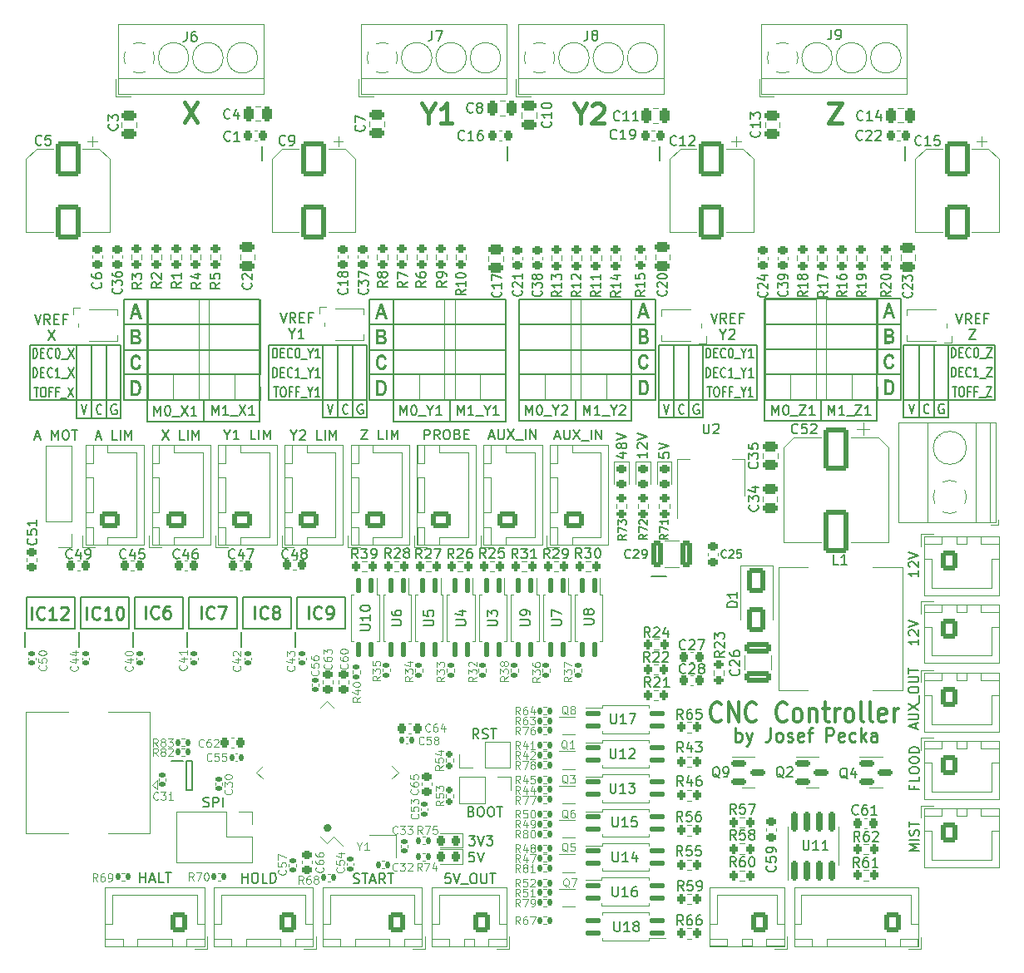
<source format=gto>
G04 #@! TF.GenerationSoftware,KiCad,Pcbnew,7.0.8*
G04 #@! TF.CreationDate,2024-11-23T18:49:15+01:00*
G04 #@! TF.ProjectId,PCK-Controller,50434b2d-436f-46e7-9472-6f6c6c65722e,rev?*
G04 #@! TF.SameCoordinates,Original*
G04 #@! TF.FileFunction,Legend,Top*
G04 #@! TF.FilePolarity,Positive*
%FSLAX46Y46*%
G04 Gerber Fmt 4.6, Leading zero omitted, Abs format (unit mm)*
G04 Created by KiCad (PCBNEW 7.0.8) date 2024-11-23 18:49:15*
%MOMM*%
%LPD*%
G01*
G04 APERTURE LIST*
G04 Aperture macros list*
%AMRoundRect*
0 Rectangle with rounded corners*
0 $1 Rounding radius*
0 $2 $3 $4 $5 $6 $7 $8 $9 X,Y pos of 4 corners*
0 Add a 4 corners polygon primitive as box body*
4,1,4,$2,$3,$4,$5,$6,$7,$8,$9,$2,$3,0*
0 Add four circle primitives for the rounded corners*
1,1,$1+$1,$2,$3*
1,1,$1+$1,$4,$5*
1,1,$1+$1,$6,$7*
1,1,$1+$1,$8,$9*
0 Add four rect primitives between the rounded corners*
20,1,$1+$1,$2,$3,$4,$5,0*
20,1,$1+$1,$4,$5,$6,$7,0*
20,1,$1+$1,$6,$7,$8,$9,0*
20,1,$1+$1,$8,$9,$2,$3,0*%
G04 Aperture macros list end*
%ADD10C,0.150000*%
%ADD11C,0.409211*%
%ADD12C,0.120000*%
%ADD13C,0.200000*%
%ADD14C,0.187500*%
%ADD15C,0.400000*%
%ADD16C,0.300000*%
%ADD17C,0.225000*%
%ADD18C,0.125000*%
%ADD19C,0.130000*%
%ADD20C,0.254000*%
%ADD21RoundRect,0.250000X0.600000X0.725000X-0.600000X0.725000X-0.600000X-0.725000X0.600000X-0.725000X0*%
%ADD22O,1.700000X1.950000*%
%ADD23RoundRect,0.218750X-0.256250X0.218750X-0.256250X-0.218750X0.256250X-0.218750X0.256250X0.218750X0*%
%ADD24RoundRect,0.137500X0.662500X0.137500X-0.662500X0.137500X-0.662500X-0.137500X0.662500X-0.137500X0*%
%ADD25R,2.600000X2.600000*%
%ADD26C,2.600000*%
%ADD27RoundRect,0.250000X1.100000X-0.325000X1.100000X0.325000X-1.100000X0.325000X-1.100000X-0.325000X0*%
%ADD28RoundRect,0.135000X-0.135000X-0.185000X0.135000X-0.185000X0.135000X0.185000X-0.135000X0.185000X0*%
%ADD29RoundRect,0.200000X-0.275000X0.200000X-0.275000X-0.200000X0.275000X-0.200000X0.275000X0.200000X0*%
%ADD30RoundRect,0.200000X0.200000X0.275000X-0.200000X0.275000X-0.200000X-0.275000X0.200000X-0.275000X0*%
%ADD31RoundRect,0.225000X0.225000X0.250000X-0.225000X0.250000X-0.225000X-0.250000X0.225000X-0.250000X0*%
%ADD32RoundRect,0.160000X0.160000X-0.197500X0.160000X0.197500X-0.160000X0.197500X-0.160000X-0.197500X0*%
%ADD33R,0.435000X1.475000*%
%ADD34R,8.000000X3.800000*%
%ADD35RoundRect,0.140000X-0.170000X0.140000X-0.170000X-0.140000X0.170000X-0.140000X0.170000X0.140000X0*%
%ADD36RoundRect,0.135000X-0.185000X0.135000X-0.185000X-0.135000X0.185000X-0.135000X0.185000X0.135000X0*%
%ADD37RoundRect,0.250000X-0.475000X0.250000X-0.475000X-0.250000X0.475000X-0.250000X0.475000X0.250000X0*%
%ADD38R,2.400000X2.400000*%
%ADD39C,2.400000*%
%ADD40R,1.500000X2.000000*%
%ADD41R,3.800000X2.000000*%
%ADD42RoundRect,0.250000X-0.325000X-1.100000X0.325000X-1.100000X0.325000X1.100000X-0.325000X1.100000X0*%
%ADD43R,1.700000X1.700000*%
%ADD44O,1.700000X1.700000*%
%ADD45R,0.750000X0.750000*%
%ADD46RoundRect,0.250000X0.600000X0.750000X-0.600000X0.750000X-0.600000X-0.750000X0.600000X-0.750000X0*%
%ADD47O,1.700000X2.000000*%
%ADD48RoundRect,0.250000X-0.600000X-0.750000X0.600000X-0.750000X0.600000X0.750000X-0.600000X0.750000X0*%
%ADD49RoundRect,0.250000X-0.650000X1.000000X-0.650000X-1.000000X0.650000X-1.000000X0.650000X1.000000X0*%
%ADD50RoundRect,0.250000X0.250000X0.475000X-0.250000X0.475000X-0.250000X-0.475000X0.250000X-0.475000X0*%
%ADD51RoundRect,0.225000X-0.250000X0.225000X-0.250000X-0.225000X0.250000X-0.225000X0.250000X0.225000X0*%
%ADD52RoundRect,0.150000X0.150000X-0.825000X0.150000X0.825000X-0.150000X0.825000X-0.150000X-0.825000X0*%
%ADD53R,1.525000X0.650000*%
%ADD54R,2.400000X3.100000*%
%ADD55C,7.000000*%
%ADD56RoundRect,0.075000X0.548008X-0.441942X-0.441942X0.548008X-0.548008X0.441942X0.441942X-0.548008X0*%
%ADD57RoundRect,0.075000X0.548008X0.441942X0.441942X0.548008X-0.548008X-0.441942X-0.441942X-0.548008X0*%
%ADD58RoundRect,0.140000X-0.140000X-0.170000X0.140000X-0.170000X0.140000X0.170000X-0.140000X0.170000X0*%
%ADD59RoundRect,0.250000X0.725000X-0.600000X0.725000X0.600000X-0.725000X0.600000X-0.725000X-0.600000X0*%
%ADD60O,1.950000X1.700000*%
%ADD61RoundRect,0.250000X0.475000X-0.250000X0.475000X0.250000X-0.475000X0.250000X-0.475000X-0.250000X0*%
%ADD62RoundRect,0.135000X0.135000X0.185000X-0.135000X0.185000X-0.135000X-0.185000X0.135000X-0.185000X0*%
%ADD63R,0.650000X1.528000*%
%ADD64R,1.200000X1.200000*%
%ADD65R,1.500000X1.600000*%
%ADD66RoundRect,0.200000X0.275000X-0.200000X0.275000X0.200000X-0.275000X0.200000X-0.275000X-0.200000X0*%
%ADD67RoundRect,0.200000X-0.200000X-0.275000X0.200000X-0.275000X0.200000X0.275000X-0.200000X0.275000X0*%
%ADD68RoundRect,0.250000X-1.000000X1.950000X-1.000000X-1.950000X1.000000X-1.950000X1.000000X1.950000X0*%
%ADD69RoundRect,0.137500X-0.137500X0.662500X-0.137500X-0.662500X0.137500X-0.662500X0.137500X0.662500X0*%
%ADD70RoundRect,0.137500X-0.662500X-0.137500X0.662500X-0.137500X0.662500X0.137500X-0.662500X0.137500X0*%
%ADD71R,0.510000X0.400000*%
%ADD72RoundRect,0.250000X-1.000000X1.500000X-1.000000X-1.500000X1.000000X-1.500000X1.000000X1.500000X0*%
%ADD73RoundRect,0.140000X0.170000X-0.140000X0.170000X0.140000X-0.170000X0.140000X-0.170000X-0.140000X0*%
%ADD74C,1.700000*%
%ADD75C,3.500000*%
%ADD76RoundRect,0.218750X0.218750X0.256250X-0.218750X0.256250X-0.218750X-0.256250X0.218750X-0.256250X0*%
%ADD77RoundRect,0.225000X0.250000X-0.225000X0.250000X0.225000X-0.250000X0.225000X-0.250000X-0.225000X0*%
%ADD78RoundRect,0.225000X-0.225000X-0.250000X0.225000X-0.250000X0.225000X0.250000X-0.225000X0.250000X0*%
%ADD79RoundRect,0.160000X-0.160000X0.197500X-0.160000X-0.197500X0.160000X-0.197500X0.160000X0.197500X0*%
%ADD80RoundRect,0.140000X0.140000X0.170000X-0.140000X0.170000X-0.140000X-0.170000X0.140000X-0.170000X0*%
%ADD81R,5.400000X2.900000*%
%ADD82RoundRect,0.150000X-0.587500X-0.150000X0.587500X-0.150000X0.587500X0.150000X-0.587500X0.150000X0*%
%ADD83RoundRect,0.250000X-0.250000X-0.475000X0.250000X-0.475000X0.250000X0.475000X-0.250000X0.475000X0*%
%ADD84R,0.900000X0.800000*%
%ADD85R,1.200000X0.600000*%
G04 APERTURE END LIST*
D10*
X187114457Y-88817600D02*
X187114457Y-78538700D01*
X135453843Y-86247900D02*
X149316969Y-86247900D01*
X149316969Y-88847900D01*
X135453843Y-88847900D01*
X135453843Y-86247900D01*
X194347200Y-88815800D02*
X194345200Y-83247600D01*
X162138684Y-88831400D02*
X162138684Y-78552500D01*
X175664146Y-81137600D02*
X189516321Y-81137600D01*
X189516321Y-83703000D01*
X175664146Y-83703000D01*
X175664146Y-81137600D01*
X189826000Y-83307925D02*
X189826000Y-88819400D01*
X175664146Y-88817600D02*
X187114457Y-88817600D01*
X187114457Y-90967400D01*
X175664146Y-90967400D01*
X175664146Y-88817600D01*
X110429754Y-86247900D02*
X124292880Y-86247900D01*
X124292880Y-88847900D01*
X110429754Y-88847900D01*
X110429754Y-86247900D01*
X164874200Y-83257000D02*
X174881800Y-83257000D01*
X174881800Y-88845000D01*
X164874200Y-88845000D01*
X164874200Y-83257000D01*
X191373400Y-83247600D02*
X191373400Y-89343600D01*
X150688373Y-83716800D02*
X164540573Y-83716800D01*
X164540573Y-86231400D01*
X150688373Y-86231400D01*
X150688373Y-83716800D01*
X189828000Y-88815800D02*
X194347200Y-88815800D01*
X194347200Y-90619200D01*
X189828000Y-90619200D01*
X189828000Y-88815800D01*
X107152600Y-83304537D02*
X107152600Y-89400537D01*
X105605200Y-83364862D02*
X105605200Y-88876337D01*
X135455289Y-78567900D02*
X149318600Y-78567900D01*
X149318600Y-81167900D01*
X135455289Y-81167900D01*
X135455289Y-78567900D01*
X164872200Y-83337125D02*
X164872200Y-88848600D01*
X132230400Y-89101337D02*
X132230400Y-90619737D01*
X150688373Y-88831400D02*
X162138684Y-88831400D01*
X162138684Y-90981200D01*
X150688373Y-90981200D01*
X150688373Y-88831400D01*
X110429754Y-83733300D02*
X124292881Y-83733300D01*
X124292881Y-86247900D01*
X110429754Y-86247900D01*
X110429754Y-83733300D01*
X135453843Y-81167900D02*
X149316970Y-81167900D01*
X149316970Y-83733300D01*
X135453843Y-83733300D01*
X135453843Y-81167900D01*
D11*
X131376736Y-132401761D02*
G75*
G03*
X131376736Y-132401761I-204605J0D01*
G01*
D10*
X108676600Y-83291837D02*
X108676600Y-89362437D01*
X166419600Y-83276800D02*
X166419600Y-89372800D01*
X130683000Y-83339462D02*
X130683000Y-88850937D01*
X105607200Y-88872737D02*
X110126400Y-88872737D01*
X110126400Y-90676137D01*
X105607200Y-90676137D01*
X105607200Y-88872737D01*
X175664146Y-83703000D02*
X189516346Y-83703000D01*
X189516346Y-86217600D01*
X175664146Y-86217600D01*
X175664146Y-83703000D01*
X132230400Y-83279137D02*
X132230400Y-89375137D01*
X164874200Y-88845000D02*
X169393400Y-88845000D01*
X169393400Y-90648400D01*
X164874200Y-90648400D01*
X164874200Y-88845000D01*
X189828000Y-83227800D02*
X199124400Y-83227800D01*
X199124400Y-88815800D01*
X189828000Y-88815800D01*
X189828000Y-83227800D01*
X107152600Y-89126737D02*
X107152600Y-90645137D01*
D12*
X118080000Y-86230000D02*
X118080000Y-87500000D01*
D10*
X125196600Y-83259337D02*
X135204200Y-83259337D01*
X135204200Y-88847337D01*
X125196600Y-88847337D01*
X125196600Y-83259337D01*
X181408546Y-88816908D02*
X181408546Y-90966708D01*
X166419600Y-89099000D02*
X166419600Y-90617400D01*
X133754400Y-89063237D02*
X133754400Y-90645137D01*
X175664146Y-86217600D02*
X189517400Y-86217600D01*
X189517400Y-88817600D01*
X175664146Y-88817600D01*
X175664146Y-86217600D01*
X150688373Y-81151400D02*
X164540548Y-81151400D01*
X164540548Y-83716800D01*
X150688373Y-83716800D01*
X150688373Y-81151400D01*
X143612689Y-88846908D02*
X143612689Y-90996708D01*
X133754400Y-83266437D02*
X133754400Y-89337037D01*
X108676600Y-89088637D02*
X108676600Y-90670537D01*
X192897400Y-83234900D02*
X192897400Y-89305500D01*
X110431200Y-78567900D02*
X124294511Y-78567900D01*
X124294511Y-81167900D01*
X110431200Y-81167900D01*
X110431200Y-78567900D01*
X156432773Y-88830708D02*
X156432773Y-90980508D01*
X130685000Y-88847337D02*
X135204200Y-88847337D01*
X135204200Y-90650737D01*
X130685000Y-90650737D01*
X130685000Y-88847337D01*
X192897400Y-89031700D02*
X192897400Y-90613600D01*
X167943600Y-89060900D02*
X167943600Y-90642800D01*
D12*
X155890000Y-87500000D02*
X155890000Y-86230000D01*
D10*
X167943600Y-83264100D02*
X167943600Y-89334700D01*
X191373400Y-89069800D02*
X191373400Y-90588200D01*
X150688373Y-86231400D02*
X164541627Y-86231400D01*
X164541627Y-88831400D01*
X150688373Y-88831400D01*
X150688373Y-86231400D01*
X137868289Y-88847600D02*
X149318600Y-88847600D01*
X149318600Y-90997400D01*
X137868289Y-90997400D01*
X137868289Y-88847600D01*
X100855400Y-83284737D02*
X110126400Y-83284737D01*
X110126400Y-88872737D01*
X100855400Y-88872737D01*
X100855400Y-83284737D01*
X137868289Y-88847600D02*
X137872289Y-78576108D01*
D12*
X143080000Y-87500000D02*
X143080000Y-86230000D01*
D10*
X112844200Y-88847600D02*
X112848200Y-78576108D01*
D12*
X180890000Y-87500000D02*
X180890000Y-86230000D01*
D10*
X110429754Y-81167900D02*
X124292881Y-81167900D01*
X124292881Y-83733300D01*
X110429754Y-83733300D01*
X110429754Y-81167900D01*
X169393400Y-88845000D02*
X169391400Y-83276800D01*
X175664146Y-78537600D02*
X189517400Y-78537600D01*
X189517400Y-81137600D01*
X175664146Y-81137600D01*
X175664146Y-78537600D01*
X150688373Y-78551400D02*
X164541627Y-78551400D01*
X164541627Y-81151400D01*
X150688373Y-81151400D01*
X150688373Y-78551400D01*
X118588600Y-88846908D02*
X118588600Y-90996708D01*
X112844200Y-88847600D02*
X124294511Y-88847600D01*
X124294511Y-90997400D01*
X112844200Y-90997400D01*
X112844200Y-88847600D01*
X135453843Y-83733300D02*
X149316970Y-83733300D01*
X149316970Y-86247900D01*
X135453843Y-86247900D01*
X135453843Y-83733300D01*
X191049304Y-122291239D02*
X191049304Y-121815049D01*
X191335019Y-122386477D02*
X190335019Y-122053144D01*
X190335019Y-122053144D02*
X191335019Y-121719811D01*
X190335019Y-121386477D02*
X191144542Y-121386477D01*
X191144542Y-121386477D02*
X191239780Y-121338858D01*
X191239780Y-121338858D02*
X191287400Y-121291239D01*
X191287400Y-121291239D02*
X191335019Y-121196001D01*
X191335019Y-121196001D02*
X191335019Y-121005525D01*
X191335019Y-121005525D02*
X191287400Y-120910287D01*
X191287400Y-120910287D02*
X191239780Y-120862668D01*
X191239780Y-120862668D02*
X191144542Y-120815049D01*
X191144542Y-120815049D02*
X190335019Y-120815049D01*
X190335019Y-120434096D02*
X191335019Y-119767430D01*
X190335019Y-119767430D02*
X191335019Y-120434096D01*
X191430257Y-119624573D02*
X191430257Y-118862668D01*
X190335019Y-118434096D02*
X190335019Y-118243620D01*
X190335019Y-118243620D02*
X190382638Y-118148382D01*
X190382638Y-118148382D02*
X190477876Y-118053144D01*
X190477876Y-118053144D02*
X190668352Y-118005525D01*
X190668352Y-118005525D02*
X191001685Y-118005525D01*
X191001685Y-118005525D02*
X191192161Y-118053144D01*
X191192161Y-118053144D02*
X191287400Y-118148382D01*
X191287400Y-118148382D02*
X191335019Y-118243620D01*
X191335019Y-118243620D02*
X191335019Y-118434096D01*
X191335019Y-118434096D02*
X191287400Y-118529334D01*
X191287400Y-118529334D02*
X191192161Y-118624572D01*
X191192161Y-118624572D02*
X191001685Y-118672191D01*
X191001685Y-118672191D02*
X190668352Y-118672191D01*
X190668352Y-118672191D02*
X190477876Y-118624572D01*
X190477876Y-118624572D02*
X190382638Y-118529334D01*
X190382638Y-118529334D02*
X190335019Y-118434096D01*
X190335019Y-117576953D02*
X191144542Y-117576953D01*
X191144542Y-117576953D02*
X191239780Y-117529334D01*
X191239780Y-117529334D02*
X191287400Y-117481715D01*
X191287400Y-117481715D02*
X191335019Y-117386477D01*
X191335019Y-117386477D02*
X191335019Y-117196001D01*
X191335019Y-117196001D02*
X191287400Y-117100763D01*
X191287400Y-117100763D02*
X191239780Y-117053144D01*
X191239780Y-117053144D02*
X191144542Y-117005525D01*
X191144542Y-117005525D02*
X190335019Y-117005525D01*
X190335019Y-116672191D02*
X190335019Y-116100763D01*
X191335019Y-116386477D02*
X190335019Y-116386477D01*
X190862009Y-128158687D02*
X190862009Y-128492020D01*
X191385819Y-128492020D02*
X190385819Y-128492020D01*
X190385819Y-128492020D02*
X190385819Y-128015830D01*
X191385819Y-127158687D02*
X191385819Y-127634877D01*
X191385819Y-127634877D02*
X190385819Y-127634877D01*
X190385819Y-126634877D02*
X190385819Y-126444401D01*
X190385819Y-126444401D02*
X190433438Y-126349163D01*
X190433438Y-126349163D02*
X190528676Y-126253925D01*
X190528676Y-126253925D02*
X190719152Y-126206306D01*
X190719152Y-126206306D02*
X191052485Y-126206306D01*
X191052485Y-126206306D02*
X191242961Y-126253925D01*
X191242961Y-126253925D02*
X191338200Y-126349163D01*
X191338200Y-126349163D02*
X191385819Y-126444401D01*
X191385819Y-126444401D02*
X191385819Y-126634877D01*
X191385819Y-126634877D02*
X191338200Y-126730115D01*
X191338200Y-126730115D02*
X191242961Y-126825353D01*
X191242961Y-126825353D02*
X191052485Y-126872972D01*
X191052485Y-126872972D02*
X190719152Y-126872972D01*
X190719152Y-126872972D02*
X190528676Y-126825353D01*
X190528676Y-126825353D02*
X190433438Y-126730115D01*
X190433438Y-126730115D02*
X190385819Y-126634877D01*
X190385819Y-125587258D02*
X190385819Y-125396782D01*
X190385819Y-125396782D02*
X190433438Y-125301544D01*
X190433438Y-125301544D02*
X190528676Y-125206306D01*
X190528676Y-125206306D02*
X190719152Y-125158687D01*
X190719152Y-125158687D02*
X191052485Y-125158687D01*
X191052485Y-125158687D02*
X191242961Y-125206306D01*
X191242961Y-125206306D02*
X191338200Y-125301544D01*
X191338200Y-125301544D02*
X191385819Y-125396782D01*
X191385819Y-125396782D02*
X191385819Y-125587258D01*
X191385819Y-125587258D02*
X191338200Y-125682496D01*
X191338200Y-125682496D02*
X191242961Y-125777734D01*
X191242961Y-125777734D02*
X191052485Y-125825353D01*
X191052485Y-125825353D02*
X190719152Y-125825353D01*
X190719152Y-125825353D02*
X190528676Y-125777734D01*
X190528676Y-125777734D02*
X190433438Y-125682496D01*
X190433438Y-125682496D02*
X190385819Y-125587258D01*
X191385819Y-124730115D02*
X190385819Y-124730115D01*
X190385819Y-124730115D02*
X190385819Y-124492020D01*
X190385819Y-124492020D02*
X190433438Y-124349163D01*
X190433438Y-124349163D02*
X190528676Y-124253925D01*
X190528676Y-124253925D02*
X190623914Y-124206306D01*
X190623914Y-124206306D02*
X190814390Y-124158687D01*
X190814390Y-124158687D02*
X190957247Y-124158687D01*
X190957247Y-124158687D02*
X191147723Y-124206306D01*
X191147723Y-124206306D02*
X191242961Y-124253925D01*
X191242961Y-124253925D02*
X191338200Y-124349163D01*
X191338200Y-124349163D02*
X191385819Y-124492020D01*
X191385819Y-124492020D02*
X191385819Y-124730115D01*
X101300874Y-87533756D02*
X101758017Y-87533756D01*
X101529445Y-88533756D02*
X101529445Y-87533756D01*
X102177065Y-87533756D02*
X102329446Y-87533756D01*
X102329446Y-87533756D02*
X102405636Y-87581375D01*
X102405636Y-87581375D02*
X102481827Y-87676613D01*
X102481827Y-87676613D02*
X102519922Y-87867089D01*
X102519922Y-87867089D02*
X102519922Y-88200422D01*
X102519922Y-88200422D02*
X102481827Y-88390898D01*
X102481827Y-88390898D02*
X102405636Y-88486137D01*
X102405636Y-88486137D02*
X102329446Y-88533756D01*
X102329446Y-88533756D02*
X102177065Y-88533756D01*
X102177065Y-88533756D02*
X102100874Y-88486137D01*
X102100874Y-88486137D02*
X102024684Y-88390898D01*
X102024684Y-88390898D02*
X101986588Y-88200422D01*
X101986588Y-88200422D02*
X101986588Y-87867089D01*
X101986588Y-87867089D02*
X102024684Y-87676613D01*
X102024684Y-87676613D02*
X102100874Y-87581375D01*
X102100874Y-87581375D02*
X102177065Y-87533756D01*
X103129445Y-88009946D02*
X102862779Y-88009946D01*
X102862779Y-88533756D02*
X102862779Y-87533756D01*
X102862779Y-87533756D02*
X103243731Y-87533756D01*
X103815159Y-88009946D02*
X103548493Y-88009946D01*
X103548493Y-88533756D02*
X103548493Y-87533756D01*
X103548493Y-87533756D02*
X103929445Y-87533756D01*
X104043731Y-88628994D02*
X104653254Y-88628994D01*
X104767540Y-87533756D02*
X105300874Y-88533756D01*
X105300874Y-87533756D02*
X104767540Y-88533756D01*
D13*
X114336435Y-91882019D02*
X115003101Y-92882019D01*
X115003101Y-91882019D02*
X114336435Y-92882019D01*
X116622149Y-92882019D02*
X116145959Y-92882019D01*
X116145959Y-92882019D02*
X116145959Y-91882019D01*
X116955483Y-92882019D02*
X116955483Y-91882019D01*
X117431673Y-92882019D02*
X117431673Y-91882019D01*
X117431673Y-91882019D02*
X117765006Y-92596304D01*
X117765006Y-92596304D02*
X118098339Y-91882019D01*
X118098339Y-91882019D02*
X118098339Y-92882019D01*
D14*
G36*
X112281705Y-80597250D02*
G01*
X112005406Y-80597250D01*
X111895496Y-80233816D01*
X111392051Y-80233816D01*
X111288248Y-80597250D01*
X111018665Y-80597250D01*
X111214792Y-79967298D01*
X111470208Y-79967298D01*
X111813675Y-79967298D01*
X111640263Y-79410034D01*
X111470208Y-79967298D01*
X111214792Y-79967298D01*
X111508982Y-79022372D01*
X111777649Y-79022372D01*
X112281705Y-80597250D01*
G37*
G36*
X111669008Y-81626434D02*
G01*
X111686778Y-81626620D01*
X111703955Y-81626931D01*
X111720538Y-81627365D01*
X111736527Y-81627924D01*
X111751923Y-81628608D01*
X111766724Y-81629415D01*
X111780931Y-81630347D01*
X111794545Y-81631403D01*
X111807564Y-81632583D01*
X111819990Y-81633887D01*
X111837515Y-81636076D01*
X111853703Y-81638545D01*
X111868555Y-81641294D01*
X111873209Y-81642272D01*
X111886868Y-81645485D01*
X111900254Y-81649304D01*
X111913365Y-81653728D01*
X111926203Y-81658758D01*
X111938767Y-81664393D01*
X111951058Y-81670634D01*
X111963075Y-81677481D01*
X111974818Y-81684933D01*
X111986287Y-81692990D01*
X111997483Y-81701654D01*
X112004795Y-81707766D01*
X112015500Y-81717357D01*
X112025861Y-81727534D01*
X112035879Y-81738297D01*
X112045553Y-81749646D01*
X112054884Y-81761580D01*
X112063871Y-81774099D01*
X112072515Y-81787204D01*
X112080816Y-81800895D01*
X112088773Y-81815172D01*
X112096386Y-81830034D01*
X112101271Y-81840267D01*
X112108200Y-81855921D01*
X112114448Y-81871935D01*
X112120014Y-81888307D01*
X112124899Y-81905039D01*
X112129102Y-81922131D01*
X112132623Y-81939581D01*
X112135463Y-81957392D01*
X112137621Y-81975561D01*
X112139098Y-81994090D01*
X112139893Y-82012978D01*
X112140044Y-82025770D01*
X112139626Y-82046479D01*
X112138370Y-82066869D01*
X112136277Y-82086939D01*
X112133347Y-82106690D01*
X112129579Y-82126122D01*
X112124975Y-82145234D01*
X112119533Y-82164027D01*
X112113254Y-82182500D01*
X112106138Y-82200654D01*
X112098184Y-82218489D01*
X112092417Y-82230201D01*
X112083189Y-82247254D01*
X112073365Y-82263488D01*
X112062946Y-82278903D01*
X112051931Y-82293500D01*
X112040320Y-82307279D01*
X112028114Y-82320239D01*
X112015312Y-82332380D01*
X112001914Y-82343703D01*
X111987920Y-82354207D01*
X111973331Y-82363893D01*
X111963274Y-82369896D01*
X111977452Y-82375330D01*
X111991214Y-82381223D01*
X112004558Y-82387575D01*
X112017484Y-82394385D01*
X112029993Y-82401653D01*
X112042085Y-82409380D01*
X112053759Y-82417565D01*
X112065016Y-82426209D01*
X112075856Y-82435311D01*
X112086278Y-82444872D01*
X112096282Y-82454891D01*
X112105870Y-82465368D01*
X112115039Y-82476304D01*
X112123792Y-82487698D01*
X112132127Y-82499551D01*
X112140044Y-82511862D01*
X112147549Y-82524540D01*
X112154570Y-82537493D01*
X112161107Y-82550721D01*
X112167159Y-82564224D01*
X112172727Y-82578002D01*
X112177811Y-82592055D01*
X112182411Y-82606383D01*
X112186527Y-82620987D01*
X112190158Y-82635865D01*
X112193306Y-82651018D01*
X112195969Y-82666447D01*
X112198148Y-82682150D01*
X112199842Y-82698129D01*
X112201053Y-82714382D01*
X112201779Y-82730911D01*
X112202021Y-82747715D01*
X112201670Y-82767682D01*
X112200615Y-82787550D01*
X112198857Y-82807317D01*
X112196397Y-82826985D01*
X112193233Y-82846553D01*
X112189367Y-82866022D01*
X112184797Y-82885390D01*
X112179524Y-82904659D01*
X112173548Y-82923827D01*
X112166869Y-82942896D01*
X112162026Y-82955553D01*
X112154272Y-82974079D01*
X112146009Y-82991892D01*
X112137235Y-83008994D01*
X112127952Y-83025383D01*
X112118158Y-83041060D01*
X112107855Y-83056026D01*
X112097042Y-83070279D01*
X112085720Y-83083820D01*
X112073887Y-83096649D01*
X112061544Y-83108766D01*
X112053033Y-83116448D01*
X112039811Y-83127329D01*
X112026021Y-83137397D01*
X112011661Y-83146654D01*
X111996733Y-83155099D01*
X111981236Y-83162732D01*
X111965170Y-83169553D01*
X111948535Y-83175562D01*
X111931331Y-83180759D01*
X111913559Y-83185144D01*
X111901394Y-83187617D01*
X111888977Y-83189729D01*
X111882674Y-83190649D01*
X111869189Y-83192158D01*
X111852549Y-83193560D01*
X111839702Y-83194435D01*
X111825453Y-83195263D01*
X111809801Y-83196044D01*
X111792747Y-83196778D01*
X111774291Y-83197464D01*
X111754432Y-83198103D01*
X111733170Y-83198694D01*
X111710506Y-83199238D01*
X111686440Y-83199735D01*
X111673881Y-83199966D01*
X111660971Y-83200185D01*
X111647710Y-83200392D01*
X111634099Y-83200587D01*
X111620138Y-83200770D01*
X111605825Y-83200942D01*
X111591162Y-83201102D01*
X111576149Y-83201250D01*
X111147503Y-83201250D01*
X111147503Y-82522841D01*
X111401515Y-82522841D01*
X111401515Y-82934732D01*
X111636904Y-82934732D01*
X111653685Y-82934695D01*
X111669681Y-82934584D01*
X111684893Y-82934399D01*
X111699320Y-82934140D01*
X111712962Y-82933807D01*
X111725819Y-82933401D01*
X111743634Y-82932652D01*
X111759683Y-82931737D01*
X111773966Y-82930656D01*
X111786484Y-82929408D01*
X111800428Y-82927486D01*
X111811233Y-82925267D01*
X111825095Y-82921576D01*
X111838290Y-82916749D01*
X111850817Y-82910787D01*
X111862676Y-82903688D01*
X111873867Y-82895454D01*
X111884391Y-82886085D01*
X111894246Y-82875579D01*
X111903434Y-82863938D01*
X111911806Y-82851208D01*
X111919062Y-82837438D01*
X111925201Y-82822626D01*
X111930225Y-82806773D01*
X111934132Y-82789879D01*
X111936922Y-82771944D01*
X111938597Y-82752968D01*
X111939155Y-82732950D01*
X111938725Y-82715962D01*
X111937437Y-82699636D01*
X111935291Y-82683972D01*
X111932285Y-82668971D01*
X111927321Y-82651151D01*
X111921015Y-82634367D01*
X111913368Y-82618617D01*
X111911677Y-82615592D01*
X111902494Y-82601096D01*
X111892119Y-82587894D01*
X111880551Y-82575985D01*
X111870438Y-82567391D01*
X111859561Y-82559624D01*
X111847921Y-82552685D01*
X111835518Y-82546575D01*
X111832298Y-82545177D01*
X111817420Y-82539942D01*
X111803762Y-82536473D01*
X111787964Y-82533398D01*
X111770024Y-82530715D01*
X111756874Y-82529144D01*
X111742773Y-82527748D01*
X111727720Y-82526527D01*
X111711716Y-82525480D01*
X111694760Y-82524607D01*
X111676852Y-82523909D01*
X111657992Y-82523386D01*
X111638181Y-82523037D01*
X111617418Y-82522862D01*
X111606679Y-82522841D01*
X111401515Y-82522841D01*
X111147503Y-82522841D01*
X111147503Y-81892889D01*
X111401515Y-81892889D01*
X111401515Y-82256323D01*
X111568211Y-82256323D01*
X111586319Y-82256302D01*
X111603550Y-82256240D01*
X111619903Y-82256136D01*
X111635378Y-82255992D01*
X111649975Y-82255805D01*
X111663695Y-82255577D01*
X111676536Y-82255308D01*
X111694153Y-82254827D01*
X111709795Y-82254252D01*
X111723463Y-82253585D01*
X111738613Y-82252550D01*
X111752614Y-82251023D01*
X111768509Y-82247988D01*
X111783526Y-82243806D01*
X111797666Y-82238476D01*
X111810927Y-82231999D01*
X111823311Y-82224374D01*
X111834817Y-82215602D01*
X111845446Y-82205682D01*
X111855196Y-82194615D01*
X111863998Y-82182512D01*
X111871625Y-82169487D01*
X111878080Y-82155539D01*
X111883361Y-82140668D01*
X111887468Y-82124874D01*
X111890402Y-82108157D01*
X111892162Y-82090518D01*
X111892749Y-82071956D01*
X111892243Y-82054122D01*
X111890726Y-82037151D01*
X111888198Y-82021043D01*
X111884658Y-82005800D01*
X111880107Y-81991420D01*
X111874545Y-81977903D01*
X111866170Y-81962223D01*
X111860386Y-81953462D01*
X111849601Y-81940134D01*
X111839867Y-81930723D01*
X111829150Y-81922424D01*
X111817451Y-81915237D01*
X111804769Y-81909162D01*
X111791104Y-81904199D01*
X111776457Y-81900348D01*
X111764826Y-81898189D01*
X111749537Y-81896663D01*
X111737044Y-81895871D01*
X111722060Y-81895172D01*
X111704586Y-81894566D01*
X111691554Y-81894214D01*
X111677414Y-81893904D01*
X111662168Y-81893635D01*
X111645815Y-81893407D01*
X111628356Y-81893221D01*
X111609789Y-81893076D01*
X111590116Y-81892972D01*
X111569337Y-81892910D01*
X111547450Y-81892889D01*
X111401515Y-81892889D01*
X111147503Y-81892889D01*
X111147503Y-81626372D01*
X111650643Y-81626372D01*
X111669008Y-81626434D01*
G37*
G36*
X111951977Y-85199527D02*
G01*
X112198357Y-85296443D01*
X112194735Y-85312450D01*
X112190966Y-85328197D01*
X112187050Y-85343685D01*
X112182987Y-85358914D01*
X112178778Y-85373883D01*
X112174422Y-85388592D01*
X112169919Y-85403042D01*
X112165270Y-85417232D01*
X112160474Y-85431163D01*
X112150442Y-85458246D01*
X112139823Y-85484291D01*
X112128618Y-85509298D01*
X112116825Y-85533266D01*
X112104446Y-85556197D01*
X112091480Y-85578089D01*
X112077928Y-85598943D01*
X112063788Y-85618760D01*
X112049062Y-85637538D01*
X112033749Y-85655277D01*
X112017850Y-85671979D01*
X112009680Y-85679941D01*
X111992954Y-85695115D01*
X111975672Y-85709310D01*
X111957834Y-85722526D01*
X111939441Y-85734763D01*
X111920492Y-85746022D01*
X111900987Y-85756301D01*
X111880926Y-85765601D01*
X111860310Y-85773922D01*
X111839138Y-85781265D01*
X111817410Y-85787628D01*
X111795127Y-85793012D01*
X111772287Y-85797418D01*
X111748892Y-85800844D01*
X111724941Y-85803292D01*
X111700435Y-85804760D01*
X111687973Y-85805127D01*
X111675372Y-85805250D01*
X111659794Y-85805044D01*
X111644389Y-85804427D01*
X111629158Y-85803400D01*
X111614102Y-85801961D01*
X111599219Y-85800111D01*
X111584511Y-85797850D01*
X111569977Y-85795177D01*
X111555617Y-85792094D01*
X111541431Y-85788600D01*
X111527419Y-85784694D01*
X111513582Y-85780377D01*
X111499918Y-85775650D01*
X111486429Y-85770511D01*
X111473114Y-85764961D01*
X111459972Y-85759000D01*
X111447005Y-85752627D01*
X111434212Y-85745844D01*
X111421594Y-85738650D01*
X111409149Y-85731044D01*
X111396878Y-85723027D01*
X111384782Y-85714600D01*
X111372860Y-85705761D01*
X111361111Y-85696511D01*
X111349537Y-85686850D01*
X111338137Y-85676778D01*
X111326911Y-85666294D01*
X111315860Y-85655400D01*
X111304982Y-85644094D01*
X111294278Y-85632378D01*
X111283749Y-85620250D01*
X111273394Y-85607711D01*
X111263213Y-85594761D01*
X111253295Y-85581455D01*
X111243692Y-85567847D01*
X111234404Y-85553937D01*
X111225431Y-85539725D01*
X111216773Y-85525212D01*
X111208430Y-85510398D01*
X111200401Y-85495281D01*
X111192688Y-85479863D01*
X111185289Y-85464143D01*
X111178205Y-85448122D01*
X111171436Y-85431799D01*
X111164981Y-85415174D01*
X111158842Y-85398247D01*
X111153017Y-85381019D01*
X111147507Y-85363489D01*
X111142312Y-85345658D01*
X111137432Y-85327525D01*
X111132867Y-85309090D01*
X111128617Y-85290353D01*
X111124681Y-85271315D01*
X111121060Y-85251975D01*
X111117755Y-85232333D01*
X111114764Y-85212390D01*
X111112087Y-85192145D01*
X111109726Y-85171598D01*
X111107680Y-85150750D01*
X111105948Y-85129600D01*
X111104531Y-85108148D01*
X111103429Y-85086395D01*
X111102642Y-85064340D01*
X111102170Y-85041983D01*
X111102012Y-85019325D01*
X111102171Y-84995359D01*
X111102646Y-84971731D01*
X111103437Y-84948439D01*
X111104545Y-84925485D01*
X111105970Y-84902868D01*
X111107712Y-84880588D01*
X111109770Y-84858646D01*
X111112145Y-84837040D01*
X111114836Y-84815772D01*
X111117844Y-84794841D01*
X111121169Y-84774247D01*
X111124810Y-84753990D01*
X111128768Y-84734070D01*
X111133042Y-84714488D01*
X111137634Y-84695243D01*
X111142541Y-84676335D01*
X111147766Y-84657764D01*
X111153307Y-84639530D01*
X111159165Y-84621633D01*
X111165339Y-84604074D01*
X111171830Y-84586852D01*
X111178638Y-84569966D01*
X111185762Y-84553419D01*
X111193203Y-84537208D01*
X111200960Y-84521334D01*
X111209034Y-84505798D01*
X111217425Y-84490599D01*
X111226133Y-84475736D01*
X111235157Y-84461212D01*
X111244497Y-84447024D01*
X111254155Y-84433173D01*
X111264129Y-84419660D01*
X111274379Y-84406524D01*
X111284830Y-84393804D01*
X111295479Y-84381502D01*
X111306327Y-84369617D01*
X111317375Y-84358149D01*
X111328622Y-84347097D01*
X111340067Y-84336463D01*
X111351713Y-84326246D01*
X111363557Y-84316446D01*
X111375600Y-84307063D01*
X111387843Y-84298097D01*
X111400284Y-84289548D01*
X111412925Y-84281416D01*
X111425765Y-84273701D01*
X111438805Y-84266403D01*
X111452043Y-84259522D01*
X111465480Y-84253058D01*
X111479117Y-84247011D01*
X111492953Y-84241381D01*
X111506988Y-84236169D01*
X111521222Y-84231373D01*
X111535656Y-84226994D01*
X111550288Y-84223032D01*
X111565120Y-84219488D01*
X111580151Y-84216360D01*
X111595381Y-84213649D01*
X111610810Y-84211356D01*
X111626438Y-84209479D01*
X111642266Y-84208019D01*
X111658292Y-84206977D01*
X111674518Y-84206351D01*
X111690943Y-84206143D01*
X111705303Y-84206318D01*
X111719492Y-84206844D01*
X111733512Y-84207720D01*
X111747362Y-84208947D01*
X111761042Y-84210524D01*
X111774552Y-84212451D01*
X111787892Y-84214729D01*
X111801062Y-84217358D01*
X111814062Y-84220337D01*
X111826892Y-84223667D01*
X111839553Y-84227347D01*
X111852043Y-84231377D01*
X111864363Y-84235758D01*
X111876514Y-84240490D01*
X111888494Y-84245572D01*
X111900305Y-84251004D01*
X111911945Y-84256787D01*
X111923416Y-84262920D01*
X111934717Y-84269404D01*
X111945848Y-84276239D01*
X111956808Y-84283423D01*
X111967599Y-84290959D01*
X111978220Y-84298844D01*
X111988671Y-84307081D01*
X111998952Y-84315667D01*
X112009063Y-84324605D01*
X112019004Y-84333892D01*
X112028776Y-84343530D01*
X112038377Y-84353519D01*
X112047808Y-84363858D01*
X112057070Y-84374548D01*
X112066161Y-84385588D01*
X112076718Y-84399246D01*
X112086941Y-84413626D01*
X112096830Y-84428728D01*
X112106385Y-84444551D01*
X112115606Y-84461096D01*
X112124493Y-84478363D01*
X112133046Y-84496351D01*
X112141266Y-84515061D01*
X112149151Y-84534493D01*
X112156703Y-84554646D01*
X112163920Y-84575521D01*
X112170804Y-84597118D01*
X112177354Y-84619436D01*
X112183569Y-84642476D01*
X112189451Y-84666237D01*
X112194999Y-84690721D01*
X111943429Y-84739178D01*
X111940453Y-84723954D01*
X111937099Y-84709135D01*
X111931355Y-84687666D01*
X111924759Y-84667108D01*
X111917309Y-84647463D01*
X111909006Y-84628729D01*
X111899850Y-84610906D01*
X111889840Y-84593996D01*
X111878977Y-84577997D01*
X111867261Y-84562910D01*
X111854691Y-84548734D01*
X111850311Y-84544211D01*
X111836762Y-84531425D01*
X111822677Y-84519895D01*
X111808054Y-84509624D01*
X111792895Y-84500610D01*
X111777200Y-84492854D01*
X111760967Y-84486356D01*
X111744198Y-84481115D01*
X111726892Y-84477132D01*
X111709050Y-84474407D01*
X111696857Y-84473289D01*
X111684425Y-84472730D01*
X111678120Y-84472661D01*
X111660847Y-84473143D01*
X111643983Y-84474589D01*
X111627530Y-84476999D01*
X111611488Y-84480374D01*
X111595855Y-84484713D01*
X111580633Y-84490016D01*
X111565821Y-84496283D01*
X111551419Y-84503515D01*
X111537428Y-84511710D01*
X111523846Y-84520870D01*
X111510675Y-84530994D01*
X111497915Y-84542082D01*
X111485564Y-84554134D01*
X111473624Y-84567151D01*
X111462094Y-84581132D01*
X111450974Y-84596076D01*
X111440438Y-84612102D01*
X111430581Y-84629326D01*
X111421404Y-84647748D01*
X111412907Y-84667367D01*
X111405089Y-84688184D01*
X111397952Y-84710199D01*
X111391494Y-84733412D01*
X111385716Y-84757823D01*
X111380617Y-84783432D01*
X111376199Y-84810238D01*
X111372460Y-84838243D01*
X111369401Y-84867445D01*
X111367022Y-84897845D01*
X111366087Y-84913494D01*
X111365322Y-84929443D01*
X111364728Y-84945691D01*
X111364303Y-84962238D01*
X111364048Y-84979085D01*
X111363963Y-84996232D01*
X111364047Y-85014404D01*
X111364298Y-85032247D01*
X111364717Y-85049760D01*
X111365303Y-85066943D01*
X111366057Y-85083796D01*
X111366979Y-85100320D01*
X111368068Y-85116513D01*
X111369325Y-85132377D01*
X111370749Y-85147911D01*
X111372341Y-85163116D01*
X111376027Y-85192535D01*
X111380384Y-85220636D01*
X111385410Y-85247417D01*
X111391107Y-85272879D01*
X111397475Y-85297022D01*
X111404512Y-85319847D01*
X111412220Y-85341351D01*
X111420598Y-85361537D01*
X111429646Y-85380404D01*
X111439364Y-85397952D01*
X111449753Y-85414180D01*
X111460678Y-85429262D01*
X111472007Y-85443372D01*
X111483738Y-85456508D01*
X111495873Y-85468671D01*
X111508411Y-85479862D01*
X111521352Y-85490079D01*
X111534695Y-85499323D01*
X111548443Y-85507594D01*
X111562593Y-85514892D01*
X111577146Y-85521217D01*
X111592102Y-85526568D01*
X111607461Y-85530947D01*
X111623224Y-85534353D01*
X111639390Y-85536786D01*
X111655958Y-85538245D01*
X111672930Y-85538732D01*
X111685489Y-85538412D01*
X111697827Y-85537454D01*
X111715917Y-85534819D01*
X111733508Y-85530746D01*
X111750600Y-85525236D01*
X111767193Y-85518289D01*
X111783286Y-85509904D01*
X111798881Y-85500081D01*
X111813976Y-85488822D01*
X111828573Y-85476125D01*
X111842670Y-85461990D01*
X111847258Y-85456959D01*
X111856218Y-85446371D01*
X111864856Y-85435049D01*
X111873172Y-85422994D01*
X111881166Y-85410205D01*
X111888838Y-85396683D01*
X111896188Y-85382427D01*
X111903216Y-85367438D01*
X111909922Y-85351715D01*
X111916306Y-85335259D01*
X111922368Y-85318069D01*
X111928108Y-85300146D01*
X111933526Y-85281489D01*
X111938622Y-85262099D01*
X111943396Y-85241975D01*
X111947848Y-85221118D01*
X111951977Y-85199527D01*
G37*
G36*
X111629705Y-86834488D02*
G01*
X111648482Y-86834839D01*
X111666675Y-86835423D01*
X111684284Y-86836241D01*
X111701308Y-86837292D01*
X111717748Y-86838577D01*
X111733603Y-86840096D01*
X111748874Y-86841849D01*
X111763561Y-86843835D01*
X111777663Y-86846054D01*
X111791181Y-86848508D01*
X111804115Y-86851195D01*
X111816464Y-86854115D01*
X111833893Y-86858934D01*
X111850006Y-86864279D01*
X111863698Y-86869638D01*
X111877145Y-86875494D01*
X111890346Y-86881847D01*
X111903301Y-86888697D01*
X111916010Y-86896044D01*
X111928474Y-86903888D01*
X111940692Y-86912228D01*
X111952664Y-86921066D01*
X111964391Y-86930400D01*
X111975872Y-86940231D01*
X111987108Y-86950559D01*
X111998097Y-86961384D01*
X112008841Y-86972706D01*
X112019340Y-86984524D01*
X112029593Y-86996840D01*
X112039600Y-87009653D01*
X112049336Y-87022849D01*
X112058776Y-87036413D01*
X112067921Y-87050344D01*
X112076770Y-87064641D01*
X112085324Y-87079305D01*
X112093581Y-87094335D01*
X112101543Y-87109733D01*
X112109209Y-87125497D01*
X112116579Y-87141628D01*
X112123653Y-87158125D01*
X112130432Y-87174990D01*
X112136915Y-87192221D01*
X112143102Y-87209819D01*
X112148994Y-87227783D01*
X112154589Y-87246115D01*
X112159889Y-87264813D01*
X112164880Y-87283924D01*
X112169549Y-87303588D01*
X112173896Y-87323804D01*
X112177921Y-87344574D01*
X112181624Y-87365897D01*
X112185005Y-87387773D01*
X112188064Y-87410203D01*
X112190801Y-87433185D01*
X112193216Y-87456720D01*
X112195309Y-87480809D01*
X112197080Y-87505450D01*
X112198529Y-87530645D01*
X112199656Y-87556392D01*
X112200461Y-87582693D01*
X112200944Y-87609547D01*
X112201105Y-87636954D01*
X112200954Y-87661021D01*
X112200499Y-87684672D01*
X112199742Y-87707906D01*
X112198682Y-87730722D01*
X112197319Y-87753122D01*
X112195653Y-87775104D01*
X112193684Y-87796670D01*
X112191412Y-87817818D01*
X112188837Y-87838550D01*
X112185959Y-87858864D01*
X112182779Y-87878762D01*
X112179295Y-87898242D01*
X112175509Y-87917306D01*
X112171419Y-87935952D01*
X112167027Y-87954181D01*
X112162332Y-87971994D01*
X112156296Y-87993222D01*
X112149943Y-88013939D01*
X112143273Y-88034144D01*
X112136285Y-88053837D01*
X112128981Y-88073019D01*
X112121359Y-88091689D01*
X112113420Y-88109847D01*
X112105164Y-88127494D01*
X112096590Y-88144629D01*
X112087699Y-88161252D01*
X112078491Y-88177364D01*
X112068966Y-88192964D01*
X112059124Y-88208052D01*
X112048964Y-88222629D01*
X112038487Y-88236694D01*
X112027693Y-88250247D01*
X112014866Y-88265054D01*
X112001228Y-88279235D01*
X111986780Y-88292791D01*
X111976698Y-88301480D01*
X111966255Y-88309892D01*
X111955453Y-88318025D01*
X111944290Y-88325881D01*
X111932768Y-88333458D01*
X111920885Y-88340757D01*
X111908641Y-88347779D01*
X111896038Y-88354522D01*
X111883075Y-88360988D01*
X111869751Y-88367175D01*
X111856067Y-88373084D01*
X111849090Y-88375935D01*
X111832794Y-88381888D01*
X111815506Y-88387257D01*
X111803428Y-88390510D01*
X111790910Y-88393503D01*
X111777950Y-88396236D01*
X111764549Y-88398709D01*
X111750706Y-88400921D01*
X111736422Y-88402873D01*
X111721698Y-88404565D01*
X111706531Y-88405996D01*
X111690924Y-88407167D01*
X111674875Y-88408078D01*
X111658385Y-88408729D01*
X111641454Y-88409119D01*
X111624081Y-88409250D01*
X111145671Y-88409250D01*
X111145671Y-87100889D01*
X111399989Y-87100889D01*
X111399989Y-88142732D01*
X111589582Y-88142732D01*
X111602670Y-88142673D01*
X111615294Y-88142495D01*
X111633364Y-88142007D01*
X111650392Y-88141253D01*
X111666380Y-88140233D01*
X111681326Y-88138946D01*
X111695231Y-88137393D01*
X111708095Y-88135574D01*
X111723627Y-88132735D01*
X111737309Y-88129422D01*
X111743455Y-88127589D01*
X111758544Y-88122348D01*
X111772974Y-88116279D01*
X111786746Y-88109381D01*
X111799860Y-88101656D01*
X111812315Y-88093103D01*
X111824113Y-88083721D01*
X111835251Y-88073511D01*
X111845732Y-88062474D01*
X111855721Y-88049998D01*
X111865233Y-88035666D01*
X111874268Y-88019476D01*
X111880731Y-88006114D01*
X111886926Y-87991708D01*
X111892853Y-87976257D01*
X111898511Y-87959761D01*
X111903901Y-87942220D01*
X111909023Y-87923635D01*
X111912288Y-87910664D01*
X111916926Y-87890117D01*
X111921107Y-87868225D01*
X111923641Y-87852884D01*
X111925973Y-87836945D01*
X111928102Y-87820409D01*
X111930028Y-87803276D01*
X111931751Y-87785545D01*
X111933272Y-87767216D01*
X111934589Y-87748291D01*
X111935705Y-87728767D01*
X111936617Y-87708647D01*
X111937326Y-87687928D01*
X111937833Y-87666613D01*
X111938137Y-87644700D01*
X111938239Y-87622189D01*
X111938137Y-87599757D01*
X111937833Y-87577984D01*
X111937326Y-87556871D01*
X111936617Y-87536418D01*
X111935705Y-87516624D01*
X111934589Y-87497490D01*
X111933272Y-87479015D01*
X111931751Y-87461200D01*
X111930028Y-87444044D01*
X111928102Y-87427548D01*
X111925973Y-87411711D01*
X111923641Y-87396534D01*
X111919764Y-87375005D01*
X111915430Y-87354960D01*
X111912288Y-87342421D01*
X111907297Y-87324487D01*
X111901941Y-87307311D01*
X111896220Y-87290894D01*
X111890134Y-87275236D01*
X111883684Y-87260336D01*
X111876868Y-87246195D01*
X111869687Y-87232812D01*
X111862142Y-87220188D01*
X111854231Y-87208323D01*
X111843116Y-87193683D01*
X111840236Y-87190233D01*
X111828315Y-87177066D01*
X111815602Y-87165011D01*
X111802097Y-87154068D01*
X111791449Y-87146590D01*
X111780355Y-87139738D01*
X111768816Y-87133511D01*
X111756831Y-87127910D01*
X111744401Y-87122935D01*
X111731526Y-87118585D01*
X111722695Y-87116032D01*
X111707816Y-87112483D01*
X111694559Y-87110132D01*
X111679505Y-87108047D01*
X111662653Y-87106228D01*
X111650419Y-87105163D01*
X111637386Y-87104217D01*
X111623555Y-87103389D01*
X111608924Y-87102679D01*
X111593494Y-87102087D01*
X111577265Y-87101614D01*
X111560238Y-87101259D01*
X111542411Y-87101023D01*
X111523785Y-87100904D01*
X111514172Y-87100889D01*
X111399989Y-87100889D01*
X111145671Y-87100889D01*
X111145671Y-86834372D01*
X111610343Y-86834372D01*
X111629705Y-86834488D01*
G37*
D10*
X191335019Y-113185411D02*
X191335019Y-113756839D01*
X191335019Y-113471125D02*
X190335019Y-113471125D01*
X190335019Y-113471125D02*
X190477876Y-113566363D01*
X190477876Y-113566363D02*
X190573114Y-113661601D01*
X190573114Y-113661601D02*
X190620733Y-113756839D01*
X190430257Y-112804458D02*
X190382638Y-112756839D01*
X190382638Y-112756839D02*
X190335019Y-112661601D01*
X190335019Y-112661601D02*
X190335019Y-112423506D01*
X190335019Y-112423506D02*
X190382638Y-112328268D01*
X190382638Y-112328268D02*
X190430257Y-112280649D01*
X190430257Y-112280649D02*
X190525495Y-112233030D01*
X190525495Y-112233030D02*
X190620733Y-112233030D01*
X190620733Y-112233030D02*
X190763590Y-112280649D01*
X190763590Y-112280649D02*
X191335019Y-112852077D01*
X191335019Y-112852077D02*
X191335019Y-112233030D01*
X190335019Y-111947315D02*
X191335019Y-111613982D01*
X191335019Y-111613982D02*
X190335019Y-111280649D01*
D13*
X145562435Y-133182419D02*
X146181482Y-133182419D01*
X146181482Y-133182419D02*
X145848149Y-133563371D01*
X145848149Y-133563371D02*
X145991006Y-133563371D01*
X145991006Y-133563371D02*
X146086244Y-133610990D01*
X146086244Y-133610990D02*
X146133863Y-133658609D01*
X146133863Y-133658609D02*
X146181482Y-133753847D01*
X146181482Y-133753847D02*
X146181482Y-133991942D01*
X146181482Y-133991942D02*
X146133863Y-134087180D01*
X146133863Y-134087180D02*
X146086244Y-134134800D01*
X146086244Y-134134800D02*
X145991006Y-134182419D01*
X145991006Y-134182419D02*
X145705292Y-134182419D01*
X145705292Y-134182419D02*
X145610054Y-134134800D01*
X145610054Y-134134800D02*
X145562435Y-134087180D01*
X146467197Y-133182419D02*
X146800530Y-134182419D01*
X146800530Y-134182419D02*
X147133863Y-133182419D01*
X147371959Y-133182419D02*
X147991006Y-133182419D01*
X147991006Y-133182419D02*
X147657673Y-133563371D01*
X147657673Y-133563371D02*
X147800530Y-133563371D01*
X147800530Y-133563371D02*
X147895768Y-133610990D01*
X147895768Y-133610990D02*
X147943387Y-133658609D01*
X147943387Y-133658609D02*
X147991006Y-133753847D01*
X147991006Y-133753847D02*
X147991006Y-133991942D01*
X147991006Y-133991942D02*
X147943387Y-134087180D01*
X147943387Y-134087180D02*
X147895768Y-134134800D01*
X147895768Y-134134800D02*
X147800530Y-134182419D01*
X147800530Y-134182419D02*
X147514816Y-134182419D01*
X147514816Y-134182419D02*
X147419578Y-134134800D01*
X147419578Y-134134800D02*
X147371959Y-134087180D01*
D10*
X134767388Y-89308575D02*
X134672150Y-89260956D01*
X134672150Y-89260956D02*
X134529293Y-89260956D01*
X134529293Y-89260956D02*
X134386436Y-89308575D01*
X134386436Y-89308575D02*
X134291198Y-89403813D01*
X134291198Y-89403813D02*
X134243579Y-89499051D01*
X134243579Y-89499051D02*
X134195960Y-89689527D01*
X134195960Y-89689527D02*
X134195960Y-89832384D01*
X134195960Y-89832384D02*
X134243579Y-90022860D01*
X134243579Y-90022860D02*
X134291198Y-90118098D01*
X134291198Y-90118098D02*
X134386436Y-90213337D01*
X134386436Y-90213337D02*
X134529293Y-90260956D01*
X134529293Y-90260956D02*
X134624531Y-90260956D01*
X134624531Y-90260956D02*
X134767388Y-90213337D01*
X134767388Y-90213337D02*
X134815007Y-90165717D01*
X134815007Y-90165717D02*
X134815007Y-89832384D01*
X134815007Y-89832384D02*
X134624531Y-89832384D01*
X133215626Y-90165717D02*
X133179912Y-90213337D01*
X133179912Y-90213337D02*
X133072769Y-90260956D01*
X133072769Y-90260956D02*
X133001341Y-90260956D01*
X133001341Y-90260956D02*
X132894198Y-90213337D01*
X132894198Y-90213337D02*
X132822769Y-90118098D01*
X132822769Y-90118098D02*
X132787055Y-90022860D01*
X132787055Y-90022860D02*
X132751341Y-89832384D01*
X132751341Y-89832384D02*
X132751341Y-89689527D01*
X132751341Y-89689527D02*
X132787055Y-89499051D01*
X132787055Y-89499051D02*
X132822769Y-89403813D01*
X132822769Y-89403813D02*
X132894198Y-89308575D01*
X132894198Y-89308575D02*
X133001341Y-89260956D01*
X133001341Y-89260956D02*
X133072769Y-89260956D01*
X133072769Y-89260956D02*
X133179912Y-89308575D01*
X133179912Y-89308575D02*
X133215626Y-89356194D01*
X145805712Y-130714809D02*
X145948569Y-130762428D01*
X145948569Y-130762428D02*
X145996188Y-130810047D01*
X145996188Y-130810047D02*
X146043807Y-130905285D01*
X146043807Y-130905285D02*
X146043807Y-131048142D01*
X146043807Y-131048142D02*
X145996188Y-131143380D01*
X145996188Y-131143380D02*
X145948569Y-131191000D01*
X145948569Y-131191000D02*
X145853331Y-131238619D01*
X145853331Y-131238619D02*
X145472379Y-131238619D01*
X145472379Y-131238619D02*
X145472379Y-130238619D01*
X145472379Y-130238619D02*
X145805712Y-130238619D01*
X145805712Y-130238619D02*
X145900950Y-130286238D01*
X145900950Y-130286238D02*
X145948569Y-130333857D01*
X145948569Y-130333857D02*
X145996188Y-130429095D01*
X145996188Y-130429095D02*
X145996188Y-130524333D01*
X145996188Y-130524333D02*
X145948569Y-130619571D01*
X145948569Y-130619571D02*
X145900950Y-130667190D01*
X145900950Y-130667190D02*
X145805712Y-130714809D01*
X145805712Y-130714809D02*
X145472379Y-130714809D01*
X146662855Y-130238619D02*
X146853331Y-130238619D01*
X146853331Y-130238619D02*
X146948569Y-130286238D01*
X146948569Y-130286238D02*
X147043807Y-130381476D01*
X147043807Y-130381476D02*
X147091426Y-130571952D01*
X147091426Y-130571952D02*
X147091426Y-130905285D01*
X147091426Y-130905285D02*
X147043807Y-131095761D01*
X147043807Y-131095761D02*
X146948569Y-131191000D01*
X146948569Y-131191000D02*
X146853331Y-131238619D01*
X146853331Y-131238619D02*
X146662855Y-131238619D01*
X146662855Y-131238619D02*
X146567617Y-131191000D01*
X146567617Y-131191000D02*
X146472379Y-131095761D01*
X146472379Y-131095761D02*
X146424760Y-130905285D01*
X146424760Y-130905285D02*
X146424760Y-130571952D01*
X146424760Y-130571952D02*
X146472379Y-130381476D01*
X146472379Y-130381476D02*
X146567617Y-130286238D01*
X146567617Y-130286238D02*
X146662855Y-130238619D01*
X147710474Y-130238619D02*
X147900950Y-130238619D01*
X147900950Y-130238619D02*
X147996188Y-130286238D01*
X147996188Y-130286238D02*
X148091426Y-130381476D01*
X148091426Y-130381476D02*
X148139045Y-130571952D01*
X148139045Y-130571952D02*
X148139045Y-130905285D01*
X148139045Y-130905285D02*
X148091426Y-131095761D01*
X148091426Y-131095761D02*
X147996188Y-131191000D01*
X147996188Y-131191000D02*
X147900950Y-131238619D01*
X147900950Y-131238619D02*
X147710474Y-131238619D01*
X147710474Y-131238619D02*
X147615236Y-131191000D01*
X147615236Y-131191000D02*
X147519998Y-131095761D01*
X147519998Y-131095761D02*
X147472379Y-130905285D01*
X147472379Y-130905285D02*
X147472379Y-130571952D01*
X147472379Y-130571952D02*
X147519998Y-130381476D01*
X147519998Y-130381476D02*
X147615236Y-130286238D01*
X147615236Y-130286238D02*
X147710474Y-130238619D01*
X148424760Y-130238619D02*
X148996188Y-130238619D01*
X148710474Y-131238619D02*
X148710474Y-130238619D01*
D13*
X147642054Y-92545504D02*
X148118244Y-92545504D01*
X147546816Y-92831219D02*
X147880149Y-91831219D01*
X147880149Y-91831219D02*
X148213482Y-92831219D01*
X148546816Y-91831219D02*
X148546816Y-92640742D01*
X148546816Y-92640742D02*
X148594435Y-92735980D01*
X148594435Y-92735980D02*
X148642054Y-92783600D01*
X148642054Y-92783600D02*
X148737292Y-92831219D01*
X148737292Y-92831219D02*
X148927768Y-92831219D01*
X148927768Y-92831219D02*
X149023006Y-92783600D01*
X149023006Y-92783600D02*
X149070625Y-92735980D01*
X149070625Y-92735980D02*
X149118244Y-92640742D01*
X149118244Y-92640742D02*
X149118244Y-91831219D01*
X149499197Y-91831219D02*
X150165863Y-92831219D01*
X150165863Y-91831219D02*
X149499197Y-92831219D01*
X150308721Y-92926457D02*
X151070625Y-92926457D01*
X151308721Y-92831219D02*
X151308721Y-91831219D01*
X151784911Y-92831219D02*
X151784911Y-91831219D01*
X151784911Y-91831219D02*
X152356339Y-92831219D01*
X152356339Y-92831219D02*
X152356339Y-91831219D01*
D10*
X133842360Y-137998200D02*
X133985217Y-138045819D01*
X133985217Y-138045819D02*
X134223312Y-138045819D01*
X134223312Y-138045819D02*
X134318550Y-137998200D01*
X134318550Y-137998200D02*
X134366169Y-137950580D01*
X134366169Y-137950580D02*
X134413788Y-137855342D01*
X134413788Y-137855342D02*
X134413788Y-137760104D01*
X134413788Y-137760104D02*
X134366169Y-137664866D01*
X134366169Y-137664866D02*
X134318550Y-137617247D01*
X134318550Y-137617247D02*
X134223312Y-137569628D01*
X134223312Y-137569628D02*
X134032836Y-137522009D01*
X134032836Y-137522009D02*
X133937598Y-137474390D01*
X133937598Y-137474390D02*
X133889979Y-137426771D01*
X133889979Y-137426771D02*
X133842360Y-137331533D01*
X133842360Y-137331533D02*
X133842360Y-137236295D01*
X133842360Y-137236295D02*
X133889979Y-137141057D01*
X133889979Y-137141057D02*
X133937598Y-137093438D01*
X133937598Y-137093438D02*
X134032836Y-137045819D01*
X134032836Y-137045819D02*
X134270931Y-137045819D01*
X134270931Y-137045819D02*
X134413788Y-137093438D01*
X134699503Y-137045819D02*
X135270931Y-137045819D01*
X134985217Y-138045819D02*
X134985217Y-137045819D01*
X135556646Y-137760104D02*
X136032836Y-137760104D01*
X135461408Y-138045819D02*
X135794741Y-137045819D01*
X135794741Y-137045819D02*
X136128074Y-138045819D01*
X137032836Y-138045819D02*
X136699503Y-137569628D01*
X136461408Y-138045819D02*
X136461408Y-137045819D01*
X136461408Y-137045819D02*
X136842360Y-137045819D01*
X136842360Y-137045819D02*
X136937598Y-137093438D01*
X136937598Y-137093438D02*
X136985217Y-137141057D01*
X136985217Y-137141057D02*
X137032836Y-137236295D01*
X137032836Y-137236295D02*
X137032836Y-137379152D01*
X137032836Y-137379152D02*
X136985217Y-137474390D01*
X136985217Y-137474390D02*
X136937598Y-137522009D01*
X136937598Y-137522009D02*
X136842360Y-137569628D01*
X136842360Y-137569628D02*
X136461408Y-137569628D01*
X137318551Y-137045819D02*
X137889979Y-137045819D01*
X137604265Y-138045819D02*
X137604265Y-137045819D01*
X191385819Y-134740420D02*
X190385819Y-134740420D01*
X190385819Y-134740420D02*
X191100104Y-134407087D01*
X191100104Y-134407087D02*
X190385819Y-134073754D01*
X190385819Y-134073754D02*
X191385819Y-134073754D01*
X191385819Y-133597563D02*
X190385819Y-133597563D01*
X191338200Y-133168992D02*
X191385819Y-133026135D01*
X191385819Y-133026135D02*
X191385819Y-132788040D01*
X191385819Y-132788040D02*
X191338200Y-132692802D01*
X191338200Y-132692802D02*
X191290580Y-132645183D01*
X191290580Y-132645183D02*
X191195342Y-132597564D01*
X191195342Y-132597564D02*
X191100104Y-132597564D01*
X191100104Y-132597564D02*
X191004866Y-132645183D01*
X191004866Y-132645183D02*
X190957247Y-132692802D01*
X190957247Y-132692802D02*
X190909628Y-132788040D01*
X190909628Y-132788040D02*
X190862009Y-132978516D01*
X190862009Y-132978516D02*
X190814390Y-133073754D01*
X190814390Y-133073754D02*
X190766771Y-133121373D01*
X190766771Y-133121373D02*
X190671533Y-133168992D01*
X190671533Y-133168992D02*
X190576295Y-133168992D01*
X190576295Y-133168992D02*
X190481057Y-133121373D01*
X190481057Y-133121373D02*
X190433438Y-133073754D01*
X190433438Y-133073754D02*
X190385819Y-132978516D01*
X190385819Y-132978516D02*
X190385819Y-132740421D01*
X190385819Y-132740421D02*
X190433438Y-132597564D01*
X190385819Y-132311849D02*
X190385819Y-131740421D01*
X191385819Y-132026135D02*
X190385819Y-132026135D01*
X193910388Y-89277038D02*
X193815150Y-89229419D01*
X193815150Y-89229419D02*
X193672293Y-89229419D01*
X193672293Y-89229419D02*
X193529436Y-89277038D01*
X193529436Y-89277038D02*
X193434198Y-89372276D01*
X193434198Y-89372276D02*
X193386579Y-89467514D01*
X193386579Y-89467514D02*
X193338960Y-89657990D01*
X193338960Y-89657990D02*
X193338960Y-89800847D01*
X193338960Y-89800847D02*
X193386579Y-89991323D01*
X193386579Y-89991323D02*
X193434198Y-90086561D01*
X193434198Y-90086561D02*
X193529436Y-90181800D01*
X193529436Y-90181800D02*
X193672293Y-90229419D01*
X193672293Y-90229419D02*
X193767531Y-90229419D01*
X193767531Y-90229419D02*
X193910388Y-90181800D01*
X193910388Y-90181800D02*
X193958007Y-90134180D01*
X193958007Y-90134180D02*
X193958007Y-89800847D01*
X193958007Y-89800847D02*
X193767531Y-89800847D01*
X126352514Y-79962219D02*
X126685847Y-80962219D01*
X126685847Y-80962219D02*
X127019180Y-79962219D01*
X127923942Y-80962219D02*
X127590609Y-80486028D01*
X127352514Y-80962219D02*
X127352514Y-79962219D01*
X127352514Y-79962219D02*
X127733466Y-79962219D01*
X127733466Y-79962219D02*
X127828704Y-80009838D01*
X127828704Y-80009838D02*
X127876323Y-80057457D01*
X127876323Y-80057457D02*
X127923942Y-80152695D01*
X127923942Y-80152695D02*
X127923942Y-80295552D01*
X127923942Y-80295552D02*
X127876323Y-80390790D01*
X127876323Y-80390790D02*
X127828704Y-80438409D01*
X127828704Y-80438409D02*
X127733466Y-80486028D01*
X127733466Y-80486028D02*
X127352514Y-80486028D01*
X128352514Y-80438409D02*
X128685847Y-80438409D01*
X128828704Y-80962219D02*
X128352514Y-80962219D01*
X128352514Y-80962219D02*
X128352514Y-79962219D01*
X128352514Y-79962219D02*
X128828704Y-79962219D01*
X129590609Y-80438409D02*
X129257276Y-80438409D01*
X129257276Y-80962219D02*
X129257276Y-79962219D01*
X129257276Y-79962219D02*
X129733466Y-79962219D01*
X127590609Y-82096028D02*
X127590609Y-82572219D01*
X127257276Y-81572219D02*
X127590609Y-82096028D01*
X127590609Y-82096028D02*
X127923942Y-81572219D01*
X128781085Y-82572219D02*
X128209657Y-82572219D01*
X128495371Y-82572219D02*
X128495371Y-81572219D01*
X128495371Y-81572219D02*
X128400133Y-81715076D01*
X128400133Y-81715076D02*
X128304895Y-81810314D01*
X128304895Y-81810314D02*
X128209657Y-81857933D01*
D15*
X156898499Y-59691257D02*
X156898499Y-60643638D01*
X156231833Y-58643638D02*
X156898499Y-59691257D01*
X156898499Y-59691257D02*
X157565166Y-58643638D01*
X158136595Y-58834114D02*
X158231833Y-58738876D01*
X158231833Y-58738876D02*
X158422309Y-58643638D01*
X158422309Y-58643638D02*
X158898500Y-58643638D01*
X158898500Y-58643638D02*
X159088976Y-58738876D01*
X159088976Y-58738876D02*
X159184214Y-58834114D01*
X159184214Y-58834114D02*
X159279452Y-59024590D01*
X159279452Y-59024590D02*
X159279452Y-59215066D01*
X159279452Y-59215066D02*
X159184214Y-59500780D01*
X159184214Y-59500780D02*
X158041357Y-60643638D01*
X158041357Y-60643638D02*
X159279452Y-60643638D01*
D13*
X120985149Y-92380428D02*
X120985149Y-92856619D01*
X120651816Y-91856619D02*
X120985149Y-92380428D01*
X120985149Y-92380428D02*
X121318482Y-91856619D01*
X122175625Y-92856619D02*
X121604197Y-92856619D01*
X121889911Y-92856619D02*
X121889911Y-91856619D01*
X121889911Y-91856619D02*
X121794673Y-91999476D01*
X121794673Y-91999476D02*
X121699435Y-92094714D01*
X121699435Y-92094714D02*
X121604197Y-92142333D01*
X123842292Y-92856619D02*
X123366102Y-92856619D01*
X123366102Y-92856619D02*
X123366102Y-91856619D01*
X124175626Y-92856619D02*
X124175626Y-91856619D01*
X124651816Y-92856619D02*
X124651816Y-91856619D01*
X124651816Y-91856619D02*
X124985149Y-92570904D01*
X124985149Y-92570904D02*
X125318482Y-91856619D01*
X125318482Y-91856619D02*
X125318482Y-92856619D01*
D14*
G36*
X188958905Y-80521050D02*
G01*
X188682606Y-80521050D01*
X188572696Y-80157616D01*
X188069251Y-80157616D01*
X187965448Y-80521050D01*
X187695865Y-80521050D01*
X187891992Y-79891098D01*
X188147408Y-79891098D01*
X188490875Y-79891098D01*
X188317463Y-79333834D01*
X188147408Y-79891098D01*
X187891992Y-79891098D01*
X188186182Y-78946172D01*
X188454849Y-78946172D01*
X188958905Y-80521050D01*
G37*
G36*
X188346208Y-81550234D02*
G01*
X188363978Y-81550420D01*
X188381155Y-81550731D01*
X188397738Y-81551165D01*
X188413727Y-81551724D01*
X188429123Y-81552408D01*
X188443924Y-81553215D01*
X188458131Y-81554147D01*
X188471745Y-81555203D01*
X188484764Y-81556383D01*
X188497190Y-81557687D01*
X188514715Y-81559876D01*
X188530903Y-81562345D01*
X188545755Y-81565094D01*
X188550409Y-81566072D01*
X188564068Y-81569285D01*
X188577454Y-81573104D01*
X188590565Y-81577528D01*
X188603403Y-81582558D01*
X188615967Y-81588193D01*
X188628258Y-81594434D01*
X188640275Y-81601281D01*
X188652018Y-81608733D01*
X188663487Y-81616790D01*
X188674683Y-81625454D01*
X188681995Y-81631566D01*
X188692700Y-81641157D01*
X188703061Y-81651334D01*
X188713079Y-81662097D01*
X188722753Y-81673446D01*
X188732084Y-81685380D01*
X188741071Y-81697899D01*
X188749715Y-81711004D01*
X188758016Y-81724695D01*
X188765973Y-81738972D01*
X188773586Y-81753834D01*
X188778471Y-81764067D01*
X188785400Y-81779721D01*
X188791648Y-81795735D01*
X188797214Y-81812107D01*
X188802099Y-81828839D01*
X188806302Y-81845931D01*
X188809823Y-81863381D01*
X188812663Y-81881192D01*
X188814821Y-81899361D01*
X188816298Y-81917890D01*
X188817093Y-81936778D01*
X188817244Y-81949570D01*
X188816826Y-81970279D01*
X188815570Y-81990669D01*
X188813477Y-82010739D01*
X188810547Y-82030490D01*
X188806779Y-82049922D01*
X188802175Y-82069034D01*
X188796733Y-82087827D01*
X188790454Y-82106300D01*
X188783338Y-82124454D01*
X188775384Y-82142289D01*
X188769617Y-82154001D01*
X188760389Y-82171054D01*
X188750565Y-82187288D01*
X188740146Y-82202703D01*
X188729131Y-82217300D01*
X188717520Y-82231079D01*
X188705314Y-82244039D01*
X188692512Y-82256180D01*
X188679114Y-82267503D01*
X188665120Y-82278007D01*
X188650531Y-82287693D01*
X188640474Y-82293696D01*
X188654652Y-82299130D01*
X188668414Y-82305023D01*
X188681758Y-82311375D01*
X188694684Y-82318185D01*
X188707193Y-82325453D01*
X188719285Y-82333180D01*
X188730959Y-82341365D01*
X188742216Y-82350009D01*
X188753056Y-82359111D01*
X188763478Y-82368672D01*
X188773482Y-82378691D01*
X188783070Y-82389168D01*
X188792239Y-82400104D01*
X188800992Y-82411498D01*
X188809327Y-82423351D01*
X188817244Y-82435662D01*
X188824749Y-82448340D01*
X188831770Y-82461293D01*
X188838307Y-82474521D01*
X188844359Y-82488024D01*
X188849927Y-82501802D01*
X188855011Y-82515855D01*
X188859611Y-82530183D01*
X188863727Y-82544787D01*
X188867358Y-82559665D01*
X188870506Y-82574818D01*
X188873169Y-82590247D01*
X188875348Y-82605950D01*
X188877042Y-82621929D01*
X188878253Y-82638182D01*
X188878979Y-82654711D01*
X188879221Y-82671515D01*
X188878870Y-82691482D01*
X188877815Y-82711350D01*
X188876057Y-82731117D01*
X188873597Y-82750785D01*
X188870433Y-82770353D01*
X188866567Y-82789822D01*
X188861997Y-82809190D01*
X188856724Y-82828459D01*
X188850748Y-82847627D01*
X188844069Y-82866696D01*
X188839226Y-82879353D01*
X188831472Y-82897879D01*
X188823209Y-82915692D01*
X188814435Y-82932794D01*
X188805152Y-82949183D01*
X188795358Y-82964860D01*
X188785055Y-82979826D01*
X188774242Y-82994079D01*
X188762920Y-83007620D01*
X188751087Y-83020449D01*
X188738744Y-83032566D01*
X188730233Y-83040248D01*
X188717011Y-83051129D01*
X188703221Y-83061197D01*
X188688861Y-83070454D01*
X188673933Y-83078899D01*
X188658436Y-83086532D01*
X188642370Y-83093353D01*
X188625735Y-83099362D01*
X188608531Y-83104559D01*
X188590759Y-83108944D01*
X188578594Y-83111417D01*
X188566177Y-83113529D01*
X188559874Y-83114449D01*
X188546389Y-83115958D01*
X188529749Y-83117360D01*
X188516902Y-83118235D01*
X188502653Y-83119063D01*
X188487001Y-83119844D01*
X188469947Y-83120578D01*
X188451491Y-83121264D01*
X188431632Y-83121903D01*
X188410370Y-83122494D01*
X188387706Y-83123038D01*
X188363640Y-83123535D01*
X188351081Y-83123766D01*
X188338171Y-83123985D01*
X188324910Y-83124192D01*
X188311299Y-83124387D01*
X188297338Y-83124570D01*
X188283025Y-83124742D01*
X188268362Y-83124902D01*
X188253349Y-83125050D01*
X187824703Y-83125050D01*
X187824703Y-82446641D01*
X188078715Y-82446641D01*
X188078715Y-82858532D01*
X188314104Y-82858532D01*
X188330885Y-82858495D01*
X188346881Y-82858384D01*
X188362093Y-82858199D01*
X188376520Y-82857940D01*
X188390162Y-82857607D01*
X188403019Y-82857201D01*
X188420834Y-82856452D01*
X188436883Y-82855537D01*
X188451166Y-82854456D01*
X188463684Y-82853208D01*
X188477628Y-82851286D01*
X188488433Y-82849067D01*
X188502295Y-82845376D01*
X188515490Y-82840549D01*
X188528017Y-82834587D01*
X188539876Y-82827488D01*
X188551067Y-82819254D01*
X188561591Y-82809885D01*
X188571446Y-82799379D01*
X188580634Y-82787738D01*
X188589006Y-82775008D01*
X188596262Y-82761238D01*
X188602401Y-82746426D01*
X188607425Y-82730573D01*
X188611332Y-82713679D01*
X188614122Y-82695744D01*
X188615797Y-82676768D01*
X188616355Y-82656750D01*
X188615925Y-82639762D01*
X188614637Y-82623436D01*
X188612491Y-82607772D01*
X188609485Y-82592771D01*
X188604521Y-82574951D01*
X188598215Y-82558167D01*
X188590568Y-82542417D01*
X188588877Y-82539392D01*
X188579694Y-82524896D01*
X188569319Y-82511694D01*
X188557751Y-82499785D01*
X188547638Y-82491191D01*
X188536761Y-82483424D01*
X188525121Y-82476485D01*
X188512718Y-82470375D01*
X188509498Y-82468977D01*
X188494620Y-82463742D01*
X188480962Y-82460273D01*
X188465164Y-82457198D01*
X188447224Y-82454515D01*
X188434074Y-82452944D01*
X188419973Y-82451548D01*
X188404920Y-82450327D01*
X188388916Y-82449280D01*
X188371960Y-82448407D01*
X188354052Y-82447709D01*
X188335192Y-82447186D01*
X188315381Y-82446837D01*
X188294618Y-82446662D01*
X188283879Y-82446641D01*
X188078715Y-82446641D01*
X187824703Y-82446641D01*
X187824703Y-81816689D01*
X188078715Y-81816689D01*
X188078715Y-82180123D01*
X188245411Y-82180123D01*
X188263519Y-82180102D01*
X188280750Y-82180040D01*
X188297103Y-82179936D01*
X188312578Y-82179792D01*
X188327175Y-82179605D01*
X188340895Y-82179377D01*
X188353736Y-82179108D01*
X188371353Y-82178627D01*
X188386995Y-82178052D01*
X188400663Y-82177385D01*
X188415813Y-82176350D01*
X188429814Y-82174823D01*
X188445709Y-82171788D01*
X188460726Y-82167606D01*
X188474866Y-82162276D01*
X188488127Y-82155799D01*
X188500511Y-82148174D01*
X188512017Y-82139402D01*
X188522646Y-82129482D01*
X188532396Y-82118415D01*
X188541198Y-82106312D01*
X188548825Y-82093287D01*
X188555280Y-82079339D01*
X188560561Y-82064468D01*
X188564668Y-82048674D01*
X188567602Y-82031957D01*
X188569362Y-82014318D01*
X188569949Y-81995756D01*
X188569443Y-81977922D01*
X188567926Y-81960951D01*
X188565398Y-81944843D01*
X188561858Y-81929600D01*
X188557307Y-81915220D01*
X188551745Y-81901703D01*
X188543370Y-81886023D01*
X188537586Y-81877262D01*
X188526801Y-81863934D01*
X188517067Y-81854523D01*
X188506350Y-81846224D01*
X188494651Y-81839037D01*
X188481969Y-81832962D01*
X188468304Y-81827999D01*
X188453657Y-81824148D01*
X188442026Y-81821989D01*
X188426737Y-81820463D01*
X188414244Y-81819671D01*
X188399260Y-81818972D01*
X188381786Y-81818366D01*
X188368754Y-81818014D01*
X188354614Y-81817704D01*
X188339368Y-81817435D01*
X188323015Y-81817207D01*
X188305556Y-81817021D01*
X188286989Y-81816876D01*
X188267316Y-81816772D01*
X188246537Y-81816710D01*
X188224650Y-81816689D01*
X188078715Y-81816689D01*
X187824703Y-81816689D01*
X187824703Y-81550172D01*
X188327843Y-81550172D01*
X188346208Y-81550234D01*
G37*
G36*
X188629177Y-85123327D02*
G01*
X188875557Y-85220243D01*
X188871935Y-85236250D01*
X188868166Y-85251997D01*
X188864250Y-85267485D01*
X188860187Y-85282714D01*
X188855978Y-85297683D01*
X188851622Y-85312392D01*
X188847119Y-85326842D01*
X188842470Y-85341032D01*
X188837674Y-85354963D01*
X188827642Y-85382046D01*
X188817023Y-85408091D01*
X188805818Y-85433098D01*
X188794025Y-85457066D01*
X188781646Y-85479997D01*
X188768680Y-85501889D01*
X188755128Y-85522743D01*
X188740988Y-85542560D01*
X188726262Y-85561338D01*
X188710949Y-85579077D01*
X188695050Y-85595779D01*
X188686880Y-85603741D01*
X188670154Y-85618915D01*
X188652872Y-85633110D01*
X188635034Y-85646326D01*
X188616641Y-85658563D01*
X188597692Y-85669822D01*
X188578187Y-85680101D01*
X188558126Y-85689401D01*
X188537510Y-85697722D01*
X188516338Y-85705065D01*
X188494610Y-85711428D01*
X188472327Y-85716812D01*
X188449487Y-85721218D01*
X188426092Y-85724644D01*
X188402141Y-85727092D01*
X188377635Y-85728560D01*
X188365173Y-85728927D01*
X188352572Y-85729050D01*
X188336994Y-85728844D01*
X188321589Y-85728227D01*
X188306358Y-85727200D01*
X188291302Y-85725761D01*
X188276419Y-85723911D01*
X188261711Y-85721650D01*
X188247177Y-85718977D01*
X188232817Y-85715894D01*
X188218631Y-85712400D01*
X188204619Y-85708494D01*
X188190782Y-85704177D01*
X188177118Y-85699450D01*
X188163629Y-85694311D01*
X188150314Y-85688761D01*
X188137172Y-85682800D01*
X188124205Y-85676427D01*
X188111412Y-85669644D01*
X188098794Y-85662450D01*
X188086349Y-85654844D01*
X188074078Y-85646827D01*
X188061982Y-85638400D01*
X188050060Y-85629561D01*
X188038311Y-85620311D01*
X188026737Y-85610650D01*
X188015337Y-85600578D01*
X188004111Y-85590094D01*
X187993060Y-85579200D01*
X187982182Y-85567894D01*
X187971478Y-85556178D01*
X187960949Y-85544050D01*
X187950594Y-85531511D01*
X187940413Y-85518561D01*
X187930495Y-85505255D01*
X187920892Y-85491647D01*
X187911604Y-85477737D01*
X187902631Y-85463525D01*
X187893973Y-85449012D01*
X187885630Y-85434198D01*
X187877601Y-85419081D01*
X187869888Y-85403663D01*
X187862489Y-85387943D01*
X187855405Y-85371922D01*
X187848636Y-85355599D01*
X187842181Y-85338974D01*
X187836042Y-85322047D01*
X187830217Y-85304819D01*
X187824707Y-85287289D01*
X187819512Y-85269458D01*
X187814632Y-85251325D01*
X187810067Y-85232890D01*
X187805817Y-85214153D01*
X187801881Y-85195115D01*
X187798260Y-85175775D01*
X187794955Y-85156133D01*
X187791964Y-85136190D01*
X187789287Y-85115945D01*
X187786926Y-85095398D01*
X187784880Y-85074550D01*
X187783148Y-85053400D01*
X187781731Y-85031948D01*
X187780629Y-85010195D01*
X187779842Y-84988140D01*
X187779370Y-84965783D01*
X187779212Y-84943125D01*
X187779371Y-84919159D01*
X187779846Y-84895531D01*
X187780637Y-84872239D01*
X187781745Y-84849285D01*
X187783170Y-84826668D01*
X187784912Y-84804388D01*
X187786970Y-84782446D01*
X187789345Y-84760840D01*
X187792036Y-84739572D01*
X187795044Y-84718641D01*
X187798369Y-84698047D01*
X187802010Y-84677790D01*
X187805968Y-84657870D01*
X187810242Y-84638288D01*
X187814834Y-84619043D01*
X187819741Y-84600135D01*
X187824966Y-84581564D01*
X187830507Y-84563330D01*
X187836365Y-84545433D01*
X187842539Y-84527874D01*
X187849030Y-84510652D01*
X187855838Y-84493766D01*
X187862962Y-84477219D01*
X187870403Y-84461008D01*
X187878160Y-84445134D01*
X187886234Y-84429598D01*
X187894625Y-84414399D01*
X187903333Y-84399536D01*
X187912357Y-84385012D01*
X187921697Y-84370824D01*
X187931355Y-84356973D01*
X187941329Y-84343460D01*
X187951579Y-84330324D01*
X187962030Y-84317604D01*
X187972679Y-84305302D01*
X187983527Y-84293417D01*
X187994575Y-84281949D01*
X188005822Y-84270897D01*
X188017267Y-84260263D01*
X188028913Y-84250046D01*
X188040757Y-84240246D01*
X188052800Y-84230863D01*
X188065043Y-84221897D01*
X188077484Y-84213348D01*
X188090125Y-84205216D01*
X188102965Y-84197501D01*
X188116005Y-84190203D01*
X188129243Y-84183322D01*
X188142680Y-84176858D01*
X188156317Y-84170811D01*
X188170153Y-84165181D01*
X188184188Y-84159969D01*
X188198422Y-84155173D01*
X188212856Y-84150794D01*
X188227488Y-84146832D01*
X188242320Y-84143288D01*
X188257351Y-84140160D01*
X188272581Y-84137449D01*
X188288010Y-84135156D01*
X188303638Y-84133279D01*
X188319466Y-84131819D01*
X188335492Y-84130777D01*
X188351718Y-84130151D01*
X188368143Y-84129943D01*
X188382503Y-84130118D01*
X188396692Y-84130644D01*
X188410712Y-84131520D01*
X188424562Y-84132747D01*
X188438242Y-84134324D01*
X188451752Y-84136251D01*
X188465092Y-84138529D01*
X188478262Y-84141158D01*
X188491262Y-84144137D01*
X188504092Y-84147467D01*
X188516753Y-84151147D01*
X188529243Y-84155177D01*
X188541563Y-84159558D01*
X188553714Y-84164290D01*
X188565694Y-84169372D01*
X188577505Y-84174804D01*
X188589145Y-84180587D01*
X188600616Y-84186720D01*
X188611917Y-84193204D01*
X188623048Y-84200039D01*
X188634008Y-84207223D01*
X188644799Y-84214759D01*
X188655420Y-84222644D01*
X188665871Y-84230881D01*
X188676152Y-84239467D01*
X188686263Y-84248405D01*
X188696204Y-84257692D01*
X188705976Y-84267330D01*
X188715577Y-84277319D01*
X188725008Y-84287658D01*
X188734270Y-84298348D01*
X188743361Y-84309388D01*
X188753918Y-84323046D01*
X188764141Y-84337426D01*
X188774030Y-84352528D01*
X188783585Y-84368351D01*
X188792806Y-84384896D01*
X188801693Y-84402163D01*
X188810246Y-84420151D01*
X188818466Y-84438861D01*
X188826351Y-84458293D01*
X188833903Y-84478446D01*
X188841120Y-84499321D01*
X188848004Y-84520918D01*
X188854554Y-84543236D01*
X188860769Y-84566276D01*
X188866651Y-84590037D01*
X188872199Y-84614521D01*
X188620629Y-84662978D01*
X188617653Y-84647754D01*
X188614299Y-84632935D01*
X188608555Y-84611466D01*
X188601959Y-84590908D01*
X188594509Y-84571263D01*
X188586206Y-84552529D01*
X188577050Y-84534706D01*
X188567040Y-84517796D01*
X188556177Y-84501797D01*
X188544461Y-84486710D01*
X188531891Y-84472534D01*
X188527511Y-84468011D01*
X188513962Y-84455225D01*
X188499877Y-84443695D01*
X188485254Y-84433424D01*
X188470095Y-84424410D01*
X188454400Y-84416654D01*
X188438167Y-84410156D01*
X188421398Y-84404915D01*
X188404092Y-84400932D01*
X188386250Y-84398207D01*
X188374057Y-84397089D01*
X188361625Y-84396530D01*
X188355320Y-84396461D01*
X188338047Y-84396943D01*
X188321183Y-84398389D01*
X188304730Y-84400799D01*
X188288688Y-84404174D01*
X188273055Y-84408513D01*
X188257833Y-84413816D01*
X188243021Y-84420083D01*
X188228619Y-84427315D01*
X188214628Y-84435510D01*
X188201046Y-84444670D01*
X188187875Y-84454794D01*
X188175115Y-84465882D01*
X188162764Y-84477934D01*
X188150824Y-84490951D01*
X188139294Y-84504932D01*
X188128174Y-84519876D01*
X188117638Y-84535902D01*
X188107781Y-84553126D01*
X188098604Y-84571548D01*
X188090107Y-84591167D01*
X188082289Y-84611984D01*
X188075152Y-84633999D01*
X188068694Y-84657212D01*
X188062916Y-84681623D01*
X188057817Y-84707232D01*
X188053399Y-84734038D01*
X188049660Y-84762043D01*
X188046601Y-84791245D01*
X188044222Y-84821645D01*
X188043287Y-84837294D01*
X188042522Y-84853243D01*
X188041928Y-84869491D01*
X188041503Y-84886038D01*
X188041248Y-84902885D01*
X188041163Y-84920032D01*
X188041247Y-84938204D01*
X188041498Y-84956047D01*
X188041917Y-84973560D01*
X188042503Y-84990743D01*
X188043257Y-85007596D01*
X188044179Y-85024120D01*
X188045268Y-85040313D01*
X188046525Y-85056177D01*
X188047949Y-85071711D01*
X188049541Y-85086916D01*
X188053227Y-85116335D01*
X188057584Y-85144436D01*
X188062610Y-85171217D01*
X188068307Y-85196679D01*
X188074675Y-85220822D01*
X188081712Y-85243647D01*
X188089420Y-85265151D01*
X188097798Y-85285337D01*
X188106846Y-85304204D01*
X188116564Y-85321752D01*
X188126953Y-85337980D01*
X188137878Y-85353062D01*
X188149207Y-85367172D01*
X188160938Y-85380308D01*
X188173073Y-85392471D01*
X188185611Y-85403662D01*
X188198552Y-85413879D01*
X188211895Y-85423123D01*
X188225643Y-85431394D01*
X188239793Y-85438692D01*
X188254346Y-85445017D01*
X188269302Y-85450368D01*
X188284661Y-85454747D01*
X188300424Y-85458153D01*
X188316590Y-85460586D01*
X188333158Y-85462045D01*
X188350130Y-85462532D01*
X188362689Y-85462212D01*
X188375027Y-85461254D01*
X188393117Y-85458619D01*
X188410708Y-85454546D01*
X188427800Y-85449036D01*
X188444393Y-85442089D01*
X188460486Y-85433704D01*
X188476081Y-85423881D01*
X188491176Y-85412622D01*
X188505773Y-85399925D01*
X188519870Y-85385790D01*
X188524458Y-85380759D01*
X188533418Y-85370171D01*
X188542056Y-85358849D01*
X188550372Y-85346794D01*
X188558366Y-85334005D01*
X188566038Y-85320483D01*
X188573388Y-85306227D01*
X188580416Y-85291238D01*
X188587122Y-85275515D01*
X188593506Y-85259059D01*
X188599568Y-85241869D01*
X188605308Y-85223946D01*
X188610726Y-85205289D01*
X188615822Y-85185899D01*
X188620596Y-85165775D01*
X188625048Y-85144918D01*
X188629177Y-85123327D01*
G37*
G36*
X188306905Y-86758288D02*
G01*
X188325682Y-86758639D01*
X188343875Y-86759223D01*
X188361484Y-86760041D01*
X188378508Y-86761092D01*
X188394948Y-86762377D01*
X188410803Y-86763896D01*
X188426074Y-86765649D01*
X188440761Y-86767635D01*
X188454863Y-86769854D01*
X188468381Y-86772308D01*
X188481315Y-86774995D01*
X188493664Y-86777915D01*
X188511093Y-86782734D01*
X188527206Y-86788079D01*
X188540898Y-86793438D01*
X188554345Y-86799294D01*
X188567546Y-86805647D01*
X188580501Y-86812497D01*
X188593210Y-86819844D01*
X188605674Y-86827688D01*
X188617892Y-86836028D01*
X188629864Y-86844866D01*
X188641591Y-86854200D01*
X188653072Y-86864031D01*
X188664308Y-86874359D01*
X188675297Y-86885184D01*
X188686041Y-86896506D01*
X188696540Y-86908324D01*
X188706793Y-86920640D01*
X188716800Y-86933453D01*
X188726536Y-86946649D01*
X188735976Y-86960213D01*
X188745121Y-86974144D01*
X188753970Y-86988441D01*
X188762524Y-87003105D01*
X188770781Y-87018135D01*
X188778743Y-87033533D01*
X188786409Y-87049297D01*
X188793779Y-87065428D01*
X188800853Y-87081925D01*
X188807632Y-87098790D01*
X188814115Y-87116021D01*
X188820302Y-87133619D01*
X188826194Y-87151583D01*
X188831789Y-87169915D01*
X188837089Y-87188613D01*
X188842080Y-87207724D01*
X188846749Y-87227388D01*
X188851096Y-87247604D01*
X188855121Y-87268374D01*
X188858824Y-87289697D01*
X188862205Y-87311573D01*
X188865264Y-87334003D01*
X188868001Y-87356985D01*
X188870416Y-87380520D01*
X188872509Y-87404609D01*
X188874280Y-87429250D01*
X188875729Y-87454445D01*
X188876856Y-87480192D01*
X188877661Y-87506493D01*
X188878144Y-87533347D01*
X188878305Y-87560754D01*
X188878154Y-87584821D01*
X188877699Y-87608472D01*
X188876942Y-87631706D01*
X188875882Y-87654522D01*
X188874519Y-87676922D01*
X188872853Y-87698904D01*
X188870884Y-87720470D01*
X188868612Y-87741618D01*
X188866037Y-87762350D01*
X188863159Y-87782664D01*
X188859979Y-87802562D01*
X188856495Y-87822042D01*
X188852709Y-87841106D01*
X188848619Y-87859752D01*
X188844227Y-87877981D01*
X188839532Y-87895794D01*
X188833496Y-87917022D01*
X188827143Y-87937739D01*
X188820473Y-87957944D01*
X188813485Y-87977637D01*
X188806181Y-87996819D01*
X188798559Y-88015489D01*
X188790620Y-88033647D01*
X188782364Y-88051294D01*
X188773790Y-88068429D01*
X188764899Y-88085052D01*
X188755691Y-88101164D01*
X188746166Y-88116764D01*
X188736324Y-88131852D01*
X188726164Y-88146429D01*
X188715687Y-88160494D01*
X188704893Y-88174047D01*
X188692066Y-88188854D01*
X188678428Y-88203035D01*
X188663980Y-88216591D01*
X188653898Y-88225280D01*
X188643455Y-88233692D01*
X188632653Y-88241825D01*
X188621490Y-88249681D01*
X188609968Y-88257258D01*
X188598085Y-88264557D01*
X188585841Y-88271579D01*
X188573238Y-88278322D01*
X188560275Y-88284788D01*
X188546951Y-88290975D01*
X188533267Y-88296884D01*
X188526290Y-88299735D01*
X188509994Y-88305688D01*
X188492706Y-88311057D01*
X188480628Y-88314310D01*
X188468110Y-88317303D01*
X188455150Y-88320036D01*
X188441749Y-88322509D01*
X188427906Y-88324721D01*
X188413622Y-88326673D01*
X188398898Y-88328365D01*
X188383731Y-88329796D01*
X188368124Y-88330967D01*
X188352075Y-88331878D01*
X188335585Y-88332529D01*
X188318654Y-88332919D01*
X188301281Y-88333050D01*
X187822871Y-88333050D01*
X187822871Y-87024689D01*
X188077189Y-87024689D01*
X188077189Y-88066532D01*
X188266782Y-88066532D01*
X188279870Y-88066473D01*
X188292494Y-88066295D01*
X188310564Y-88065807D01*
X188327592Y-88065053D01*
X188343580Y-88064033D01*
X188358526Y-88062746D01*
X188372431Y-88061193D01*
X188385295Y-88059374D01*
X188400827Y-88056535D01*
X188414509Y-88053222D01*
X188420655Y-88051389D01*
X188435744Y-88046148D01*
X188450174Y-88040079D01*
X188463946Y-88033181D01*
X188477060Y-88025456D01*
X188489515Y-88016903D01*
X188501313Y-88007521D01*
X188512451Y-87997311D01*
X188522932Y-87986274D01*
X188532921Y-87973798D01*
X188542433Y-87959466D01*
X188551468Y-87943276D01*
X188557931Y-87929914D01*
X188564126Y-87915508D01*
X188570053Y-87900057D01*
X188575711Y-87883561D01*
X188581101Y-87866020D01*
X188586223Y-87847435D01*
X188589488Y-87834464D01*
X188594126Y-87813917D01*
X188598307Y-87792025D01*
X188600841Y-87776684D01*
X188603173Y-87760745D01*
X188605302Y-87744209D01*
X188607228Y-87727076D01*
X188608951Y-87709345D01*
X188610472Y-87691016D01*
X188611789Y-87672091D01*
X188612905Y-87652567D01*
X188613817Y-87632447D01*
X188614526Y-87611728D01*
X188615033Y-87590413D01*
X188615337Y-87568500D01*
X188615439Y-87545989D01*
X188615337Y-87523557D01*
X188615033Y-87501784D01*
X188614526Y-87480671D01*
X188613817Y-87460218D01*
X188612905Y-87440424D01*
X188611789Y-87421290D01*
X188610472Y-87402815D01*
X188608951Y-87385000D01*
X188607228Y-87367844D01*
X188605302Y-87351348D01*
X188603173Y-87335511D01*
X188600841Y-87320334D01*
X188596964Y-87298805D01*
X188592630Y-87278760D01*
X188589488Y-87266221D01*
X188584497Y-87248287D01*
X188579141Y-87231111D01*
X188573420Y-87214694D01*
X188567334Y-87199036D01*
X188560884Y-87184136D01*
X188554068Y-87169995D01*
X188546887Y-87156612D01*
X188539342Y-87143988D01*
X188531431Y-87132123D01*
X188520316Y-87117483D01*
X188517436Y-87114033D01*
X188505515Y-87100866D01*
X188492802Y-87088811D01*
X188479297Y-87077868D01*
X188468649Y-87070390D01*
X188457555Y-87063538D01*
X188446016Y-87057311D01*
X188434031Y-87051710D01*
X188421601Y-87046735D01*
X188408726Y-87042385D01*
X188399895Y-87039832D01*
X188385016Y-87036283D01*
X188371759Y-87033932D01*
X188356705Y-87031847D01*
X188339853Y-87030028D01*
X188327619Y-87028963D01*
X188314586Y-87028017D01*
X188300755Y-87027189D01*
X188286124Y-87026479D01*
X188270694Y-87025887D01*
X188254465Y-87025414D01*
X188237438Y-87025059D01*
X188219611Y-87024823D01*
X188200985Y-87024704D01*
X188191372Y-87024689D01*
X188077189Y-87024689D01*
X187822871Y-87024689D01*
X187822871Y-86758172D01*
X188287543Y-86758172D01*
X188306905Y-86758288D01*
G37*
D13*
X146083063Y-134858819D02*
X145606873Y-134858819D01*
X145606873Y-134858819D02*
X145559254Y-135335009D01*
X145559254Y-135335009D02*
X145606873Y-135287390D01*
X145606873Y-135287390D02*
X145702111Y-135239771D01*
X145702111Y-135239771D02*
X145940206Y-135239771D01*
X145940206Y-135239771D02*
X146035444Y-135287390D01*
X146035444Y-135287390D02*
X146083063Y-135335009D01*
X146083063Y-135335009D02*
X146130682Y-135430247D01*
X146130682Y-135430247D02*
X146130682Y-135668342D01*
X146130682Y-135668342D02*
X146083063Y-135763580D01*
X146083063Y-135763580D02*
X146035444Y-135811200D01*
X146035444Y-135811200D02*
X145940206Y-135858819D01*
X145940206Y-135858819D02*
X145702111Y-135858819D01*
X145702111Y-135858819D02*
X145606873Y-135811200D01*
X145606873Y-135811200D02*
X145559254Y-135763580D01*
X146416397Y-134858819D02*
X146749730Y-135858819D01*
X146749730Y-135858819D02*
X147083063Y-134858819D01*
D10*
X101358914Y-80114619D02*
X101692247Y-81114619D01*
X101692247Y-81114619D02*
X102025580Y-80114619D01*
X102930342Y-81114619D02*
X102597009Y-80638428D01*
X102358914Y-81114619D02*
X102358914Y-80114619D01*
X102358914Y-80114619D02*
X102739866Y-80114619D01*
X102739866Y-80114619D02*
X102835104Y-80162238D01*
X102835104Y-80162238D02*
X102882723Y-80209857D01*
X102882723Y-80209857D02*
X102930342Y-80305095D01*
X102930342Y-80305095D02*
X102930342Y-80447952D01*
X102930342Y-80447952D02*
X102882723Y-80543190D01*
X102882723Y-80543190D02*
X102835104Y-80590809D01*
X102835104Y-80590809D02*
X102739866Y-80638428D01*
X102739866Y-80638428D02*
X102358914Y-80638428D01*
X103358914Y-80590809D02*
X103692247Y-80590809D01*
X103835104Y-81114619D02*
X103358914Y-81114619D01*
X103358914Y-81114619D02*
X103358914Y-80114619D01*
X103358914Y-80114619D02*
X103835104Y-80114619D01*
X104597009Y-80590809D02*
X104263676Y-80590809D01*
X104263676Y-81114619D02*
X104263676Y-80114619D01*
X104263676Y-80114619D02*
X104739866Y-80114619D01*
X102739867Y-81724619D02*
X103406533Y-82724619D01*
X103406533Y-81724619D02*
X102739867Y-82724619D01*
D13*
X101430054Y-92602904D02*
X101906244Y-92602904D01*
X101334816Y-92888619D02*
X101668149Y-91888619D01*
X101668149Y-91888619D02*
X102001482Y-92888619D01*
X103096721Y-92888619D02*
X103096721Y-91888619D01*
X103096721Y-91888619D02*
X103430054Y-92602904D01*
X103430054Y-92602904D02*
X103763387Y-91888619D01*
X103763387Y-91888619D02*
X103763387Y-92888619D01*
X104430054Y-91888619D02*
X104620530Y-91888619D01*
X104620530Y-91888619D02*
X104715768Y-91936238D01*
X104715768Y-91936238D02*
X104811006Y-92031476D01*
X104811006Y-92031476D02*
X104858625Y-92221952D01*
X104858625Y-92221952D02*
X104858625Y-92555285D01*
X104858625Y-92555285D02*
X104811006Y-92745761D01*
X104811006Y-92745761D02*
X104715768Y-92841000D01*
X104715768Y-92841000D02*
X104620530Y-92888619D01*
X104620530Y-92888619D02*
X104430054Y-92888619D01*
X104430054Y-92888619D02*
X104334816Y-92841000D01*
X104334816Y-92841000D02*
X104239578Y-92745761D01*
X104239578Y-92745761D02*
X104191959Y-92555285D01*
X104191959Y-92555285D02*
X104191959Y-92221952D01*
X104191959Y-92221952D02*
X104239578Y-92031476D01*
X104239578Y-92031476D02*
X104334816Y-91936238D01*
X104334816Y-91936238D02*
X104430054Y-91888619D01*
X105144340Y-91888619D02*
X105715768Y-91888619D01*
X105430054Y-92888619D02*
X105430054Y-91888619D01*
X160947752Y-94248555D02*
X161614419Y-94248555D01*
X160566800Y-94486650D02*
X161281085Y-94724745D01*
X161281085Y-94724745D02*
X161281085Y-94105698D01*
X161042990Y-93581888D02*
X160995371Y-93677126D01*
X160995371Y-93677126D02*
X160947752Y-93724745D01*
X160947752Y-93724745D02*
X160852514Y-93772364D01*
X160852514Y-93772364D02*
X160804895Y-93772364D01*
X160804895Y-93772364D02*
X160709657Y-93724745D01*
X160709657Y-93724745D02*
X160662038Y-93677126D01*
X160662038Y-93677126D02*
X160614419Y-93581888D01*
X160614419Y-93581888D02*
X160614419Y-93391412D01*
X160614419Y-93391412D02*
X160662038Y-93296174D01*
X160662038Y-93296174D02*
X160709657Y-93248555D01*
X160709657Y-93248555D02*
X160804895Y-93200936D01*
X160804895Y-93200936D02*
X160852514Y-93200936D01*
X160852514Y-93200936D02*
X160947752Y-93248555D01*
X160947752Y-93248555D02*
X160995371Y-93296174D01*
X160995371Y-93296174D02*
X161042990Y-93391412D01*
X161042990Y-93391412D02*
X161042990Y-93581888D01*
X161042990Y-93581888D02*
X161090609Y-93677126D01*
X161090609Y-93677126D02*
X161138228Y-93724745D01*
X161138228Y-93724745D02*
X161233466Y-93772364D01*
X161233466Y-93772364D02*
X161423942Y-93772364D01*
X161423942Y-93772364D02*
X161519180Y-93724745D01*
X161519180Y-93724745D02*
X161566800Y-93677126D01*
X161566800Y-93677126D02*
X161614419Y-93581888D01*
X161614419Y-93581888D02*
X161614419Y-93391412D01*
X161614419Y-93391412D02*
X161566800Y-93296174D01*
X161566800Y-93296174D02*
X161519180Y-93248555D01*
X161519180Y-93248555D02*
X161423942Y-93200936D01*
X161423942Y-93200936D02*
X161233466Y-93200936D01*
X161233466Y-93200936D02*
X161138228Y-93248555D01*
X161138228Y-93248555D02*
X161090609Y-93296174D01*
X161090609Y-93296174D02*
X161042990Y-93391412D01*
X160614419Y-92915221D02*
X161614419Y-92581888D01*
X161614419Y-92581888D02*
X160614419Y-92248555D01*
X118533654Y-130223200D02*
X118676511Y-130270819D01*
X118676511Y-130270819D02*
X118914606Y-130270819D01*
X118914606Y-130270819D02*
X119009844Y-130223200D01*
X119009844Y-130223200D02*
X119057463Y-130175580D01*
X119057463Y-130175580D02*
X119105082Y-130080342D01*
X119105082Y-130080342D02*
X119105082Y-129985104D01*
X119105082Y-129985104D02*
X119057463Y-129889866D01*
X119057463Y-129889866D02*
X119009844Y-129842247D01*
X119009844Y-129842247D02*
X118914606Y-129794628D01*
X118914606Y-129794628D02*
X118724130Y-129747009D01*
X118724130Y-129747009D02*
X118628892Y-129699390D01*
X118628892Y-129699390D02*
X118581273Y-129651771D01*
X118581273Y-129651771D02*
X118533654Y-129556533D01*
X118533654Y-129556533D02*
X118533654Y-129461295D01*
X118533654Y-129461295D02*
X118581273Y-129366057D01*
X118581273Y-129366057D02*
X118628892Y-129318438D01*
X118628892Y-129318438D02*
X118724130Y-129270819D01*
X118724130Y-129270819D02*
X118962225Y-129270819D01*
X118962225Y-129270819D02*
X119105082Y-129318438D01*
X119533654Y-130270819D02*
X119533654Y-129270819D01*
X119533654Y-129270819D02*
X119914606Y-129270819D01*
X119914606Y-129270819D02*
X120009844Y-129318438D01*
X120009844Y-129318438D02*
X120057463Y-129366057D01*
X120057463Y-129366057D02*
X120105082Y-129461295D01*
X120105082Y-129461295D02*
X120105082Y-129604152D01*
X120105082Y-129604152D02*
X120057463Y-129699390D01*
X120057463Y-129699390D02*
X120009844Y-129747009D01*
X120009844Y-129747009D02*
X119914606Y-129794628D01*
X119914606Y-129794628D02*
X119533654Y-129794628D01*
X120533654Y-130270819D02*
X120533654Y-129270819D01*
D10*
X169705960Y-86530419D02*
X169705960Y-85530419D01*
X169705960Y-85530419D02*
X169896436Y-85530419D01*
X169896436Y-85530419D02*
X170010722Y-85578038D01*
X170010722Y-85578038D02*
X170086912Y-85673276D01*
X170086912Y-85673276D02*
X170125007Y-85768514D01*
X170125007Y-85768514D02*
X170163103Y-85958990D01*
X170163103Y-85958990D02*
X170163103Y-86101847D01*
X170163103Y-86101847D02*
X170125007Y-86292323D01*
X170125007Y-86292323D02*
X170086912Y-86387561D01*
X170086912Y-86387561D02*
X170010722Y-86482800D01*
X170010722Y-86482800D02*
X169896436Y-86530419D01*
X169896436Y-86530419D02*
X169705960Y-86530419D01*
X170505960Y-86006609D02*
X170772626Y-86006609D01*
X170886912Y-86530419D02*
X170505960Y-86530419D01*
X170505960Y-86530419D02*
X170505960Y-85530419D01*
X170505960Y-85530419D02*
X170886912Y-85530419D01*
X171686913Y-86435180D02*
X171648817Y-86482800D01*
X171648817Y-86482800D02*
X171534532Y-86530419D01*
X171534532Y-86530419D02*
X171458341Y-86530419D01*
X171458341Y-86530419D02*
X171344055Y-86482800D01*
X171344055Y-86482800D02*
X171267865Y-86387561D01*
X171267865Y-86387561D02*
X171229770Y-86292323D01*
X171229770Y-86292323D02*
X171191674Y-86101847D01*
X171191674Y-86101847D02*
X171191674Y-85958990D01*
X171191674Y-85958990D02*
X171229770Y-85768514D01*
X171229770Y-85768514D02*
X171267865Y-85673276D01*
X171267865Y-85673276D02*
X171344055Y-85578038D01*
X171344055Y-85578038D02*
X171458341Y-85530419D01*
X171458341Y-85530419D02*
X171534532Y-85530419D01*
X171534532Y-85530419D02*
X171648817Y-85578038D01*
X171648817Y-85578038D02*
X171686913Y-85625657D01*
X172448817Y-86530419D02*
X171991674Y-86530419D01*
X172220246Y-86530419D02*
X172220246Y-85530419D01*
X172220246Y-85530419D02*
X172144055Y-85673276D01*
X172144055Y-85673276D02*
X172067865Y-85768514D01*
X172067865Y-85768514D02*
X171991674Y-85816133D01*
X172601199Y-86625657D02*
X173210722Y-86625657D01*
X173553580Y-86054228D02*
X173553580Y-86530419D01*
X173286913Y-85530419D02*
X173553580Y-86054228D01*
X173553580Y-86054228D02*
X173820246Y-85530419D01*
X174505960Y-86530419D02*
X174048817Y-86530419D01*
X174277389Y-86530419D02*
X174277389Y-85530419D01*
X174277389Y-85530419D02*
X174201198Y-85673276D01*
X174201198Y-85673276D02*
X174125008Y-85768514D01*
X174125008Y-85768514D02*
X174048817Y-85816133D01*
X165421312Y-89258619D02*
X165671312Y-90258619D01*
X165671312Y-90258619D02*
X165921312Y-89258619D01*
D13*
X164932419Y-94200936D02*
X164932419Y-94677126D01*
X164932419Y-94677126D02*
X165408609Y-94724745D01*
X165408609Y-94724745D02*
X165360990Y-94677126D01*
X165360990Y-94677126D02*
X165313371Y-94581888D01*
X165313371Y-94581888D02*
X165313371Y-94343793D01*
X165313371Y-94343793D02*
X165360990Y-94248555D01*
X165360990Y-94248555D02*
X165408609Y-94200936D01*
X165408609Y-94200936D02*
X165503847Y-94153317D01*
X165503847Y-94153317D02*
X165741942Y-94153317D01*
X165741942Y-94153317D02*
X165837180Y-94200936D01*
X165837180Y-94200936D02*
X165884800Y-94248555D01*
X165884800Y-94248555D02*
X165932419Y-94343793D01*
X165932419Y-94343793D02*
X165932419Y-94581888D01*
X165932419Y-94581888D02*
X165884800Y-94677126D01*
X165884800Y-94677126D02*
X165837180Y-94724745D01*
X164932419Y-93867602D02*
X165932419Y-93534269D01*
X165932419Y-93534269D02*
X164932419Y-93200936D01*
D10*
X143662569Y-137045819D02*
X143186379Y-137045819D01*
X143186379Y-137045819D02*
X143138760Y-137522009D01*
X143138760Y-137522009D02*
X143186379Y-137474390D01*
X143186379Y-137474390D02*
X143281617Y-137426771D01*
X143281617Y-137426771D02*
X143519712Y-137426771D01*
X143519712Y-137426771D02*
X143614950Y-137474390D01*
X143614950Y-137474390D02*
X143662569Y-137522009D01*
X143662569Y-137522009D02*
X143710188Y-137617247D01*
X143710188Y-137617247D02*
X143710188Y-137855342D01*
X143710188Y-137855342D02*
X143662569Y-137950580D01*
X143662569Y-137950580D02*
X143614950Y-137998200D01*
X143614950Y-137998200D02*
X143519712Y-138045819D01*
X143519712Y-138045819D02*
X143281617Y-138045819D01*
X143281617Y-138045819D02*
X143186379Y-137998200D01*
X143186379Y-137998200D02*
X143138760Y-137950580D01*
X143995903Y-137045819D02*
X144329236Y-138045819D01*
X144329236Y-138045819D02*
X144662569Y-137045819D01*
X144757808Y-138141057D02*
X145519712Y-138141057D01*
X145948284Y-137045819D02*
X146138760Y-137045819D01*
X146138760Y-137045819D02*
X146233998Y-137093438D01*
X146233998Y-137093438D02*
X146329236Y-137188676D01*
X146329236Y-137188676D02*
X146376855Y-137379152D01*
X146376855Y-137379152D02*
X146376855Y-137712485D01*
X146376855Y-137712485D02*
X146329236Y-137902961D01*
X146329236Y-137902961D02*
X146233998Y-137998200D01*
X146233998Y-137998200D02*
X146138760Y-138045819D01*
X146138760Y-138045819D02*
X145948284Y-138045819D01*
X145948284Y-138045819D02*
X145853046Y-137998200D01*
X145853046Y-137998200D02*
X145757808Y-137902961D01*
X145757808Y-137902961D02*
X145710189Y-137712485D01*
X145710189Y-137712485D02*
X145710189Y-137379152D01*
X145710189Y-137379152D02*
X145757808Y-137188676D01*
X145757808Y-137188676D02*
X145853046Y-137093438D01*
X145853046Y-137093438D02*
X145948284Y-137045819D01*
X146805427Y-137045819D02*
X146805427Y-137855342D01*
X146805427Y-137855342D02*
X146853046Y-137950580D01*
X146853046Y-137950580D02*
X146900665Y-137998200D01*
X146900665Y-137998200D02*
X146995903Y-138045819D01*
X146995903Y-138045819D02*
X147186379Y-138045819D01*
X147186379Y-138045819D02*
X147281617Y-137998200D01*
X147281617Y-137998200D02*
X147329236Y-137950580D01*
X147329236Y-137950580D02*
X147376855Y-137855342D01*
X147376855Y-137855342D02*
X147376855Y-137045819D01*
X147710189Y-137045819D02*
X148281617Y-137045819D01*
X147995903Y-138045819D02*
X147995903Y-137045819D01*
X146551807Y-123313819D02*
X146218474Y-122837628D01*
X145980379Y-123313819D02*
X145980379Y-122313819D01*
X145980379Y-122313819D02*
X146361331Y-122313819D01*
X146361331Y-122313819D02*
X146456569Y-122361438D01*
X146456569Y-122361438D02*
X146504188Y-122409057D01*
X146504188Y-122409057D02*
X146551807Y-122504295D01*
X146551807Y-122504295D02*
X146551807Y-122647152D01*
X146551807Y-122647152D02*
X146504188Y-122742390D01*
X146504188Y-122742390D02*
X146456569Y-122790009D01*
X146456569Y-122790009D02*
X146361331Y-122837628D01*
X146361331Y-122837628D02*
X145980379Y-122837628D01*
X146932760Y-123266200D02*
X147075617Y-123313819D01*
X147075617Y-123313819D02*
X147313712Y-123313819D01*
X147313712Y-123313819D02*
X147408950Y-123266200D01*
X147408950Y-123266200D02*
X147456569Y-123218580D01*
X147456569Y-123218580D02*
X147504188Y-123123342D01*
X147504188Y-123123342D02*
X147504188Y-123028104D01*
X147504188Y-123028104D02*
X147456569Y-122932866D01*
X147456569Y-122932866D02*
X147408950Y-122885247D01*
X147408950Y-122885247D02*
X147313712Y-122837628D01*
X147313712Y-122837628D02*
X147123236Y-122790009D01*
X147123236Y-122790009D02*
X147027998Y-122742390D01*
X147027998Y-122742390D02*
X146980379Y-122694771D01*
X146980379Y-122694771D02*
X146932760Y-122599533D01*
X146932760Y-122599533D02*
X146932760Y-122504295D01*
X146932760Y-122504295D02*
X146980379Y-122409057D01*
X146980379Y-122409057D02*
X147027998Y-122361438D01*
X147027998Y-122361438D02*
X147123236Y-122313819D01*
X147123236Y-122313819D02*
X147361331Y-122313819D01*
X147361331Y-122313819D02*
X147504188Y-122361438D01*
X147789903Y-122313819D02*
X148361331Y-122313819D01*
X148075617Y-123313819D02*
X148075617Y-122313819D01*
X169705960Y-84549219D02*
X169705960Y-83549219D01*
X169705960Y-83549219D02*
X169896436Y-83549219D01*
X169896436Y-83549219D02*
X170010722Y-83596838D01*
X170010722Y-83596838D02*
X170086912Y-83692076D01*
X170086912Y-83692076D02*
X170125007Y-83787314D01*
X170125007Y-83787314D02*
X170163103Y-83977790D01*
X170163103Y-83977790D02*
X170163103Y-84120647D01*
X170163103Y-84120647D02*
X170125007Y-84311123D01*
X170125007Y-84311123D02*
X170086912Y-84406361D01*
X170086912Y-84406361D02*
X170010722Y-84501600D01*
X170010722Y-84501600D02*
X169896436Y-84549219D01*
X169896436Y-84549219D02*
X169705960Y-84549219D01*
X170505960Y-84025409D02*
X170772626Y-84025409D01*
X170886912Y-84549219D02*
X170505960Y-84549219D01*
X170505960Y-84549219D02*
X170505960Y-83549219D01*
X170505960Y-83549219D02*
X170886912Y-83549219D01*
X171686913Y-84453980D02*
X171648817Y-84501600D01*
X171648817Y-84501600D02*
X171534532Y-84549219D01*
X171534532Y-84549219D02*
X171458341Y-84549219D01*
X171458341Y-84549219D02*
X171344055Y-84501600D01*
X171344055Y-84501600D02*
X171267865Y-84406361D01*
X171267865Y-84406361D02*
X171229770Y-84311123D01*
X171229770Y-84311123D02*
X171191674Y-84120647D01*
X171191674Y-84120647D02*
X171191674Y-83977790D01*
X171191674Y-83977790D02*
X171229770Y-83787314D01*
X171229770Y-83787314D02*
X171267865Y-83692076D01*
X171267865Y-83692076D02*
X171344055Y-83596838D01*
X171344055Y-83596838D02*
X171458341Y-83549219D01*
X171458341Y-83549219D02*
X171534532Y-83549219D01*
X171534532Y-83549219D02*
X171648817Y-83596838D01*
X171648817Y-83596838D02*
X171686913Y-83644457D01*
X172182151Y-83549219D02*
X172258341Y-83549219D01*
X172258341Y-83549219D02*
X172334532Y-83596838D01*
X172334532Y-83596838D02*
X172372627Y-83644457D01*
X172372627Y-83644457D02*
X172410722Y-83739695D01*
X172410722Y-83739695D02*
X172448817Y-83930171D01*
X172448817Y-83930171D02*
X172448817Y-84168266D01*
X172448817Y-84168266D02*
X172410722Y-84358742D01*
X172410722Y-84358742D02*
X172372627Y-84453980D01*
X172372627Y-84453980D02*
X172334532Y-84501600D01*
X172334532Y-84501600D02*
X172258341Y-84549219D01*
X172258341Y-84549219D02*
X172182151Y-84549219D01*
X172182151Y-84549219D02*
X172105960Y-84501600D01*
X172105960Y-84501600D02*
X172067865Y-84453980D01*
X172067865Y-84453980D02*
X172029770Y-84358742D01*
X172029770Y-84358742D02*
X171991674Y-84168266D01*
X171991674Y-84168266D02*
X171991674Y-83930171D01*
X171991674Y-83930171D02*
X172029770Y-83739695D01*
X172029770Y-83739695D02*
X172067865Y-83644457D01*
X172067865Y-83644457D02*
X172105960Y-83596838D01*
X172105960Y-83596838D02*
X172182151Y-83549219D01*
X172601199Y-84644457D02*
X173210722Y-84644457D01*
X173553580Y-84073028D02*
X173553580Y-84549219D01*
X173286913Y-83549219D02*
X173553580Y-84073028D01*
X173553580Y-84073028D02*
X173820246Y-83549219D01*
X174505960Y-84549219D02*
X174048817Y-84549219D01*
X174277389Y-84549219D02*
X174277389Y-83549219D01*
X174277389Y-83549219D02*
X174201198Y-83692076D01*
X174201198Y-83692076D02*
X174125008Y-83787314D01*
X174125008Y-83787314D02*
X174048817Y-83834933D01*
X125612760Y-84551556D02*
X125612760Y-83551556D01*
X125612760Y-83551556D02*
X125803236Y-83551556D01*
X125803236Y-83551556D02*
X125917522Y-83599175D01*
X125917522Y-83599175D02*
X125993712Y-83694413D01*
X125993712Y-83694413D02*
X126031807Y-83789651D01*
X126031807Y-83789651D02*
X126069903Y-83980127D01*
X126069903Y-83980127D02*
X126069903Y-84122984D01*
X126069903Y-84122984D02*
X126031807Y-84313460D01*
X126031807Y-84313460D02*
X125993712Y-84408698D01*
X125993712Y-84408698D02*
X125917522Y-84503937D01*
X125917522Y-84503937D02*
X125803236Y-84551556D01*
X125803236Y-84551556D02*
X125612760Y-84551556D01*
X126412760Y-84027746D02*
X126679426Y-84027746D01*
X126793712Y-84551556D02*
X126412760Y-84551556D01*
X126412760Y-84551556D02*
X126412760Y-83551556D01*
X126412760Y-83551556D02*
X126793712Y-83551556D01*
X127593713Y-84456317D02*
X127555617Y-84503937D01*
X127555617Y-84503937D02*
X127441332Y-84551556D01*
X127441332Y-84551556D02*
X127365141Y-84551556D01*
X127365141Y-84551556D02*
X127250855Y-84503937D01*
X127250855Y-84503937D02*
X127174665Y-84408698D01*
X127174665Y-84408698D02*
X127136570Y-84313460D01*
X127136570Y-84313460D02*
X127098474Y-84122984D01*
X127098474Y-84122984D02*
X127098474Y-83980127D01*
X127098474Y-83980127D02*
X127136570Y-83789651D01*
X127136570Y-83789651D02*
X127174665Y-83694413D01*
X127174665Y-83694413D02*
X127250855Y-83599175D01*
X127250855Y-83599175D02*
X127365141Y-83551556D01*
X127365141Y-83551556D02*
X127441332Y-83551556D01*
X127441332Y-83551556D02*
X127555617Y-83599175D01*
X127555617Y-83599175D02*
X127593713Y-83646794D01*
X128088951Y-83551556D02*
X128165141Y-83551556D01*
X128165141Y-83551556D02*
X128241332Y-83599175D01*
X128241332Y-83599175D02*
X128279427Y-83646794D01*
X128279427Y-83646794D02*
X128317522Y-83742032D01*
X128317522Y-83742032D02*
X128355617Y-83932508D01*
X128355617Y-83932508D02*
X128355617Y-84170603D01*
X128355617Y-84170603D02*
X128317522Y-84361079D01*
X128317522Y-84361079D02*
X128279427Y-84456317D01*
X128279427Y-84456317D02*
X128241332Y-84503937D01*
X128241332Y-84503937D02*
X128165141Y-84551556D01*
X128165141Y-84551556D02*
X128088951Y-84551556D01*
X128088951Y-84551556D02*
X128012760Y-84503937D01*
X128012760Y-84503937D02*
X127974665Y-84456317D01*
X127974665Y-84456317D02*
X127936570Y-84361079D01*
X127936570Y-84361079D02*
X127898474Y-84170603D01*
X127898474Y-84170603D02*
X127898474Y-83932508D01*
X127898474Y-83932508D02*
X127936570Y-83742032D01*
X127936570Y-83742032D02*
X127974665Y-83646794D01*
X127974665Y-83646794D02*
X128012760Y-83599175D01*
X128012760Y-83599175D02*
X128088951Y-83551556D01*
X128507999Y-84646794D02*
X129117522Y-84646794D01*
X129460380Y-84075365D02*
X129460380Y-84551556D01*
X129193713Y-83551556D02*
X129460380Y-84075365D01*
X129460380Y-84075365D02*
X129727046Y-83551556D01*
X130412760Y-84551556D02*
X129955617Y-84551556D01*
X130184189Y-84551556D02*
X130184189Y-83551556D01*
X130184189Y-83551556D02*
X130107998Y-83694413D01*
X130107998Y-83694413D02*
X130031808Y-83789651D01*
X130031808Y-83789651D02*
X129955617Y-83837270D01*
X108137826Y-90191117D02*
X108102112Y-90238737D01*
X108102112Y-90238737D02*
X107994969Y-90286356D01*
X107994969Y-90286356D02*
X107923541Y-90286356D01*
X107923541Y-90286356D02*
X107816398Y-90238737D01*
X107816398Y-90238737D02*
X107744969Y-90143498D01*
X107744969Y-90143498D02*
X107709255Y-90048260D01*
X107709255Y-90048260D02*
X107673541Y-89857784D01*
X107673541Y-89857784D02*
X107673541Y-89714927D01*
X107673541Y-89714927D02*
X107709255Y-89524451D01*
X107709255Y-89524451D02*
X107744969Y-89429213D01*
X107744969Y-89429213D02*
X107816398Y-89333975D01*
X107816398Y-89333975D02*
X107923541Y-89286356D01*
X107923541Y-89286356D02*
X107994969Y-89286356D01*
X107994969Y-89286356D02*
X108102112Y-89333975D01*
X108102112Y-89333975D02*
X108137826Y-89381594D01*
X170192914Y-80013019D02*
X170526247Y-81013019D01*
X170526247Y-81013019D02*
X170859580Y-80013019D01*
X171764342Y-81013019D02*
X171431009Y-80536828D01*
X171192914Y-81013019D02*
X171192914Y-80013019D01*
X171192914Y-80013019D02*
X171573866Y-80013019D01*
X171573866Y-80013019D02*
X171669104Y-80060638D01*
X171669104Y-80060638D02*
X171716723Y-80108257D01*
X171716723Y-80108257D02*
X171764342Y-80203495D01*
X171764342Y-80203495D02*
X171764342Y-80346352D01*
X171764342Y-80346352D02*
X171716723Y-80441590D01*
X171716723Y-80441590D02*
X171669104Y-80489209D01*
X171669104Y-80489209D02*
X171573866Y-80536828D01*
X171573866Y-80536828D02*
X171192914Y-80536828D01*
X172192914Y-80489209D02*
X172526247Y-80489209D01*
X172669104Y-81013019D02*
X172192914Y-81013019D01*
X172192914Y-81013019D02*
X172192914Y-80013019D01*
X172192914Y-80013019D02*
X172669104Y-80013019D01*
X173431009Y-80489209D02*
X173097676Y-80489209D01*
X173097676Y-81013019D02*
X173097676Y-80013019D01*
X173097676Y-80013019D02*
X173573866Y-80013019D01*
X171431009Y-82146828D02*
X171431009Y-82623019D01*
X171097676Y-81623019D02*
X171431009Y-82146828D01*
X171431009Y-82146828D02*
X171764342Y-81623019D01*
X172050057Y-81718257D02*
X172097676Y-81670638D01*
X172097676Y-81670638D02*
X172192914Y-81623019D01*
X172192914Y-81623019D02*
X172431009Y-81623019D01*
X172431009Y-81623019D02*
X172526247Y-81670638D01*
X172526247Y-81670638D02*
X172573866Y-81718257D01*
X172573866Y-81718257D02*
X172621485Y-81813495D01*
X172621485Y-81813495D02*
X172621485Y-81908733D01*
X172621485Y-81908733D02*
X172573866Y-82051590D01*
X172573866Y-82051590D02*
X172002438Y-82623019D01*
X172002438Y-82623019D02*
X172621485Y-82623019D01*
X101186560Y-86552556D02*
X101186560Y-85552556D01*
X101186560Y-85552556D02*
X101377036Y-85552556D01*
X101377036Y-85552556D02*
X101491322Y-85600175D01*
X101491322Y-85600175D02*
X101567512Y-85695413D01*
X101567512Y-85695413D02*
X101605607Y-85790651D01*
X101605607Y-85790651D02*
X101643703Y-85981127D01*
X101643703Y-85981127D02*
X101643703Y-86123984D01*
X101643703Y-86123984D02*
X101605607Y-86314460D01*
X101605607Y-86314460D02*
X101567512Y-86409698D01*
X101567512Y-86409698D02*
X101491322Y-86504937D01*
X101491322Y-86504937D02*
X101377036Y-86552556D01*
X101377036Y-86552556D02*
X101186560Y-86552556D01*
X101986560Y-86028746D02*
X102253226Y-86028746D01*
X102367512Y-86552556D02*
X101986560Y-86552556D01*
X101986560Y-86552556D02*
X101986560Y-85552556D01*
X101986560Y-85552556D02*
X102367512Y-85552556D01*
X103167513Y-86457317D02*
X103129417Y-86504937D01*
X103129417Y-86504937D02*
X103015132Y-86552556D01*
X103015132Y-86552556D02*
X102938941Y-86552556D01*
X102938941Y-86552556D02*
X102824655Y-86504937D01*
X102824655Y-86504937D02*
X102748465Y-86409698D01*
X102748465Y-86409698D02*
X102710370Y-86314460D01*
X102710370Y-86314460D02*
X102672274Y-86123984D01*
X102672274Y-86123984D02*
X102672274Y-85981127D01*
X102672274Y-85981127D02*
X102710370Y-85790651D01*
X102710370Y-85790651D02*
X102748465Y-85695413D01*
X102748465Y-85695413D02*
X102824655Y-85600175D01*
X102824655Y-85600175D02*
X102938941Y-85552556D01*
X102938941Y-85552556D02*
X103015132Y-85552556D01*
X103015132Y-85552556D02*
X103129417Y-85600175D01*
X103129417Y-85600175D02*
X103167513Y-85647794D01*
X103929417Y-86552556D02*
X103472274Y-86552556D01*
X103700846Y-86552556D02*
X103700846Y-85552556D01*
X103700846Y-85552556D02*
X103624655Y-85695413D01*
X103624655Y-85695413D02*
X103548465Y-85790651D01*
X103548465Y-85790651D02*
X103472274Y-85838270D01*
X104081799Y-86647794D02*
X104691322Y-86647794D01*
X104805608Y-85552556D02*
X105338942Y-86552556D01*
X105338942Y-85552556D02*
X104805608Y-86552556D01*
D16*
X171235234Y-121418361D02*
X171151901Y-121513600D01*
X171151901Y-121513600D02*
X170901901Y-121608838D01*
X170901901Y-121608838D02*
X170735234Y-121608838D01*
X170735234Y-121608838D02*
X170485234Y-121513600D01*
X170485234Y-121513600D02*
X170318568Y-121323123D01*
X170318568Y-121323123D02*
X170235234Y-121132647D01*
X170235234Y-121132647D02*
X170151901Y-120751695D01*
X170151901Y-120751695D02*
X170151901Y-120465980D01*
X170151901Y-120465980D02*
X170235234Y-120085028D01*
X170235234Y-120085028D02*
X170318568Y-119894552D01*
X170318568Y-119894552D02*
X170485234Y-119704076D01*
X170485234Y-119704076D02*
X170735234Y-119608838D01*
X170735234Y-119608838D02*
X170901901Y-119608838D01*
X170901901Y-119608838D02*
X171151901Y-119704076D01*
X171151901Y-119704076D02*
X171235234Y-119799314D01*
X171985234Y-121608838D02*
X171985234Y-119608838D01*
X171985234Y-119608838D02*
X172985234Y-121608838D01*
X172985234Y-121608838D02*
X172985234Y-119608838D01*
X174818567Y-121418361D02*
X174735234Y-121513600D01*
X174735234Y-121513600D02*
X174485234Y-121608838D01*
X174485234Y-121608838D02*
X174318567Y-121608838D01*
X174318567Y-121608838D02*
X174068567Y-121513600D01*
X174068567Y-121513600D02*
X173901901Y-121323123D01*
X173901901Y-121323123D02*
X173818567Y-121132647D01*
X173818567Y-121132647D02*
X173735234Y-120751695D01*
X173735234Y-120751695D02*
X173735234Y-120465980D01*
X173735234Y-120465980D02*
X173818567Y-120085028D01*
X173818567Y-120085028D02*
X173901901Y-119894552D01*
X173901901Y-119894552D02*
X174068567Y-119704076D01*
X174068567Y-119704076D02*
X174318567Y-119608838D01*
X174318567Y-119608838D02*
X174485234Y-119608838D01*
X174485234Y-119608838D02*
X174735234Y-119704076D01*
X174735234Y-119704076D02*
X174818567Y-119799314D01*
X177901900Y-121418361D02*
X177818567Y-121513600D01*
X177818567Y-121513600D02*
X177568567Y-121608838D01*
X177568567Y-121608838D02*
X177401900Y-121608838D01*
X177401900Y-121608838D02*
X177151900Y-121513600D01*
X177151900Y-121513600D02*
X176985234Y-121323123D01*
X176985234Y-121323123D02*
X176901900Y-121132647D01*
X176901900Y-121132647D02*
X176818567Y-120751695D01*
X176818567Y-120751695D02*
X176818567Y-120465980D01*
X176818567Y-120465980D02*
X176901900Y-120085028D01*
X176901900Y-120085028D02*
X176985234Y-119894552D01*
X176985234Y-119894552D02*
X177151900Y-119704076D01*
X177151900Y-119704076D02*
X177401900Y-119608838D01*
X177401900Y-119608838D02*
X177568567Y-119608838D01*
X177568567Y-119608838D02*
X177818567Y-119704076D01*
X177818567Y-119704076D02*
X177901900Y-119799314D01*
X178901900Y-121608838D02*
X178735234Y-121513600D01*
X178735234Y-121513600D02*
X178651900Y-121418361D01*
X178651900Y-121418361D02*
X178568567Y-121227885D01*
X178568567Y-121227885D02*
X178568567Y-120656457D01*
X178568567Y-120656457D02*
X178651900Y-120465980D01*
X178651900Y-120465980D02*
X178735234Y-120370742D01*
X178735234Y-120370742D02*
X178901900Y-120275504D01*
X178901900Y-120275504D02*
X179151900Y-120275504D01*
X179151900Y-120275504D02*
X179318567Y-120370742D01*
X179318567Y-120370742D02*
X179401900Y-120465980D01*
X179401900Y-120465980D02*
X179485234Y-120656457D01*
X179485234Y-120656457D02*
X179485234Y-121227885D01*
X179485234Y-121227885D02*
X179401900Y-121418361D01*
X179401900Y-121418361D02*
X179318567Y-121513600D01*
X179318567Y-121513600D02*
X179151900Y-121608838D01*
X179151900Y-121608838D02*
X178901900Y-121608838D01*
X180235233Y-120275504D02*
X180235233Y-121608838D01*
X180235233Y-120465980D02*
X180318567Y-120370742D01*
X180318567Y-120370742D02*
X180485233Y-120275504D01*
X180485233Y-120275504D02*
X180735233Y-120275504D01*
X180735233Y-120275504D02*
X180901900Y-120370742D01*
X180901900Y-120370742D02*
X180985233Y-120561219D01*
X180985233Y-120561219D02*
X180985233Y-121608838D01*
X181568566Y-120275504D02*
X182235233Y-120275504D01*
X181818566Y-119608838D02*
X181818566Y-121323123D01*
X181818566Y-121323123D02*
X181901900Y-121513600D01*
X181901900Y-121513600D02*
X182068566Y-121608838D01*
X182068566Y-121608838D02*
X182235233Y-121608838D01*
X182818566Y-121608838D02*
X182818566Y-120275504D01*
X182818566Y-120656457D02*
X182901900Y-120465980D01*
X182901900Y-120465980D02*
X182985233Y-120370742D01*
X182985233Y-120370742D02*
X183151900Y-120275504D01*
X183151900Y-120275504D02*
X183318566Y-120275504D01*
X184151899Y-121608838D02*
X183985233Y-121513600D01*
X183985233Y-121513600D02*
X183901899Y-121418361D01*
X183901899Y-121418361D02*
X183818566Y-121227885D01*
X183818566Y-121227885D02*
X183818566Y-120656457D01*
X183818566Y-120656457D02*
X183901899Y-120465980D01*
X183901899Y-120465980D02*
X183985233Y-120370742D01*
X183985233Y-120370742D02*
X184151899Y-120275504D01*
X184151899Y-120275504D02*
X184401899Y-120275504D01*
X184401899Y-120275504D02*
X184568566Y-120370742D01*
X184568566Y-120370742D02*
X184651899Y-120465980D01*
X184651899Y-120465980D02*
X184735233Y-120656457D01*
X184735233Y-120656457D02*
X184735233Y-121227885D01*
X184735233Y-121227885D02*
X184651899Y-121418361D01*
X184651899Y-121418361D02*
X184568566Y-121513600D01*
X184568566Y-121513600D02*
X184401899Y-121608838D01*
X184401899Y-121608838D02*
X184151899Y-121608838D01*
X185735232Y-121608838D02*
X185568566Y-121513600D01*
X185568566Y-121513600D02*
X185485232Y-121323123D01*
X185485232Y-121323123D02*
X185485232Y-119608838D01*
X186651899Y-121608838D02*
X186485233Y-121513600D01*
X186485233Y-121513600D02*
X186401899Y-121323123D01*
X186401899Y-121323123D02*
X186401899Y-119608838D01*
X187985233Y-121513600D02*
X187818566Y-121608838D01*
X187818566Y-121608838D02*
X187485233Y-121608838D01*
X187485233Y-121608838D02*
X187318566Y-121513600D01*
X187318566Y-121513600D02*
X187235233Y-121323123D01*
X187235233Y-121323123D02*
X187235233Y-120561219D01*
X187235233Y-120561219D02*
X187318566Y-120370742D01*
X187318566Y-120370742D02*
X187485233Y-120275504D01*
X187485233Y-120275504D02*
X187818566Y-120275504D01*
X187818566Y-120275504D02*
X187985233Y-120370742D01*
X187985233Y-120370742D02*
X188068566Y-120561219D01*
X188068566Y-120561219D02*
X188068566Y-120751695D01*
X188068566Y-120751695D02*
X187235233Y-120942171D01*
X188818566Y-121608838D02*
X188818566Y-120275504D01*
X188818566Y-120656457D02*
X188901900Y-120465980D01*
X188901900Y-120465980D02*
X188985233Y-120370742D01*
X188985233Y-120370742D02*
X189151900Y-120275504D01*
X189151900Y-120275504D02*
X189318566Y-120275504D01*
D15*
X182158871Y-58643638D02*
X183492204Y-58643638D01*
X183492204Y-58643638D02*
X182158871Y-60643638D01*
X182158871Y-60643638D02*
X183492204Y-60643638D01*
D10*
X192358626Y-90134180D02*
X192322912Y-90181800D01*
X192322912Y-90181800D02*
X192215769Y-90229419D01*
X192215769Y-90229419D02*
X192144341Y-90229419D01*
X192144341Y-90229419D02*
X192037198Y-90181800D01*
X192037198Y-90181800D02*
X191965769Y-90086561D01*
X191965769Y-90086561D02*
X191930055Y-89991323D01*
X191930055Y-89991323D02*
X191894341Y-89800847D01*
X191894341Y-89800847D02*
X191894341Y-89657990D01*
X191894341Y-89657990D02*
X191930055Y-89467514D01*
X191930055Y-89467514D02*
X191965769Y-89372276D01*
X191965769Y-89372276D02*
X192037198Y-89277038D01*
X192037198Y-89277038D02*
X192144341Y-89229419D01*
X192144341Y-89229419D02*
X192215769Y-89229419D01*
X192215769Y-89229419D02*
X192322912Y-89277038D01*
X192322912Y-89277038D02*
X192358626Y-89324657D01*
D17*
X172720349Y-123616566D02*
X172720349Y-122216566D01*
X172720349Y-122749900D02*
X172844159Y-122683233D01*
X172844159Y-122683233D02*
X173091778Y-122683233D01*
X173091778Y-122683233D02*
X173215587Y-122749900D01*
X173215587Y-122749900D02*
X173277492Y-122816566D01*
X173277492Y-122816566D02*
X173339397Y-122949900D01*
X173339397Y-122949900D02*
X173339397Y-123349900D01*
X173339397Y-123349900D02*
X173277492Y-123483233D01*
X173277492Y-123483233D02*
X173215587Y-123549900D01*
X173215587Y-123549900D02*
X173091778Y-123616566D01*
X173091778Y-123616566D02*
X172844159Y-123616566D01*
X172844159Y-123616566D02*
X172720349Y-123549900D01*
X173772730Y-122683233D02*
X174082254Y-123616566D01*
X174391777Y-122683233D02*
X174082254Y-123616566D01*
X174082254Y-123616566D02*
X173958444Y-123949900D01*
X173958444Y-123949900D02*
X173896539Y-124016566D01*
X173896539Y-124016566D02*
X173772730Y-124083233D01*
X176248920Y-122216566D02*
X176248920Y-123216566D01*
X176248920Y-123216566D02*
X176187015Y-123416566D01*
X176187015Y-123416566D02*
X176063206Y-123549900D01*
X176063206Y-123549900D02*
X175877491Y-123616566D01*
X175877491Y-123616566D02*
X175753682Y-123616566D01*
X177053682Y-123616566D02*
X176929872Y-123549900D01*
X176929872Y-123549900D02*
X176867967Y-123483233D01*
X176867967Y-123483233D02*
X176806063Y-123349900D01*
X176806063Y-123349900D02*
X176806063Y-122949900D01*
X176806063Y-122949900D02*
X176867967Y-122816566D01*
X176867967Y-122816566D02*
X176929872Y-122749900D01*
X176929872Y-122749900D02*
X177053682Y-122683233D01*
X177053682Y-122683233D02*
X177239396Y-122683233D01*
X177239396Y-122683233D02*
X177363205Y-122749900D01*
X177363205Y-122749900D02*
X177425110Y-122816566D01*
X177425110Y-122816566D02*
X177487015Y-122949900D01*
X177487015Y-122949900D02*
X177487015Y-123349900D01*
X177487015Y-123349900D02*
X177425110Y-123483233D01*
X177425110Y-123483233D02*
X177363205Y-123549900D01*
X177363205Y-123549900D02*
X177239396Y-123616566D01*
X177239396Y-123616566D02*
X177053682Y-123616566D01*
X177982253Y-123549900D02*
X178106062Y-123616566D01*
X178106062Y-123616566D02*
X178353681Y-123616566D01*
X178353681Y-123616566D02*
X178477491Y-123549900D01*
X178477491Y-123549900D02*
X178539395Y-123416566D01*
X178539395Y-123416566D02*
X178539395Y-123349900D01*
X178539395Y-123349900D02*
X178477491Y-123216566D01*
X178477491Y-123216566D02*
X178353681Y-123149900D01*
X178353681Y-123149900D02*
X178167967Y-123149900D01*
X178167967Y-123149900D02*
X178044157Y-123083233D01*
X178044157Y-123083233D02*
X177982253Y-122949900D01*
X177982253Y-122949900D02*
X177982253Y-122883233D01*
X177982253Y-122883233D02*
X178044157Y-122749900D01*
X178044157Y-122749900D02*
X178167967Y-122683233D01*
X178167967Y-122683233D02*
X178353681Y-122683233D01*
X178353681Y-122683233D02*
X178477491Y-122749900D01*
X179591776Y-123549900D02*
X179467967Y-123616566D01*
X179467967Y-123616566D02*
X179220348Y-123616566D01*
X179220348Y-123616566D02*
X179096538Y-123549900D01*
X179096538Y-123549900D02*
X179034634Y-123416566D01*
X179034634Y-123416566D02*
X179034634Y-122883233D01*
X179034634Y-122883233D02*
X179096538Y-122749900D01*
X179096538Y-122749900D02*
X179220348Y-122683233D01*
X179220348Y-122683233D02*
X179467967Y-122683233D01*
X179467967Y-122683233D02*
X179591776Y-122749900D01*
X179591776Y-122749900D02*
X179653681Y-122883233D01*
X179653681Y-122883233D02*
X179653681Y-123016566D01*
X179653681Y-123016566D02*
X179034634Y-123149900D01*
X180025110Y-122683233D02*
X180520348Y-122683233D01*
X180210824Y-123616566D02*
X180210824Y-122416566D01*
X180210824Y-122416566D02*
X180272729Y-122283233D01*
X180272729Y-122283233D02*
X180396539Y-122216566D01*
X180396539Y-122216566D02*
X180520348Y-122216566D01*
X181944157Y-123616566D02*
X181944157Y-122216566D01*
X181944157Y-122216566D02*
X182439395Y-122216566D01*
X182439395Y-122216566D02*
X182563205Y-122283233D01*
X182563205Y-122283233D02*
X182625110Y-122349900D01*
X182625110Y-122349900D02*
X182687014Y-122483233D01*
X182687014Y-122483233D02*
X182687014Y-122683233D01*
X182687014Y-122683233D02*
X182625110Y-122816566D01*
X182625110Y-122816566D02*
X182563205Y-122883233D01*
X182563205Y-122883233D02*
X182439395Y-122949900D01*
X182439395Y-122949900D02*
X181944157Y-122949900D01*
X183739395Y-123549900D02*
X183615586Y-123616566D01*
X183615586Y-123616566D02*
X183367967Y-123616566D01*
X183367967Y-123616566D02*
X183244157Y-123549900D01*
X183244157Y-123549900D02*
X183182253Y-123416566D01*
X183182253Y-123416566D02*
X183182253Y-122883233D01*
X183182253Y-122883233D02*
X183244157Y-122749900D01*
X183244157Y-122749900D02*
X183367967Y-122683233D01*
X183367967Y-122683233D02*
X183615586Y-122683233D01*
X183615586Y-122683233D02*
X183739395Y-122749900D01*
X183739395Y-122749900D02*
X183801300Y-122883233D01*
X183801300Y-122883233D02*
X183801300Y-123016566D01*
X183801300Y-123016566D02*
X183182253Y-123149900D01*
X184915586Y-123549900D02*
X184791777Y-123616566D01*
X184791777Y-123616566D02*
X184544158Y-123616566D01*
X184544158Y-123616566D02*
X184420348Y-123549900D01*
X184420348Y-123549900D02*
X184358443Y-123483233D01*
X184358443Y-123483233D02*
X184296539Y-123349900D01*
X184296539Y-123349900D02*
X184296539Y-122949900D01*
X184296539Y-122949900D02*
X184358443Y-122816566D01*
X184358443Y-122816566D02*
X184420348Y-122749900D01*
X184420348Y-122749900D02*
X184544158Y-122683233D01*
X184544158Y-122683233D02*
X184791777Y-122683233D01*
X184791777Y-122683233D02*
X184915586Y-122749900D01*
X185472729Y-123616566D02*
X185472729Y-122216566D01*
X185596539Y-123083233D02*
X185967967Y-123616566D01*
X185967967Y-122683233D02*
X185472729Y-123216566D01*
X187082253Y-123616566D02*
X187082253Y-122883233D01*
X187082253Y-122883233D02*
X187020348Y-122749900D01*
X187020348Y-122749900D02*
X186896539Y-122683233D01*
X186896539Y-122683233D02*
X186648920Y-122683233D01*
X186648920Y-122683233D02*
X186525110Y-122749900D01*
X187082253Y-123549900D02*
X186958444Y-123616566D01*
X186958444Y-123616566D02*
X186648920Y-123616566D01*
X186648920Y-123616566D02*
X186525110Y-123549900D01*
X186525110Y-123549900D02*
X186463206Y-123416566D01*
X186463206Y-123416566D02*
X186463206Y-123283233D01*
X186463206Y-123283233D02*
X186525110Y-123149900D01*
X186525110Y-123149900D02*
X186648920Y-123083233D01*
X186648920Y-123083233D02*
X186958444Y-123083233D01*
X186958444Y-123083233D02*
X187082253Y-123016566D01*
D14*
G36*
X163957305Y-80546450D02*
G01*
X163681006Y-80546450D01*
X163571096Y-80183016D01*
X163067651Y-80183016D01*
X162963848Y-80546450D01*
X162694265Y-80546450D01*
X162890392Y-79916498D01*
X163145808Y-79916498D01*
X163489275Y-79916498D01*
X163315863Y-79359234D01*
X163145808Y-79916498D01*
X162890392Y-79916498D01*
X163184582Y-78971572D01*
X163453249Y-78971572D01*
X163957305Y-80546450D01*
G37*
G36*
X163344608Y-81575634D02*
G01*
X163362378Y-81575820D01*
X163379555Y-81576131D01*
X163396138Y-81576565D01*
X163412127Y-81577124D01*
X163427523Y-81577808D01*
X163442324Y-81578615D01*
X163456531Y-81579547D01*
X163470145Y-81580603D01*
X163483164Y-81581783D01*
X163495590Y-81583087D01*
X163513115Y-81585276D01*
X163529303Y-81587745D01*
X163544155Y-81590494D01*
X163548809Y-81591472D01*
X163562468Y-81594685D01*
X163575854Y-81598504D01*
X163588965Y-81602928D01*
X163601803Y-81607958D01*
X163614367Y-81613593D01*
X163626658Y-81619834D01*
X163638675Y-81626681D01*
X163650418Y-81634133D01*
X163661887Y-81642190D01*
X163673083Y-81650854D01*
X163680395Y-81656966D01*
X163691100Y-81666557D01*
X163701461Y-81676734D01*
X163711479Y-81687497D01*
X163721153Y-81698846D01*
X163730484Y-81710780D01*
X163739471Y-81723299D01*
X163748115Y-81736404D01*
X163756416Y-81750095D01*
X163764373Y-81764372D01*
X163771986Y-81779234D01*
X163776871Y-81789467D01*
X163783800Y-81805121D01*
X163790048Y-81821135D01*
X163795614Y-81837507D01*
X163800499Y-81854239D01*
X163804702Y-81871331D01*
X163808223Y-81888781D01*
X163811063Y-81906592D01*
X163813221Y-81924761D01*
X163814698Y-81943290D01*
X163815493Y-81962178D01*
X163815644Y-81974970D01*
X163815226Y-81995679D01*
X163813970Y-82016069D01*
X163811877Y-82036139D01*
X163808947Y-82055890D01*
X163805179Y-82075322D01*
X163800575Y-82094434D01*
X163795133Y-82113227D01*
X163788854Y-82131700D01*
X163781738Y-82149854D01*
X163773784Y-82167689D01*
X163768017Y-82179401D01*
X163758789Y-82196454D01*
X163748965Y-82212688D01*
X163738546Y-82228103D01*
X163727531Y-82242700D01*
X163715920Y-82256479D01*
X163703714Y-82269439D01*
X163690912Y-82281580D01*
X163677514Y-82292903D01*
X163663520Y-82303407D01*
X163648931Y-82313093D01*
X163638874Y-82319096D01*
X163653052Y-82324530D01*
X163666814Y-82330423D01*
X163680158Y-82336775D01*
X163693084Y-82343585D01*
X163705593Y-82350853D01*
X163717685Y-82358580D01*
X163729359Y-82366765D01*
X163740616Y-82375409D01*
X163751456Y-82384511D01*
X163761878Y-82394072D01*
X163771882Y-82404091D01*
X163781470Y-82414568D01*
X163790639Y-82425504D01*
X163799392Y-82436898D01*
X163807727Y-82448751D01*
X163815644Y-82461062D01*
X163823149Y-82473740D01*
X163830170Y-82486693D01*
X163836707Y-82499921D01*
X163842759Y-82513424D01*
X163848327Y-82527202D01*
X163853411Y-82541255D01*
X163858011Y-82555583D01*
X163862127Y-82570187D01*
X163865758Y-82585065D01*
X163868906Y-82600218D01*
X163871569Y-82615647D01*
X163873748Y-82631350D01*
X163875442Y-82647329D01*
X163876653Y-82663582D01*
X163877379Y-82680111D01*
X163877621Y-82696915D01*
X163877270Y-82716882D01*
X163876215Y-82736750D01*
X163874457Y-82756517D01*
X163871997Y-82776185D01*
X163868833Y-82795753D01*
X163864967Y-82815222D01*
X163860397Y-82834590D01*
X163855124Y-82853859D01*
X163849148Y-82873027D01*
X163842469Y-82892096D01*
X163837626Y-82904753D01*
X163829872Y-82923279D01*
X163821609Y-82941092D01*
X163812835Y-82958194D01*
X163803552Y-82974583D01*
X163793758Y-82990260D01*
X163783455Y-83005226D01*
X163772642Y-83019479D01*
X163761320Y-83033020D01*
X163749487Y-83045849D01*
X163737144Y-83057966D01*
X163728633Y-83065648D01*
X163715411Y-83076529D01*
X163701621Y-83086597D01*
X163687261Y-83095854D01*
X163672333Y-83104299D01*
X163656836Y-83111932D01*
X163640770Y-83118753D01*
X163624135Y-83124762D01*
X163606931Y-83129959D01*
X163589159Y-83134344D01*
X163576994Y-83136817D01*
X163564577Y-83138929D01*
X163558274Y-83139849D01*
X163544789Y-83141358D01*
X163528149Y-83142760D01*
X163515302Y-83143635D01*
X163501053Y-83144463D01*
X163485401Y-83145244D01*
X163468347Y-83145978D01*
X163449891Y-83146664D01*
X163430032Y-83147303D01*
X163408770Y-83147894D01*
X163386106Y-83148438D01*
X163362040Y-83148935D01*
X163349481Y-83149166D01*
X163336571Y-83149385D01*
X163323310Y-83149592D01*
X163309699Y-83149787D01*
X163295738Y-83149970D01*
X163281425Y-83150142D01*
X163266762Y-83150302D01*
X163251749Y-83150450D01*
X162823103Y-83150450D01*
X162823103Y-82472041D01*
X163077115Y-82472041D01*
X163077115Y-82883932D01*
X163312504Y-82883932D01*
X163329285Y-82883895D01*
X163345281Y-82883784D01*
X163360493Y-82883599D01*
X163374920Y-82883340D01*
X163388562Y-82883007D01*
X163401419Y-82882601D01*
X163419234Y-82881852D01*
X163435283Y-82880937D01*
X163449566Y-82879856D01*
X163462084Y-82878608D01*
X163476028Y-82876686D01*
X163486833Y-82874467D01*
X163500695Y-82870776D01*
X163513890Y-82865949D01*
X163526417Y-82859987D01*
X163538276Y-82852888D01*
X163549467Y-82844654D01*
X163559991Y-82835285D01*
X163569846Y-82824779D01*
X163579034Y-82813138D01*
X163587406Y-82800408D01*
X163594662Y-82786638D01*
X163600801Y-82771826D01*
X163605825Y-82755973D01*
X163609732Y-82739079D01*
X163612522Y-82721144D01*
X163614197Y-82702168D01*
X163614755Y-82682150D01*
X163614325Y-82665162D01*
X163613037Y-82648836D01*
X163610891Y-82633172D01*
X163607885Y-82618171D01*
X163602921Y-82600351D01*
X163596615Y-82583567D01*
X163588968Y-82567817D01*
X163587277Y-82564792D01*
X163578094Y-82550296D01*
X163567719Y-82537094D01*
X163556151Y-82525185D01*
X163546038Y-82516591D01*
X163535161Y-82508824D01*
X163523521Y-82501885D01*
X163511118Y-82495775D01*
X163507898Y-82494377D01*
X163493020Y-82489142D01*
X163479362Y-82485673D01*
X163463564Y-82482598D01*
X163445624Y-82479915D01*
X163432474Y-82478344D01*
X163418373Y-82476948D01*
X163403320Y-82475727D01*
X163387316Y-82474680D01*
X163370360Y-82473807D01*
X163352452Y-82473109D01*
X163333592Y-82472586D01*
X163313781Y-82472237D01*
X163293018Y-82472062D01*
X163282279Y-82472041D01*
X163077115Y-82472041D01*
X162823103Y-82472041D01*
X162823103Y-81842089D01*
X163077115Y-81842089D01*
X163077115Y-82205523D01*
X163243811Y-82205523D01*
X163261919Y-82205502D01*
X163279150Y-82205440D01*
X163295503Y-82205336D01*
X163310978Y-82205192D01*
X163325575Y-82205005D01*
X163339295Y-82204777D01*
X163352136Y-82204508D01*
X163369753Y-82204027D01*
X163385395Y-82203452D01*
X163399063Y-82202785D01*
X163414213Y-82201750D01*
X163428214Y-82200223D01*
X163444109Y-82197188D01*
X163459126Y-82193006D01*
X163473266Y-82187676D01*
X163486527Y-82181199D01*
X163498911Y-82173574D01*
X163510417Y-82164802D01*
X163521046Y-82154882D01*
X163530796Y-82143815D01*
X163539598Y-82131712D01*
X163547225Y-82118687D01*
X163553680Y-82104739D01*
X163558961Y-82089868D01*
X163563068Y-82074074D01*
X163566002Y-82057357D01*
X163567762Y-82039718D01*
X163568349Y-82021156D01*
X163567843Y-82003322D01*
X163566326Y-81986351D01*
X163563798Y-81970243D01*
X163560258Y-81955000D01*
X163555707Y-81940620D01*
X163550145Y-81927103D01*
X163541770Y-81911423D01*
X163535986Y-81902662D01*
X163525201Y-81889334D01*
X163515467Y-81879923D01*
X163504750Y-81871624D01*
X163493051Y-81864437D01*
X163480369Y-81858362D01*
X163466704Y-81853399D01*
X163452057Y-81849548D01*
X163440426Y-81847389D01*
X163425137Y-81845863D01*
X163412644Y-81845071D01*
X163397660Y-81844372D01*
X163380186Y-81843766D01*
X163367154Y-81843414D01*
X163353014Y-81843104D01*
X163337768Y-81842835D01*
X163321415Y-81842607D01*
X163303956Y-81842421D01*
X163285389Y-81842276D01*
X163265716Y-81842172D01*
X163244937Y-81842110D01*
X163223050Y-81842089D01*
X163077115Y-81842089D01*
X162823103Y-81842089D01*
X162823103Y-81575572D01*
X163326243Y-81575572D01*
X163344608Y-81575634D01*
G37*
G36*
X163627577Y-85148727D02*
G01*
X163873957Y-85245643D01*
X163870335Y-85261650D01*
X163866566Y-85277397D01*
X163862650Y-85292885D01*
X163858587Y-85308114D01*
X163854378Y-85323083D01*
X163850022Y-85337792D01*
X163845519Y-85352242D01*
X163840870Y-85366432D01*
X163836074Y-85380363D01*
X163826042Y-85407446D01*
X163815423Y-85433491D01*
X163804218Y-85458498D01*
X163792425Y-85482466D01*
X163780046Y-85505397D01*
X163767080Y-85527289D01*
X163753528Y-85548143D01*
X163739388Y-85567960D01*
X163724662Y-85586738D01*
X163709349Y-85604477D01*
X163693450Y-85621179D01*
X163685280Y-85629141D01*
X163668554Y-85644315D01*
X163651272Y-85658510D01*
X163633434Y-85671726D01*
X163615041Y-85683963D01*
X163596092Y-85695222D01*
X163576587Y-85705501D01*
X163556526Y-85714801D01*
X163535910Y-85723122D01*
X163514738Y-85730465D01*
X163493010Y-85736828D01*
X163470727Y-85742212D01*
X163447887Y-85746618D01*
X163424492Y-85750044D01*
X163400541Y-85752492D01*
X163376035Y-85753960D01*
X163363573Y-85754327D01*
X163350972Y-85754450D01*
X163335394Y-85754244D01*
X163319989Y-85753627D01*
X163304758Y-85752600D01*
X163289702Y-85751161D01*
X163274819Y-85749311D01*
X163260111Y-85747050D01*
X163245577Y-85744377D01*
X163231217Y-85741294D01*
X163217031Y-85737800D01*
X163203019Y-85733894D01*
X163189182Y-85729577D01*
X163175518Y-85724850D01*
X163162029Y-85719711D01*
X163148714Y-85714161D01*
X163135572Y-85708200D01*
X163122605Y-85701827D01*
X163109812Y-85695044D01*
X163097194Y-85687850D01*
X163084749Y-85680244D01*
X163072478Y-85672227D01*
X163060382Y-85663800D01*
X163048460Y-85654961D01*
X163036711Y-85645711D01*
X163025137Y-85636050D01*
X163013737Y-85625978D01*
X163002511Y-85615494D01*
X162991460Y-85604600D01*
X162980582Y-85593294D01*
X162969878Y-85581578D01*
X162959349Y-85569450D01*
X162948994Y-85556911D01*
X162938813Y-85543961D01*
X162928895Y-85530655D01*
X162919292Y-85517047D01*
X162910004Y-85503137D01*
X162901031Y-85488925D01*
X162892373Y-85474412D01*
X162884030Y-85459598D01*
X162876001Y-85444481D01*
X162868288Y-85429063D01*
X162860889Y-85413343D01*
X162853805Y-85397322D01*
X162847036Y-85380999D01*
X162840581Y-85364374D01*
X162834442Y-85347447D01*
X162828617Y-85330219D01*
X162823107Y-85312689D01*
X162817912Y-85294858D01*
X162813032Y-85276725D01*
X162808467Y-85258290D01*
X162804217Y-85239553D01*
X162800281Y-85220515D01*
X162796660Y-85201175D01*
X162793355Y-85181533D01*
X162790364Y-85161590D01*
X162787687Y-85141345D01*
X162785326Y-85120798D01*
X162783280Y-85099950D01*
X162781548Y-85078800D01*
X162780131Y-85057348D01*
X162779029Y-85035595D01*
X162778242Y-85013540D01*
X162777770Y-84991183D01*
X162777612Y-84968525D01*
X162777771Y-84944559D01*
X162778246Y-84920931D01*
X162779037Y-84897639D01*
X162780145Y-84874685D01*
X162781570Y-84852068D01*
X162783312Y-84829788D01*
X162785370Y-84807846D01*
X162787745Y-84786240D01*
X162790436Y-84764972D01*
X162793444Y-84744041D01*
X162796769Y-84723447D01*
X162800410Y-84703190D01*
X162804368Y-84683270D01*
X162808642Y-84663688D01*
X162813234Y-84644443D01*
X162818141Y-84625535D01*
X162823366Y-84606964D01*
X162828907Y-84588730D01*
X162834765Y-84570833D01*
X162840939Y-84553274D01*
X162847430Y-84536052D01*
X162854238Y-84519166D01*
X162861362Y-84502619D01*
X162868803Y-84486408D01*
X162876560Y-84470534D01*
X162884634Y-84454998D01*
X162893025Y-84439799D01*
X162901733Y-84424936D01*
X162910757Y-84410412D01*
X162920097Y-84396224D01*
X162929755Y-84382373D01*
X162939729Y-84368860D01*
X162949979Y-84355724D01*
X162960430Y-84343004D01*
X162971079Y-84330702D01*
X162981927Y-84318817D01*
X162992975Y-84307349D01*
X163004222Y-84296297D01*
X163015667Y-84285663D01*
X163027313Y-84275446D01*
X163039157Y-84265646D01*
X163051200Y-84256263D01*
X163063443Y-84247297D01*
X163075884Y-84238748D01*
X163088525Y-84230616D01*
X163101365Y-84222901D01*
X163114405Y-84215603D01*
X163127643Y-84208722D01*
X163141080Y-84202258D01*
X163154717Y-84196211D01*
X163168553Y-84190581D01*
X163182588Y-84185369D01*
X163196822Y-84180573D01*
X163211256Y-84176194D01*
X163225888Y-84172232D01*
X163240720Y-84168688D01*
X163255751Y-84165560D01*
X163270981Y-84162849D01*
X163286410Y-84160556D01*
X163302038Y-84158679D01*
X163317866Y-84157219D01*
X163333892Y-84156177D01*
X163350118Y-84155551D01*
X163366543Y-84155343D01*
X163380903Y-84155518D01*
X163395092Y-84156044D01*
X163409112Y-84156920D01*
X163422962Y-84158147D01*
X163436642Y-84159724D01*
X163450152Y-84161651D01*
X163463492Y-84163929D01*
X163476662Y-84166558D01*
X163489662Y-84169537D01*
X163502492Y-84172867D01*
X163515153Y-84176547D01*
X163527643Y-84180577D01*
X163539963Y-84184958D01*
X163552114Y-84189690D01*
X163564094Y-84194772D01*
X163575905Y-84200204D01*
X163587545Y-84205987D01*
X163599016Y-84212120D01*
X163610317Y-84218604D01*
X163621448Y-84225439D01*
X163632408Y-84232623D01*
X163643199Y-84240159D01*
X163653820Y-84248044D01*
X163664271Y-84256281D01*
X163674552Y-84264867D01*
X163684663Y-84273805D01*
X163694604Y-84283092D01*
X163704376Y-84292730D01*
X163713977Y-84302719D01*
X163723408Y-84313058D01*
X163732670Y-84323748D01*
X163741761Y-84334788D01*
X163752318Y-84348446D01*
X163762541Y-84362826D01*
X163772430Y-84377928D01*
X163781985Y-84393751D01*
X163791206Y-84410296D01*
X163800093Y-84427563D01*
X163808646Y-84445551D01*
X163816866Y-84464261D01*
X163824751Y-84483693D01*
X163832303Y-84503846D01*
X163839520Y-84524721D01*
X163846404Y-84546318D01*
X163852954Y-84568636D01*
X163859169Y-84591676D01*
X163865051Y-84615437D01*
X163870599Y-84639921D01*
X163619029Y-84688378D01*
X163616053Y-84673154D01*
X163612699Y-84658335D01*
X163606955Y-84636866D01*
X163600359Y-84616308D01*
X163592909Y-84596663D01*
X163584606Y-84577929D01*
X163575450Y-84560106D01*
X163565440Y-84543196D01*
X163554577Y-84527197D01*
X163542861Y-84512110D01*
X163530291Y-84497934D01*
X163525911Y-84493411D01*
X163512362Y-84480625D01*
X163498277Y-84469095D01*
X163483654Y-84458824D01*
X163468495Y-84449810D01*
X163452800Y-84442054D01*
X163436567Y-84435556D01*
X163419798Y-84430315D01*
X163402492Y-84426332D01*
X163384650Y-84423607D01*
X163372457Y-84422489D01*
X163360025Y-84421930D01*
X163353720Y-84421861D01*
X163336447Y-84422343D01*
X163319583Y-84423789D01*
X163303130Y-84426199D01*
X163287088Y-84429574D01*
X163271455Y-84433913D01*
X163256233Y-84439216D01*
X163241421Y-84445483D01*
X163227019Y-84452715D01*
X163213028Y-84460910D01*
X163199446Y-84470070D01*
X163186275Y-84480194D01*
X163173515Y-84491282D01*
X163161164Y-84503334D01*
X163149224Y-84516351D01*
X163137694Y-84530332D01*
X163126574Y-84545276D01*
X163116038Y-84561302D01*
X163106181Y-84578526D01*
X163097004Y-84596948D01*
X163088507Y-84616567D01*
X163080689Y-84637384D01*
X163073552Y-84659399D01*
X163067094Y-84682612D01*
X163061316Y-84707023D01*
X163056217Y-84732632D01*
X163051799Y-84759438D01*
X163048060Y-84787443D01*
X163045001Y-84816645D01*
X163042622Y-84847045D01*
X163041687Y-84862694D01*
X163040922Y-84878643D01*
X163040328Y-84894891D01*
X163039903Y-84911438D01*
X163039648Y-84928285D01*
X163039563Y-84945432D01*
X163039647Y-84963604D01*
X163039898Y-84981447D01*
X163040317Y-84998960D01*
X163040903Y-85016143D01*
X163041657Y-85032996D01*
X163042579Y-85049520D01*
X163043668Y-85065713D01*
X163044925Y-85081577D01*
X163046349Y-85097111D01*
X163047941Y-85112316D01*
X163051627Y-85141735D01*
X163055984Y-85169836D01*
X163061010Y-85196617D01*
X163066707Y-85222079D01*
X163073075Y-85246222D01*
X163080112Y-85269047D01*
X163087820Y-85290551D01*
X163096198Y-85310737D01*
X163105246Y-85329604D01*
X163114964Y-85347152D01*
X163125353Y-85363380D01*
X163136278Y-85378462D01*
X163147607Y-85392572D01*
X163159338Y-85405708D01*
X163171473Y-85417871D01*
X163184011Y-85429062D01*
X163196952Y-85439279D01*
X163210295Y-85448523D01*
X163224043Y-85456794D01*
X163238193Y-85464092D01*
X163252746Y-85470417D01*
X163267702Y-85475768D01*
X163283061Y-85480147D01*
X163298824Y-85483553D01*
X163314990Y-85485986D01*
X163331558Y-85487445D01*
X163348530Y-85487932D01*
X163361089Y-85487612D01*
X163373427Y-85486654D01*
X163391517Y-85484019D01*
X163409108Y-85479946D01*
X163426200Y-85474436D01*
X163442793Y-85467489D01*
X163458886Y-85459104D01*
X163474481Y-85449281D01*
X163489576Y-85438022D01*
X163504173Y-85425325D01*
X163518270Y-85411190D01*
X163522858Y-85406159D01*
X163531818Y-85395571D01*
X163540456Y-85384249D01*
X163548772Y-85372194D01*
X163556766Y-85359405D01*
X163564438Y-85345883D01*
X163571788Y-85331627D01*
X163578816Y-85316638D01*
X163585522Y-85300915D01*
X163591906Y-85284459D01*
X163597968Y-85267269D01*
X163603708Y-85249346D01*
X163609126Y-85230689D01*
X163614222Y-85211299D01*
X163618996Y-85191175D01*
X163623448Y-85170318D01*
X163627577Y-85148727D01*
G37*
G36*
X163305305Y-86783688D02*
G01*
X163324082Y-86784039D01*
X163342275Y-86784623D01*
X163359884Y-86785441D01*
X163376908Y-86786492D01*
X163393348Y-86787777D01*
X163409203Y-86789296D01*
X163424474Y-86791049D01*
X163439161Y-86793035D01*
X163453263Y-86795254D01*
X163466781Y-86797708D01*
X163479715Y-86800395D01*
X163492064Y-86803315D01*
X163509493Y-86808134D01*
X163525606Y-86813479D01*
X163539298Y-86818838D01*
X163552745Y-86824694D01*
X163565946Y-86831047D01*
X163578901Y-86837897D01*
X163591610Y-86845244D01*
X163604074Y-86853088D01*
X163616292Y-86861428D01*
X163628264Y-86870266D01*
X163639991Y-86879600D01*
X163651472Y-86889431D01*
X163662708Y-86899759D01*
X163673697Y-86910584D01*
X163684441Y-86921906D01*
X163694940Y-86933724D01*
X163705193Y-86946040D01*
X163715200Y-86958853D01*
X163724936Y-86972049D01*
X163734376Y-86985613D01*
X163743521Y-86999544D01*
X163752370Y-87013841D01*
X163760924Y-87028505D01*
X163769181Y-87043535D01*
X163777143Y-87058933D01*
X163784809Y-87074697D01*
X163792179Y-87090828D01*
X163799253Y-87107325D01*
X163806032Y-87124190D01*
X163812515Y-87141421D01*
X163818702Y-87159019D01*
X163824594Y-87176983D01*
X163830189Y-87195315D01*
X163835489Y-87214013D01*
X163840480Y-87233124D01*
X163845149Y-87252788D01*
X163849496Y-87273004D01*
X163853521Y-87293774D01*
X163857224Y-87315097D01*
X163860605Y-87336973D01*
X163863664Y-87359403D01*
X163866401Y-87382385D01*
X163868816Y-87405920D01*
X163870909Y-87430009D01*
X163872680Y-87454650D01*
X163874129Y-87479845D01*
X163875256Y-87505592D01*
X163876061Y-87531893D01*
X163876544Y-87558747D01*
X163876705Y-87586154D01*
X163876554Y-87610221D01*
X163876099Y-87633872D01*
X163875342Y-87657106D01*
X163874282Y-87679922D01*
X163872919Y-87702322D01*
X163871253Y-87724304D01*
X163869284Y-87745870D01*
X163867012Y-87767018D01*
X163864437Y-87787750D01*
X163861559Y-87808064D01*
X163858379Y-87827962D01*
X163854895Y-87847442D01*
X163851109Y-87866506D01*
X163847019Y-87885152D01*
X163842627Y-87903381D01*
X163837932Y-87921194D01*
X163831896Y-87942422D01*
X163825543Y-87963139D01*
X163818873Y-87983344D01*
X163811885Y-88003037D01*
X163804581Y-88022219D01*
X163796959Y-88040889D01*
X163789020Y-88059047D01*
X163780764Y-88076694D01*
X163772190Y-88093829D01*
X163763299Y-88110452D01*
X163754091Y-88126564D01*
X163744566Y-88142164D01*
X163734724Y-88157252D01*
X163724564Y-88171829D01*
X163714087Y-88185894D01*
X163703293Y-88199447D01*
X163690466Y-88214254D01*
X163676828Y-88228435D01*
X163662380Y-88241991D01*
X163652298Y-88250680D01*
X163641855Y-88259092D01*
X163631053Y-88267225D01*
X163619890Y-88275081D01*
X163608368Y-88282658D01*
X163596485Y-88289957D01*
X163584241Y-88296979D01*
X163571638Y-88303722D01*
X163558675Y-88310188D01*
X163545351Y-88316375D01*
X163531667Y-88322284D01*
X163524690Y-88325135D01*
X163508394Y-88331088D01*
X163491106Y-88336457D01*
X163479028Y-88339710D01*
X163466510Y-88342703D01*
X163453550Y-88345436D01*
X163440149Y-88347909D01*
X163426306Y-88350121D01*
X163412022Y-88352073D01*
X163397298Y-88353765D01*
X163382131Y-88355196D01*
X163366524Y-88356367D01*
X163350475Y-88357278D01*
X163333985Y-88357929D01*
X163317054Y-88358319D01*
X163299681Y-88358450D01*
X162821271Y-88358450D01*
X162821271Y-87050089D01*
X163075589Y-87050089D01*
X163075589Y-88091932D01*
X163265182Y-88091932D01*
X163278270Y-88091873D01*
X163290894Y-88091695D01*
X163308964Y-88091207D01*
X163325992Y-88090453D01*
X163341980Y-88089433D01*
X163356926Y-88088146D01*
X163370831Y-88086593D01*
X163383695Y-88084774D01*
X163399227Y-88081935D01*
X163412909Y-88078622D01*
X163419055Y-88076789D01*
X163434144Y-88071548D01*
X163448574Y-88065479D01*
X163462346Y-88058581D01*
X163475460Y-88050856D01*
X163487915Y-88042303D01*
X163499713Y-88032921D01*
X163510851Y-88022711D01*
X163521332Y-88011674D01*
X163531321Y-87999198D01*
X163540833Y-87984866D01*
X163549868Y-87968676D01*
X163556331Y-87955314D01*
X163562526Y-87940908D01*
X163568453Y-87925457D01*
X163574111Y-87908961D01*
X163579501Y-87891420D01*
X163584623Y-87872835D01*
X163587888Y-87859864D01*
X163592526Y-87839317D01*
X163596707Y-87817425D01*
X163599241Y-87802084D01*
X163601573Y-87786145D01*
X163603702Y-87769609D01*
X163605628Y-87752476D01*
X163607351Y-87734745D01*
X163608872Y-87716416D01*
X163610189Y-87697491D01*
X163611305Y-87677967D01*
X163612217Y-87657847D01*
X163612926Y-87637128D01*
X163613433Y-87615813D01*
X163613737Y-87593900D01*
X163613839Y-87571389D01*
X163613737Y-87548957D01*
X163613433Y-87527184D01*
X163612926Y-87506071D01*
X163612217Y-87485618D01*
X163611305Y-87465824D01*
X163610189Y-87446690D01*
X163608872Y-87428215D01*
X163607351Y-87410400D01*
X163605628Y-87393244D01*
X163603702Y-87376748D01*
X163601573Y-87360911D01*
X163599241Y-87345734D01*
X163595364Y-87324205D01*
X163591030Y-87304160D01*
X163587888Y-87291621D01*
X163582897Y-87273687D01*
X163577541Y-87256511D01*
X163571820Y-87240094D01*
X163565734Y-87224436D01*
X163559284Y-87209536D01*
X163552468Y-87195395D01*
X163545287Y-87182012D01*
X163537742Y-87169388D01*
X163529831Y-87157523D01*
X163518716Y-87142883D01*
X163515836Y-87139433D01*
X163503915Y-87126266D01*
X163491202Y-87114211D01*
X163477697Y-87103268D01*
X163467049Y-87095790D01*
X163455955Y-87088938D01*
X163444416Y-87082711D01*
X163432431Y-87077110D01*
X163420001Y-87072135D01*
X163407126Y-87067785D01*
X163398295Y-87065232D01*
X163383416Y-87061683D01*
X163370159Y-87059332D01*
X163355105Y-87057247D01*
X163338253Y-87055428D01*
X163326019Y-87054363D01*
X163312986Y-87053417D01*
X163299155Y-87052589D01*
X163284524Y-87051879D01*
X163269094Y-87051287D01*
X163252865Y-87050814D01*
X163235838Y-87050459D01*
X163218011Y-87050223D01*
X163199385Y-87050104D01*
X163189772Y-87050089D01*
X163075589Y-87050089D01*
X162821271Y-87050089D01*
X162821271Y-86783572D01*
X163285943Y-86783572D01*
X163305305Y-86783688D01*
G37*
D10*
X194659760Y-84520019D02*
X194659760Y-83520019D01*
X194659760Y-83520019D02*
X194850236Y-83520019D01*
X194850236Y-83520019D02*
X194964522Y-83567638D01*
X194964522Y-83567638D02*
X195040712Y-83662876D01*
X195040712Y-83662876D02*
X195078807Y-83758114D01*
X195078807Y-83758114D02*
X195116903Y-83948590D01*
X195116903Y-83948590D02*
X195116903Y-84091447D01*
X195116903Y-84091447D02*
X195078807Y-84281923D01*
X195078807Y-84281923D02*
X195040712Y-84377161D01*
X195040712Y-84377161D02*
X194964522Y-84472400D01*
X194964522Y-84472400D02*
X194850236Y-84520019D01*
X194850236Y-84520019D02*
X194659760Y-84520019D01*
X195459760Y-83996209D02*
X195726426Y-83996209D01*
X195840712Y-84520019D02*
X195459760Y-84520019D01*
X195459760Y-84520019D02*
X195459760Y-83520019D01*
X195459760Y-83520019D02*
X195840712Y-83520019D01*
X196640713Y-84424780D02*
X196602617Y-84472400D01*
X196602617Y-84472400D02*
X196488332Y-84520019D01*
X196488332Y-84520019D02*
X196412141Y-84520019D01*
X196412141Y-84520019D02*
X196297855Y-84472400D01*
X196297855Y-84472400D02*
X196221665Y-84377161D01*
X196221665Y-84377161D02*
X196183570Y-84281923D01*
X196183570Y-84281923D02*
X196145474Y-84091447D01*
X196145474Y-84091447D02*
X196145474Y-83948590D01*
X196145474Y-83948590D02*
X196183570Y-83758114D01*
X196183570Y-83758114D02*
X196221665Y-83662876D01*
X196221665Y-83662876D02*
X196297855Y-83567638D01*
X196297855Y-83567638D02*
X196412141Y-83520019D01*
X196412141Y-83520019D02*
X196488332Y-83520019D01*
X196488332Y-83520019D02*
X196602617Y-83567638D01*
X196602617Y-83567638D02*
X196640713Y-83615257D01*
X197135951Y-83520019D02*
X197212141Y-83520019D01*
X197212141Y-83520019D02*
X197288332Y-83567638D01*
X197288332Y-83567638D02*
X197326427Y-83615257D01*
X197326427Y-83615257D02*
X197364522Y-83710495D01*
X197364522Y-83710495D02*
X197402617Y-83900971D01*
X197402617Y-83900971D02*
X197402617Y-84139066D01*
X197402617Y-84139066D02*
X197364522Y-84329542D01*
X197364522Y-84329542D02*
X197326427Y-84424780D01*
X197326427Y-84424780D02*
X197288332Y-84472400D01*
X197288332Y-84472400D02*
X197212141Y-84520019D01*
X197212141Y-84520019D02*
X197135951Y-84520019D01*
X197135951Y-84520019D02*
X197059760Y-84472400D01*
X197059760Y-84472400D02*
X197021665Y-84424780D01*
X197021665Y-84424780D02*
X196983570Y-84329542D01*
X196983570Y-84329542D02*
X196945474Y-84139066D01*
X196945474Y-84139066D02*
X196945474Y-83900971D01*
X196945474Y-83900971D02*
X196983570Y-83710495D01*
X196983570Y-83710495D02*
X197021665Y-83615257D01*
X197021665Y-83615257D02*
X197059760Y-83567638D01*
X197059760Y-83567638D02*
X197135951Y-83520019D01*
X197554999Y-84615257D02*
X198164522Y-84615257D01*
X198278808Y-83520019D02*
X198812142Y-83520019D01*
X198812142Y-83520019D02*
X198278808Y-84520019D01*
X198278808Y-84520019D02*
X198812142Y-84520019D01*
X109689588Y-89333975D02*
X109594350Y-89286356D01*
X109594350Y-89286356D02*
X109451493Y-89286356D01*
X109451493Y-89286356D02*
X109308636Y-89333975D01*
X109308636Y-89333975D02*
X109213398Y-89429213D01*
X109213398Y-89429213D02*
X109165779Y-89524451D01*
X109165779Y-89524451D02*
X109118160Y-89714927D01*
X109118160Y-89714927D02*
X109118160Y-89857784D01*
X109118160Y-89857784D02*
X109165779Y-90048260D01*
X109165779Y-90048260D02*
X109213398Y-90143498D01*
X109213398Y-90143498D02*
X109308636Y-90238737D01*
X109308636Y-90238737D02*
X109451493Y-90286356D01*
X109451493Y-90286356D02*
X109546731Y-90286356D01*
X109546731Y-90286356D02*
X109689588Y-90238737D01*
X109689588Y-90238737D02*
X109737207Y-90191117D01*
X109737207Y-90191117D02*
X109737207Y-89857784D01*
X109737207Y-89857784D02*
X109546731Y-89857784D01*
X125612760Y-86532756D02*
X125612760Y-85532756D01*
X125612760Y-85532756D02*
X125803236Y-85532756D01*
X125803236Y-85532756D02*
X125917522Y-85580375D01*
X125917522Y-85580375D02*
X125993712Y-85675613D01*
X125993712Y-85675613D02*
X126031807Y-85770851D01*
X126031807Y-85770851D02*
X126069903Y-85961327D01*
X126069903Y-85961327D02*
X126069903Y-86104184D01*
X126069903Y-86104184D02*
X126031807Y-86294660D01*
X126031807Y-86294660D02*
X125993712Y-86389898D01*
X125993712Y-86389898D02*
X125917522Y-86485137D01*
X125917522Y-86485137D02*
X125803236Y-86532756D01*
X125803236Y-86532756D02*
X125612760Y-86532756D01*
X126412760Y-86008946D02*
X126679426Y-86008946D01*
X126793712Y-86532756D02*
X126412760Y-86532756D01*
X126412760Y-86532756D02*
X126412760Y-85532756D01*
X126412760Y-85532756D02*
X126793712Y-85532756D01*
X127593713Y-86437517D02*
X127555617Y-86485137D01*
X127555617Y-86485137D02*
X127441332Y-86532756D01*
X127441332Y-86532756D02*
X127365141Y-86532756D01*
X127365141Y-86532756D02*
X127250855Y-86485137D01*
X127250855Y-86485137D02*
X127174665Y-86389898D01*
X127174665Y-86389898D02*
X127136570Y-86294660D01*
X127136570Y-86294660D02*
X127098474Y-86104184D01*
X127098474Y-86104184D02*
X127098474Y-85961327D01*
X127098474Y-85961327D02*
X127136570Y-85770851D01*
X127136570Y-85770851D02*
X127174665Y-85675613D01*
X127174665Y-85675613D02*
X127250855Y-85580375D01*
X127250855Y-85580375D02*
X127365141Y-85532756D01*
X127365141Y-85532756D02*
X127441332Y-85532756D01*
X127441332Y-85532756D02*
X127555617Y-85580375D01*
X127555617Y-85580375D02*
X127593713Y-85627994D01*
X128355617Y-86532756D02*
X127898474Y-86532756D01*
X128127046Y-86532756D02*
X128127046Y-85532756D01*
X128127046Y-85532756D02*
X128050855Y-85675613D01*
X128050855Y-85675613D02*
X127974665Y-85770851D01*
X127974665Y-85770851D02*
X127898474Y-85818470D01*
X128507999Y-86627994D02*
X129117522Y-86627994D01*
X129460380Y-86056565D02*
X129460380Y-86532756D01*
X129193713Y-85532756D02*
X129460380Y-86056565D01*
X129460380Y-86056565D02*
X129727046Y-85532756D01*
X130412760Y-86532756D02*
X129955617Y-86532756D01*
X130184189Y-86532756D02*
X130184189Y-85532756D01*
X130184189Y-85532756D02*
X130107998Y-85675613D01*
X130107998Y-85675613D02*
X130031808Y-85770851D01*
X130031808Y-85770851D02*
X129955617Y-85818470D01*
X167404826Y-90163380D02*
X167369112Y-90211000D01*
X167369112Y-90211000D02*
X167261969Y-90258619D01*
X167261969Y-90258619D02*
X167190541Y-90258619D01*
X167190541Y-90258619D02*
X167083398Y-90211000D01*
X167083398Y-90211000D02*
X167011969Y-90115761D01*
X167011969Y-90115761D02*
X166976255Y-90020523D01*
X166976255Y-90020523D02*
X166940541Y-89830047D01*
X166940541Y-89830047D02*
X166940541Y-89687190D01*
X166940541Y-89687190D02*
X166976255Y-89496714D01*
X166976255Y-89496714D02*
X167011969Y-89401476D01*
X167011969Y-89401476D02*
X167083398Y-89306238D01*
X167083398Y-89306238D02*
X167190541Y-89258619D01*
X167190541Y-89258619D02*
X167261969Y-89258619D01*
X167261969Y-89258619D02*
X167369112Y-89306238D01*
X167369112Y-89306238D02*
X167404826Y-89353857D01*
X131232112Y-89260956D02*
X131482112Y-90260956D01*
X131482112Y-90260956D02*
X131732112Y-89260956D01*
D15*
X116601471Y-58542038D02*
X117934804Y-60542038D01*
X117934804Y-58542038D02*
X116601471Y-60542038D01*
D13*
X163697219Y-94145317D02*
X163697219Y-94716745D01*
X163697219Y-94431031D02*
X162697219Y-94431031D01*
X162697219Y-94431031D02*
X162840076Y-94526269D01*
X162840076Y-94526269D02*
X162935314Y-94621507D01*
X162935314Y-94621507D02*
X162982933Y-94716745D01*
X162792457Y-93764364D02*
X162744838Y-93716745D01*
X162744838Y-93716745D02*
X162697219Y-93621507D01*
X162697219Y-93621507D02*
X162697219Y-93383412D01*
X162697219Y-93383412D02*
X162744838Y-93288174D01*
X162744838Y-93288174D02*
X162792457Y-93240555D01*
X162792457Y-93240555D02*
X162887695Y-93192936D01*
X162887695Y-93192936D02*
X162982933Y-93192936D01*
X162982933Y-93192936D02*
X163125790Y-93240555D01*
X163125790Y-93240555D02*
X163697219Y-93811983D01*
X163697219Y-93811983D02*
X163697219Y-93192936D01*
X162697219Y-92907221D02*
X163697219Y-92573888D01*
X163697219Y-92573888D02*
X162697219Y-92240555D01*
D10*
X112096779Y-137944219D02*
X112096779Y-136944219D01*
X112096779Y-137420409D02*
X112668207Y-137420409D01*
X112668207Y-137944219D02*
X112668207Y-136944219D01*
X113096779Y-137658504D02*
X113572969Y-137658504D01*
X113001541Y-137944219D02*
X113334874Y-136944219D01*
X113334874Y-136944219D02*
X113668207Y-137944219D01*
X114477731Y-137944219D02*
X114001541Y-137944219D01*
X114001541Y-137944219D02*
X114001541Y-136944219D01*
X114668208Y-136944219D02*
X115239636Y-136944219D01*
X114953922Y-137944219D02*
X114953922Y-136944219D01*
D13*
X107627654Y-92596304D02*
X108103844Y-92596304D01*
X107532416Y-92882019D02*
X107865749Y-91882019D01*
X107865749Y-91882019D02*
X108199082Y-92882019D01*
X109770511Y-92882019D02*
X109294321Y-92882019D01*
X109294321Y-92882019D02*
X109294321Y-91882019D01*
X110103845Y-92882019D02*
X110103845Y-91882019D01*
X110580035Y-92882019D02*
X110580035Y-91882019D01*
X110580035Y-91882019D02*
X110913368Y-92596304D01*
X110913368Y-92596304D02*
X111246701Y-91882019D01*
X111246701Y-91882019D02*
X111246701Y-92882019D01*
D15*
X141455299Y-59691257D02*
X141455299Y-60643638D01*
X140788633Y-58643638D02*
X141455299Y-59691257D01*
X141455299Y-59691257D02*
X142121966Y-58643638D01*
X143836252Y-60643638D02*
X142693395Y-60643638D01*
X143264823Y-60643638D02*
X143264823Y-58643638D01*
X143264823Y-58643638D02*
X143074347Y-58929352D01*
X143074347Y-58929352D02*
X142883871Y-59119828D01*
X142883871Y-59119828D02*
X142693395Y-59215066D01*
D13*
X154347654Y-92570904D02*
X154823844Y-92570904D01*
X154252416Y-92856619D02*
X154585749Y-91856619D01*
X154585749Y-91856619D02*
X154919082Y-92856619D01*
X155252416Y-91856619D02*
X155252416Y-92666142D01*
X155252416Y-92666142D02*
X155300035Y-92761380D01*
X155300035Y-92761380D02*
X155347654Y-92809000D01*
X155347654Y-92809000D02*
X155442892Y-92856619D01*
X155442892Y-92856619D02*
X155633368Y-92856619D01*
X155633368Y-92856619D02*
X155728606Y-92809000D01*
X155728606Y-92809000D02*
X155776225Y-92761380D01*
X155776225Y-92761380D02*
X155823844Y-92666142D01*
X155823844Y-92666142D02*
X155823844Y-91856619D01*
X156204797Y-91856619D02*
X156871463Y-92856619D01*
X156871463Y-91856619D02*
X156204797Y-92856619D01*
X157014321Y-92951857D02*
X157776225Y-92951857D01*
X158014321Y-92856619D02*
X158014321Y-91856619D01*
X158490511Y-92856619D02*
X158490511Y-91856619D01*
X158490511Y-91856619D02*
X159061939Y-92856619D01*
X159061939Y-92856619D02*
X159061939Y-91856619D01*
D10*
X101186560Y-84571356D02*
X101186560Y-83571356D01*
X101186560Y-83571356D02*
X101377036Y-83571356D01*
X101377036Y-83571356D02*
X101491322Y-83618975D01*
X101491322Y-83618975D02*
X101567512Y-83714213D01*
X101567512Y-83714213D02*
X101605607Y-83809451D01*
X101605607Y-83809451D02*
X101643703Y-83999927D01*
X101643703Y-83999927D02*
X101643703Y-84142784D01*
X101643703Y-84142784D02*
X101605607Y-84333260D01*
X101605607Y-84333260D02*
X101567512Y-84428498D01*
X101567512Y-84428498D02*
X101491322Y-84523737D01*
X101491322Y-84523737D02*
X101377036Y-84571356D01*
X101377036Y-84571356D02*
X101186560Y-84571356D01*
X101986560Y-84047546D02*
X102253226Y-84047546D01*
X102367512Y-84571356D02*
X101986560Y-84571356D01*
X101986560Y-84571356D02*
X101986560Y-83571356D01*
X101986560Y-83571356D02*
X102367512Y-83571356D01*
X103167513Y-84476117D02*
X103129417Y-84523737D01*
X103129417Y-84523737D02*
X103015132Y-84571356D01*
X103015132Y-84571356D02*
X102938941Y-84571356D01*
X102938941Y-84571356D02*
X102824655Y-84523737D01*
X102824655Y-84523737D02*
X102748465Y-84428498D01*
X102748465Y-84428498D02*
X102710370Y-84333260D01*
X102710370Y-84333260D02*
X102672274Y-84142784D01*
X102672274Y-84142784D02*
X102672274Y-83999927D01*
X102672274Y-83999927D02*
X102710370Y-83809451D01*
X102710370Y-83809451D02*
X102748465Y-83714213D01*
X102748465Y-83714213D02*
X102824655Y-83618975D01*
X102824655Y-83618975D02*
X102938941Y-83571356D01*
X102938941Y-83571356D02*
X103015132Y-83571356D01*
X103015132Y-83571356D02*
X103129417Y-83618975D01*
X103129417Y-83618975D02*
X103167513Y-83666594D01*
X103662751Y-83571356D02*
X103738941Y-83571356D01*
X103738941Y-83571356D02*
X103815132Y-83618975D01*
X103815132Y-83618975D02*
X103853227Y-83666594D01*
X103853227Y-83666594D02*
X103891322Y-83761832D01*
X103891322Y-83761832D02*
X103929417Y-83952308D01*
X103929417Y-83952308D02*
X103929417Y-84190403D01*
X103929417Y-84190403D02*
X103891322Y-84380879D01*
X103891322Y-84380879D02*
X103853227Y-84476117D01*
X103853227Y-84476117D02*
X103815132Y-84523737D01*
X103815132Y-84523737D02*
X103738941Y-84571356D01*
X103738941Y-84571356D02*
X103662751Y-84571356D01*
X103662751Y-84571356D02*
X103586560Y-84523737D01*
X103586560Y-84523737D02*
X103548465Y-84476117D01*
X103548465Y-84476117D02*
X103510370Y-84380879D01*
X103510370Y-84380879D02*
X103472274Y-84190403D01*
X103472274Y-84190403D02*
X103472274Y-83952308D01*
X103472274Y-83952308D02*
X103510370Y-83761832D01*
X103510370Y-83761832D02*
X103548465Y-83666594D01*
X103548465Y-83666594D02*
X103586560Y-83618975D01*
X103586560Y-83618975D02*
X103662751Y-83571356D01*
X104081799Y-84666594D02*
X104691322Y-84666594D01*
X104805608Y-83571356D02*
X105338942Y-84571356D01*
X105338942Y-83571356D02*
X104805608Y-84571356D01*
X125727074Y-87513956D02*
X126184217Y-87513956D01*
X125955645Y-88513956D02*
X125955645Y-87513956D01*
X126603265Y-87513956D02*
X126755646Y-87513956D01*
X126755646Y-87513956D02*
X126831836Y-87561575D01*
X126831836Y-87561575D02*
X126908027Y-87656813D01*
X126908027Y-87656813D02*
X126946122Y-87847289D01*
X126946122Y-87847289D02*
X126946122Y-88180622D01*
X126946122Y-88180622D02*
X126908027Y-88371098D01*
X126908027Y-88371098D02*
X126831836Y-88466337D01*
X126831836Y-88466337D02*
X126755646Y-88513956D01*
X126755646Y-88513956D02*
X126603265Y-88513956D01*
X126603265Y-88513956D02*
X126527074Y-88466337D01*
X126527074Y-88466337D02*
X126450884Y-88371098D01*
X126450884Y-88371098D02*
X126412788Y-88180622D01*
X126412788Y-88180622D02*
X126412788Y-87847289D01*
X126412788Y-87847289D02*
X126450884Y-87656813D01*
X126450884Y-87656813D02*
X126527074Y-87561575D01*
X126527074Y-87561575D02*
X126603265Y-87513956D01*
X127555645Y-87990146D02*
X127288979Y-87990146D01*
X127288979Y-88513956D02*
X127288979Y-87513956D01*
X127288979Y-87513956D02*
X127669931Y-87513956D01*
X128241359Y-87990146D02*
X127974693Y-87990146D01*
X127974693Y-88513956D02*
X127974693Y-87513956D01*
X127974693Y-87513956D02*
X128355645Y-87513956D01*
X128469931Y-88609194D02*
X129079454Y-88609194D01*
X129422312Y-88037765D02*
X129422312Y-88513956D01*
X129155645Y-87513956D02*
X129422312Y-88037765D01*
X129422312Y-88037765D02*
X129688978Y-87513956D01*
X130374692Y-88513956D02*
X129917549Y-88513956D01*
X130146121Y-88513956D02*
X130146121Y-87513956D01*
X130146121Y-87513956D02*
X130069930Y-87656813D01*
X130069930Y-87656813D02*
X129993740Y-87752051D01*
X129993740Y-87752051D02*
X129917549Y-87799670D01*
X122459979Y-137995019D02*
X122459979Y-136995019D01*
X122459979Y-137471209D02*
X123031407Y-137471209D01*
X123031407Y-137995019D02*
X123031407Y-136995019D01*
X123698074Y-136995019D02*
X123888550Y-136995019D01*
X123888550Y-136995019D02*
X123983788Y-137042638D01*
X123983788Y-137042638D02*
X124079026Y-137137876D01*
X124079026Y-137137876D02*
X124126645Y-137328352D01*
X124126645Y-137328352D02*
X124126645Y-137661685D01*
X124126645Y-137661685D02*
X124079026Y-137852161D01*
X124079026Y-137852161D02*
X123983788Y-137947400D01*
X123983788Y-137947400D02*
X123888550Y-137995019D01*
X123888550Y-137995019D02*
X123698074Y-137995019D01*
X123698074Y-137995019D02*
X123602836Y-137947400D01*
X123602836Y-137947400D02*
X123507598Y-137852161D01*
X123507598Y-137852161D02*
X123459979Y-137661685D01*
X123459979Y-137661685D02*
X123459979Y-137328352D01*
X123459979Y-137328352D02*
X123507598Y-137137876D01*
X123507598Y-137137876D02*
X123602836Y-137042638D01*
X123602836Y-137042638D02*
X123698074Y-136995019D01*
X125031407Y-137995019D02*
X124555217Y-137995019D01*
X124555217Y-137995019D02*
X124555217Y-136995019D01*
X125364741Y-137995019D02*
X125364741Y-136995019D01*
X125364741Y-136995019D02*
X125602836Y-136995019D01*
X125602836Y-136995019D02*
X125745693Y-137042638D01*
X125745693Y-137042638D02*
X125840931Y-137137876D01*
X125840931Y-137137876D02*
X125888550Y-137233114D01*
X125888550Y-137233114D02*
X125936169Y-137423590D01*
X125936169Y-137423590D02*
X125936169Y-137566447D01*
X125936169Y-137566447D02*
X125888550Y-137756923D01*
X125888550Y-137756923D02*
X125840931Y-137852161D01*
X125840931Y-137852161D02*
X125745693Y-137947400D01*
X125745693Y-137947400D02*
X125602836Y-137995019D01*
X125602836Y-137995019D02*
X125364741Y-137995019D01*
X168956588Y-89306238D02*
X168861350Y-89258619D01*
X168861350Y-89258619D02*
X168718493Y-89258619D01*
X168718493Y-89258619D02*
X168575636Y-89306238D01*
X168575636Y-89306238D02*
X168480398Y-89401476D01*
X168480398Y-89401476D02*
X168432779Y-89496714D01*
X168432779Y-89496714D02*
X168385160Y-89687190D01*
X168385160Y-89687190D02*
X168385160Y-89830047D01*
X168385160Y-89830047D02*
X168432779Y-90020523D01*
X168432779Y-90020523D02*
X168480398Y-90115761D01*
X168480398Y-90115761D02*
X168575636Y-90211000D01*
X168575636Y-90211000D02*
X168718493Y-90258619D01*
X168718493Y-90258619D02*
X168813731Y-90258619D01*
X168813731Y-90258619D02*
X168956588Y-90211000D01*
X168956588Y-90211000D02*
X169004207Y-90163380D01*
X169004207Y-90163380D02*
X169004207Y-89830047D01*
X169004207Y-89830047D02*
X168813731Y-89830047D01*
D13*
X127735149Y-92405828D02*
X127735149Y-92882019D01*
X127401816Y-91882019D02*
X127735149Y-92405828D01*
X127735149Y-92405828D02*
X128068482Y-91882019D01*
X128354197Y-91977257D02*
X128401816Y-91929638D01*
X128401816Y-91929638D02*
X128497054Y-91882019D01*
X128497054Y-91882019D02*
X128735149Y-91882019D01*
X128735149Y-91882019D02*
X128830387Y-91929638D01*
X128830387Y-91929638D02*
X128878006Y-91977257D01*
X128878006Y-91977257D02*
X128925625Y-92072495D01*
X128925625Y-92072495D02*
X128925625Y-92167733D01*
X128925625Y-92167733D02*
X128878006Y-92310590D01*
X128878006Y-92310590D02*
X128306578Y-92882019D01*
X128306578Y-92882019D02*
X128925625Y-92882019D01*
X130592292Y-92882019D02*
X130116102Y-92882019D01*
X130116102Y-92882019D02*
X130116102Y-91882019D01*
X130925626Y-92882019D02*
X130925626Y-91882019D01*
X131401816Y-92882019D02*
X131401816Y-91882019D01*
X131401816Y-91882019D02*
X131735149Y-92596304D01*
X131735149Y-92596304D02*
X132068482Y-91882019D01*
X132068482Y-91882019D02*
X132068482Y-92882019D01*
D10*
X195135714Y-80063819D02*
X195469047Y-81063819D01*
X195469047Y-81063819D02*
X195802380Y-80063819D01*
X196707142Y-81063819D02*
X196373809Y-80587628D01*
X196135714Y-81063819D02*
X196135714Y-80063819D01*
X196135714Y-80063819D02*
X196516666Y-80063819D01*
X196516666Y-80063819D02*
X196611904Y-80111438D01*
X196611904Y-80111438D02*
X196659523Y-80159057D01*
X196659523Y-80159057D02*
X196707142Y-80254295D01*
X196707142Y-80254295D02*
X196707142Y-80397152D01*
X196707142Y-80397152D02*
X196659523Y-80492390D01*
X196659523Y-80492390D02*
X196611904Y-80540009D01*
X196611904Y-80540009D02*
X196516666Y-80587628D01*
X196516666Y-80587628D02*
X196135714Y-80587628D01*
X197135714Y-80540009D02*
X197469047Y-80540009D01*
X197611904Y-81063819D02*
X197135714Y-81063819D01*
X197135714Y-81063819D02*
X197135714Y-80063819D01*
X197135714Y-80063819D02*
X197611904Y-80063819D01*
X198373809Y-80540009D02*
X198040476Y-80540009D01*
X198040476Y-81063819D02*
X198040476Y-80063819D01*
X198040476Y-80063819D02*
X198516666Y-80063819D01*
X196516667Y-81673819D02*
X197183333Y-81673819D01*
X197183333Y-81673819D02*
X196516667Y-82673819D01*
X196516667Y-82673819D02*
X197183333Y-82673819D01*
X194774074Y-87482419D02*
X195231217Y-87482419D01*
X195002645Y-88482419D02*
X195002645Y-87482419D01*
X195650265Y-87482419D02*
X195802646Y-87482419D01*
X195802646Y-87482419D02*
X195878836Y-87530038D01*
X195878836Y-87530038D02*
X195955027Y-87625276D01*
X195955027Y-87625276D02*
X195993122Y-87815752D01*
X195993122Y-87815752D02*
X195993122Y-88149085D01*
X195993122Y-88149085D02*
X195955027Y-88339561D01*
X195955027Y-88339561D02*
X195878836Y-88434800D01*
X195878836Y-88434800D02*
X195802646Y-88482419D01*
X195802646Y-88482419D02*
X195650265Y-88482419D01*
X195650265Y-88482419D02*
X195574074Y-88434800D01*
X195574074Y-88434800D02*
X195497884Y-88339561D01*
X195497884Y-88339561D02*
X195459788Y-88149085D01*
X195459788Y-88149085D02*
X195459788Y-87815752D01*
X195459788Y-87815752D02*
X195497884Y-87625276D01*
X195497884Y-87625276D02*
X195574074Y-87530038D01*
X195574074Y-87530038D02*
X195650265Y-87482419D01*
X196602645Y-87958609D02*
X196335979Y-87958609D01*
X196335979Y-88482419D02*
X196335979Y-87482419D01*
X196335979Y-87482419D02*
X196716931Y-87482419D01*
X197288359Y-87958609D02*
X197021693Y-87958609D01*
X197021693Y-88482419D02*
X197021693Y-87482419D01*
X197021693Y-87482419D02*
X197402645Y-87482419D01*
X197516931Y-88577657D02*
X198126454Y-88577657D01*
X198240740Y-87482419D02*
X198774074Y-87482419D01*
X198774074Y-87482419D02*
X198240740Y-88482419D01*
X198240740Y-88482419D02*
X198774074Y-88482419D01*
X190375112Y-89229419D02*
X190625112Y-90229419D01*
X190625112Y-90229419D02*
X190875112Y-89229419D01*
X106154312Y-89286356D02*
X106404312Y-90286356D01*
X106404312Y-90286356D02*
X106654312Y-89286356D01*
X194659760Y-86501219D02*
X194659760Y-85501219D01*
X194659760Y-85501219D02*
X194850236Y-85501219D01*
X194850236Y-85501219D02*
X194964522Y-85548838D01*
X194964522Y-85548838D02*
X195040712Y-85644076D01*
X195040712Y-85644076D02*
X195078807Y-85739314D01*
X195078807Y-85739314D02*
X195116903Y-85929790D01*
X195116903Y-85929790D02*
X195116903Y-86072647D01*
X195116903Y-86072647D02*
X195078807Y-86263123D01*
X195078807Y-86263123D02*
X195040712Y-86358361D01*
X195040712Y-86358361D02*
X194964522Y-86453600D01*
X194964522Y-86453600D02*
X194850236Y-86501219D01*
X194850236Y-86501219D02*
X194659760Y-86501219D01*
X195459760Y-85977409D02*
X195726426Y-85977409D01*
X195840712Y-86501219D02*
X195459760Y-86501219D01*
X195459760Y-86501219D02*
X195459760Y-85501219D01*
X195459760Y-85501219D02*
X195840712Y-85501219D01*
X196640713Y-86405980D02*
X196602617Y-86453600D01*
X196602617Y-86453600D02*
X196488332Y-86501219D01*
X196488332Y-86501219D02*
X196412141Y-86501219D01*
X196412141Y-86501219D02*
X196297855Y-86453600D01*
X196297855Y-86453600D02*
X196221665Y-86358361D01*
X196221665Y-86358361D02*
X196183570Y-86263123D01*
X196183570Y-86263123D02*
X196145474Y-86072647D01*
X196145474Y-86072647D02*
X196145474Y-85929790D01*
X196145474Y-85929790D02*
X196183570Y-85739314D01*
X196183570Y-85739314D02*
X196221665Y-85644076D01*
X196221665Y-85644076D02*
X196297855Y-85548838D01*
X196297855Y-85548838D02*
X196412141Y-85501219D01*
X196412141Y-85501219D02*
X196488332Y-85501219D01*
X196488332Y-85501219D02*
X196602617Y-85548838D01*
X196602617Y-85548838D02*
X196640713Y-85596457D01*
X197402617Y-86501219D02*
X196945474Y-86501219D01*
X197174046Y-86501219D02*
X197174046Y-85501219D01*
X197174046Y-85501219D02*
X197097855Y-85644076D01*
X197097855Y-85644076D02*
X197021665Y-85739314D01*
X197021665Y-85739314D02*
X196945474Y-85786933D01*
X197554999Y-86596457D02*
X198164522Y-86596457D01*
X198278808Y-85501219D02*
X198812142Y-85501219D01*
X198812142Y-85501219D02*
X198278808Y-86501219D01*
X198278808Y-86501219D02*
X198812142Y-86501219D01*
D13*
X134580235Y-91856619D02*
X135246901Y-91856619D01*
X135246901Y-91856619D02*
X134580235Y-92856619D01*
X134580235Y-92856619D02*
X135246901Y-92856619D01*
X136865949Y-92856619D02*
X136389759Y-92856619D01*
X136389759Y-92856619D02*
X136389759Y-91856619D01*
X137199283Y-92856619D02*
X137199283Y-91856619D01*
X137675473Y-92856619D02*
X137675473Y-91856619D01*
X137675473Y-91856619D02*
X138008806Y-92570904D01*
X138008806Y-92570904D02*
X138342139Y-91856619D01*
X138342139Y-91856619D02*
X138342139Y-92856619D01*
D14*
G36*
X137279305Y-80589150D02*
G01*
X137003006Y-80589150D01*
X136893096Y-80225716D01*
X136389651Y-80225716D01*
X136285848Y-80589150D01*
X136016265Y-80589150D01*
X136212392Y-79959198D01*
X136467808Y-79959198D01*
X136811275Y-79959198D01*
X136637863Y-79401934D01*
X136467808Y-79959198D01*
X136212392Y-79959198D01*
X136506582Y-79014272D01*
X136775249Y-79014272D01*
X137279305Y-80589150D01*
G37*
G36*
X136666608Y-81618334D02*
G01*
X136684378Y-81618520D01*
X136701555Y-81618831D01*
X136718138Y-81619265D01*
X136734127Y-81619824D01*
X136749523Y-81620508D01*
X136764324Y-81621315D01*
X136778531Y-81622247D01*
X136792145Y-81623303D01*
X136805164Y-81624483D01*
X136817590Y-81625787D01*
X136835115Y-81627976D01*
X136851303Y-81630445D01*
X136866155Y-81633194D01*
X136870809Y-81634172D01*
X136884468Y-81637385D01*
X136897854Y-81641204D01*
X136910965Y-81645628D01*
X136923803Y-81650658D01*
X136936367Y-81656293D01*
X136948658Y-81662534D01*
X136960675Y-81669381D01*
X136972418Y-81676833D01*
X136983887Y-81684890D01*
X136995083Y-81693554D01*
X137002395Y-81699666D01*
X137013100Y-81709257D01*
X137023461Y-81719434D01*
X137033479Y-81730197D01*
X137043153Y-81741546D01*
X137052484Y-81753480D01*
X137061471Y-81765999D01*
X137070115Y-81779104D01*
X137078416Y-81792795D01*
X137086373Y-81807072D01*
X137093986Y-81821934D01*
X137098871Y-81832167D01*
X137105800Y-81847821D01*
X137112048Y-81863835D01*
X137117614Y-81880207D01*
X137122499Y-81896939D01*
X137126702Y-81914031D01*
X137130223Y-81931481D01*
X137133063Y-81949292D01*
X137135221Y-81967461D01*
X137136698Y-81985990D01*
X137137493Y-82004878D01*
X137137644Y-82017670D01*
X137137226Y-82038379D01*
X137135970Y-82058769D01*
X137133877Y-82078839D01*
X137130947Y-82098590D01*
X137127179Y-82118022D01*
X137122575Y-82137134D01*
X137117133Y-82155927D01*
X137110854Y-82174400D01*
X137103738Y-82192554D01*
X137095784Y-82210389D01*
X137090017Y-82222101D01*
X137080789Y-82239154D01*
X137070965Y-82255388D01*
X137060546Y-82270803D01*
X137049531Y-82285400D01*
X137037920Y-82299179D01*
X137025714Y-82312139D01*
X137012912Y-82324280D01*
X136999514Y-82335603D01*
X136985520Y-82346107D01*
X136970931Y-82355793D01*
X136960874Y-82361796D01*
X136975052Y-82367230D01*
X136988814Y-82373123D01*
X137002158Y-82379475D01*
X137015084Y-82386285D01*
X137027593Y-82393553D01*
X137039685Y-82401280D01*
X137051359Y-82409465D01*
X137062616Y-82418109D01*
X137073456Y-82427211D01*
X137083878Y-82436772D01*
X137093882Y-82446791D01*
X137103470Y-82457268D01*
X137112639Y-82468204D01*
X137121392Y-82479598D01*
X137129727Y-82491451D01*
X137137644Y-82503762D01*
X137145149Y-82516440D01*
X137152170Y-82529393D01*
X137158707Y-82542621D01*
X137164759Y-82556124D01*
X137170327Y-82569902D01*
X137175411Y-82583955D01*
X137180011Y-82598283D01*
X137184127Y-82612887D01*
X137187758Y-82627765D01*
X137190906Y-82642918D01*
X137193569Y-82658347D01*
X137195748Y-82674050D01*
X137197442Y-82690029D01*
X137198653Y-82706282D01*
X137199379Y-82722811D01*
X137199621Y-82739615D01*
X137199270Y-82759582D01*
X137198215Y-82779450D01*
X137196457Y-82799217D01*
X137193997Y-82818885D01*
X137190833Y-82838453D01*
X137186967Y-82857922D01*
X137182397Y-82877290D01*
X137177124Y-82896559D01*
X137171148Y-82915727D01*
X137164469Y-82934796D01*
X137159626Y-82947453D01*
X137151872Y-82965979D01*
X137143609Y-82983792D01*
X137134835Y-83000894D01*
X137125552Y-83017283D01*
X137115758Y-83032960D01*
X137105455Y-83047926D01*
X137094642Y-83062179D01*
X137083320Y-83075720D01*
X137071487Y-83088549D01*
X137059144Y-83100666D01*
X137050633Y-83108348D01*
X137037411Y-83119229D01*
X137023621Y-83129297D01*
X137009261Y-83138554D01*
X136994333Y-83146999D01*
X136978836Y-83154632D01*
X136962770Y-83161453D01*
X136946135Y-83167462D01*
X136928931Y-83172659D01*
X136911159Y-83177044D01*
X136898994Y-83179517D01*
X136886577Y-83181629D01*
X136880274Y-83182549D01*
X136866789Y-83184058D01*
X136850149Y-83185460D01*
X136837302Y-83186335D01*
X136823053Y-83187163D01*
X136807401Y-83187944D01*
X136790347Y-83188678D01*
X136771891Y-83189364D01*
X136752032Y-83190003D01*
X136730770Y-83190594D01*
X136708106Y-83191138D01*
X136684040Y-83191635D01*
X136671481Y-83191866D01*
X136658571Y-83192085D01*
X136645310Y-83192292D01*
X136631699Y-83192487D01*
X136617738Y-83192670D01*
X136603425Y-83192842D01*
X136588762Y-83193002D01*
X136573749Y-83193150D01*
X136145103Y-83193150D01*
X136145103Y-82514741D01*
X136399115Y-82514741D01*
X136399115Y-82926632D01*
X136634504Y-82926632D01*
X136651285Y-82926595D01*
X136667281Y-82926484D01*
X136682493Y-82926299D01*
X136696920Y-82926040D01*
X136710562Y-82925707D01*
X136723419Y-82925301D01*
X136741234Y-82924552D01*
X136757283Y-82923637D01*
X136771566Y-82922556D01*
X136784084Y-82921308D01*
X136798028Y-82919386D01*
X136808833Y-82917167D01*
X136822695Y-82913476D01*
X136835890Y-82908649D01*
X136848417Y-82902687D01*
X136860276Y-82895588D01*
X136871467Y-82887354D01*
X136881991Y-82877985D01*
X136891846Y-82867479D01*
X136901034Y-82855838D01*
X136909406Y-82843108D01*
X136916662Y-82829338D01*
X136922801Y-82814526D01*
X136927825Y-82798673D01*
X136931732Y-82781779D01*
X136934522Y-82763844D01*
X136936197Y-82744868D01*
X136936755Y-82724850D01*
X136936325Y-82707862D01*
X136935037Y-82691536D01*
X136932891Y-82675872D01*
X136929885Y-82660871D01*
X136924921Y-82643051D01*
X136918615Y-82626267D01*
X136910968Y-82610517D01*
X136909277Y-82607492D01*
X136900094Y-82592996D01*
X136889719Y-82579794D01*
X136878151Y-82567885D01*
X136868038Y-82559291D01*
X136857161Y-82551524D01*
X136845521Y-82544585D01*
X136833118Y-82538475D01*
X136829898Y-82537077D01*
X136815020Y-82531842D01*
X136801362Y-82528373D01*
X136785564Y-82525298D01*
X136767624Y-82522615D01*
X136754474Y-82521044D01*
X136740373Y-82519648D01*
X136725320Y-82518427D01*
X136709316Y-82517380D01*
X136692360Y-82516507D01*
X136674452Y-82515809D01*
X136655592Y-82515286D01*
X136635781Y-82514937D01*
X136615018Y-82514762D01*
X136604279Y-82514741D01*
X136399115Y-82514741D01*
X136145103Y-82514741D01*
X136145103Y-81884789D01*
X136399115Y-81884789D01*
X136399115Y-82248223D01*
X136565811Y-82248223D01*
X136583919Y-82248202D01*
X136601150Y-82248140D01*
X136617503Y-82248036D01*
X136632978Y-82247892D01*
X136647575Y-82247705D01*
X136661295Y-82247477D01*
X136674136Y-82247208D01*
X136691753Y-82246727D01*
X136707395Y-82246152D01*
X136721063Y-82245485D01*
X136736213Y-82244450D01*
X136750214Y-82242923D01*
X136766109Y-82239888D01*
X136781126Y-82235706D01*
X136795266Y-82230376D01*
X136808527Y-82223899D01*
X136820911Y-82216274D01*
X136832417Y-82207502D01*
X136843046Y-82197582D01*
X136852796Y-82186515D01*
X136861598Y-82174412D01*
X136869225Y-82161387D01*
X136875680Y-82147439D01*
X136880961Y-82132568D01*
X136885068Y-82116774D01*
X136888002Y-82100057D01*
X136889762Y-82082418D01*
X136890349Y-82063856D01*
X136889843Y-82046022D01*
X136888326Y-82029051D01*
X136885798Y-82012943D01*
X136882258Y-81997700D01*
X136877707Y-81983320D01*
X136872145Y-81969803D01*
X136863770Y-81954123D01*
X136857986Y-81945362D01*
X136847201Y-81932034D01*
X136837467Y-81922623D01*
X136826750Y-81914324D01*
X136815051Y-81907137D01*
X136802369Y-81901062D01*
X136788704Y-81896099D01*
X136774057Y-81892248D01*
X136762426Y-81890089D01*
X136747137Y-81888563D01*
X136734644Y-81887771D01*
X136719660Y-81887072D01*
X136702186Y-81886466D01*
X136689154Y-81886114D01*
X136675014Y-81885804D01*
X136659768Y-81885535D01*
X136643415Y-81885307D01*
X136625956Y-81885121D01*
X136607389Y-81884976D01*
X136587716Y-81884872D01*
X136566937Y-81884810D01*
X136545050Y-81884789D01*
X136399115Y-81884789D01*
X136145103Y-81884789D01*
X136145103Y-81618272D01*
X136648243Y-81618272D01*
X136666608Y-81618334D01*
G37*
G36*
X136949577Y-85191427D02*
G01*
X137195957Y-85288343D01*
X137192335Y-85304350D01*
X137188566Y-85320097D01*
X137184650Y-85335585D01*
X137180587Y-85350814D01*
X137176378Y-85365783D01*
X137172022Y-85380492D01*
X137167519Y-85394942D01*
X137162870Y-85409132D01*
X137158074Y-85423063D01*
X137148042Y-85450146D01*
X137137423Y-85476191D01*
X137126218Y-85501198D01*
X137114425Y-85525166D01*
X137102046Y-85548097D01*
X137089080Y-85569989D01*
X137075528Y-85590843D01*
X137061388Y-85610660D01*
X137046662Y-85629438D01*
X137031349Y-85647177D01*
X137015450Y-85663879D01*
X137007280Y-85671841D01*
X136990554Y-85687015D01*
X136973272Y-85701210D01*
X136955434Y-85714426D01*
X136937041Y-85726663D01*
X136918092Y-85737922D01*
X136898587Y-85748201D01*
X136878526Y-85757501D01*
X136857910Y-85765822D01*
X136836738Y-85773165D01*
X136815010Y-85779528D01*
X136792727Y-85784912D01*
X136769887Y-85789318D01*
X136746492Y-85792744D01*
X136722541Y-85795192D01*
X136698035Y-85796660D01*
X136685573Y-85797027D01*
X136672972Y-85797150D01*
X136657394Y-85796944D01*
X136641989Y-85796327D01*
X136626758Y-85795300D01*
X136611702Y-85793861D01*
X136596819Y-85792011D01*
X136582111Y-85789750D01*
X136567577Y-85787077D01*
X136553217Y-85783994D01*
X136539031Y-85780500D01*
X136525019Y-85776594D01*
X136511182Y-85772277D01*
X136497518Y-85767550D01*
X136484029Y-85762411D01*
X136470714Y-85756861D01*
X136457572Y-85750900D01*
X136444605Y-85744527D01*
X136431812Y-85737744D01*
X136419194Y-85730550D01*
X136406749Y-85722944D01*
X136394478Y-85714927D01*
X136382382Y-85706500D01*
X136370460Y-85697661D01*
X136358711Y-85688411D01*
X136347137Y-85678750D01*
X136335737Y-85668678D01*
X136324511Y-85658194D01*
X136313460Y-85647300D01*
X136302582Y-85635994D01*
X136291878Y-85624278D01*
X136281349Y-85612150D01*
X136270994Y-85599611D01*
X136260813Y-85586661D01*
X136250895Y-85573355D01*
X136241292Y-85559747D01*
X136232004Y-85545837D01*
X136223031Y-85531625D01*
X136214373Y-85517112D01*
X136206030Y-85502298D01*
X136198001Y-85487181D01*
X136190288Y-85471763D01*
X136182889Y-85456043D01*
X136175805Y-85440022D01*
X136169036Y-85423699D01*
X136162581Y-85407074D01*
X136156442Y-85390147D01*
X136150617Y-85372919D01*
X136145107Y-85355389D01*
X136139912Y-85337558D01*
X136135032Y-85319425D01*
X136130467Y-85300990D01*
X136126217Y-85282253D01*
X136122281Y-85263215D01*
X136118660Y-85243875D01*
X136115355Y-85224233D01*
X136112364Y-85204290D01*
X136109687Y-85184045D01*
X136107326Y-85163498D01*
X136105280Y-85142650D01*
X136103548Y-85121500D01*
X136102131Y-85100048D01*
X136101029Y-85078295D01*
X136100242Y-85056240D01*
X136099770Y-85033883D01*
X136099612Y-85011225D01*
X136099771Y-84987259D01*
X136100246Y-84963631D01*
X136101037Y-84940339D01*
X136102145Y-84917385D01*
X136103570Y-84894768D01*
X136105312Y-84872488D01*
X136107370Y-84850546D01*
X136109745Y-84828940D01*
X136112436Y-84807672D01*
X136115444Y-84786741D01*
X136118769Y-84766147D01*
X136122410Y-84745890D01*
X136126368Y-84725970D01*
X136130642Y-84706388D01*
X136135234Y-84687143D01*
X136140141Y-84668235D01*
X136145366Y-84649664D01*
X136150907Y-84631430D01*
X136156765Y-84613533D01*
X136162939Y-84595974D01*
X136169430Y-84578752D01*
X136176238Y-84561866D01*
X136183362Y-84545319D01*
X136190803Y-84529108D01*
X136198560Y-84513234D01*
X136206634Y-84497698D01*
X136215025Y-84482499D01*
X136223733Y-84467636D01*
X136232757Y-84453112D01*
X136242097Y-84438924D01*
X136251755Y-84425073D01*
X136261729Y-84411560D01*
X136271979Y-84398424D01*
X136282430Y-84385704D01*
X136293079Y-84373402D01*
X136303927Y-84361517D01*
X136314975Y-84350049D01*
X136326222Y-84338997D01*
X136337667Y-84328363D01*
X136349313Y-84318146D01*
X136361157Y-84308346D01*
X136373200Y-84298963D01*
X136385443Y-84289997D01*
X136397884Y-84281448D01*
X136410525Y-84273316D01*
X136423365Y-84265601D01*
X136436405Y-84258303D01*
X136449643Y-84251422D01*
X136463080Y-84244958D01*
X136476717Y-84238911D01*
X136490553Y-84233281D01*
X136504588Y-84228069D01*
X136518822Y-84223273D01*
X136533256Y-84218894D01*
X136547888Y-84214932D01*
X136562720Y-84211388D01*
X136577751Y-84208260D01*
X136592981Y-84205549D01*
X136608410Y-84203256D01*
X136624038Y-84201379D01*
X136639866Y-84199919D01*
X136655892Y-84198877D01*
X136672118Y-84198251D01*
X136688543Y-84198043D01*
X136702903Y-84198218D01*
X136717092Y-84198744D01*
X136731112Y-84199620D01*
X136744962Y-84200847D01*
X136758642Y-84202424D01*
X136772152Y-84204351D01*
X136785492Y-84206629D01*
X136798662Y-84209258D01*
X136811662Y-84212237D01*
X136824492Y-84215567D01*
X136837153Y-84219247D01*
X136849643Y-84223277D01*
X136861963Y-84227658D01*
X136874114Y-84232390D01*
X136886094Y-84237472D01*
X136897905Y-84242904D01*
X136909545Y-84248687D01*
X136921016Y-84254820D01*
X136932317Y-84261304D01*
X136943448Y-84268139D01*
X136954408Y-84275323D01*
X136965199Y-84282859D01*
X136975820Y-84290744D01*
X136986271Y-84298981D01*
X136996552Y-84307567D01*
X137006663Y-84316505D01*
X137016604Y-84325792D01*
X137026376Y-84335430D01*
X137035977Y-84345419D01*
X137045408Y-84355758D01*
X137054670Y-84366448D01*
X137063761Y-84377488D01*
X137074318Y-84391146D01*
X137084541Y-84405526D01*
X137094430Y-84420628D01*
X137103985Y-84436451D01*
X137113206Y-84452996D01*
X137122093Y-84470263D01*
X137130646Y-84488251D01*
X137138866Y-84506961D01*
X137146751Y-84526393D01*
X137154303Y-84546546D01*
X137161520Y-84567421D01*
X137168404Y-84589018D01*
X137174954Y-84611336D01*
X137181169Y-84634376D01*
X137187051Y-84658137D01*
X137192599Y-84682621D01*
X136941029Y-84731078D01*
X136938053Y-84715854D01*
X136934699Y-84701035D01*
X136928955Y-84679566D01*
X136922359Y-84659008D01*
X136914909Y-84639363D01*
X136906606Y-84620629D01*
X136897450Y-84602806D01*
X136887440Y-84585896D01*
X136876577Y-84569897D01*
X136864861Y-84554810D01*
X136852291Y-84540634D01*
X136847911Y-84536111D01*
X136834362Y-84523325D01*
X136820277Y-84511795D01*
X136805654Y-84501524D01*
X136790495Y-84492510D01*
X136774800Y-84484754D01*
X136758567Y-84478256D01*
X136741798Y-84473015D01*
X136724492Y-84469032D01*
X136706650Y-84466307D01*
X136694457Y-84465189D01*
X136682025Y-84464630D01*
X136675720Y-84464561D01*
X136658447Y-84465043D01*
X136641583Y-84466489D01*
X136625130Y-84468899D01*
X136609088Y-84472274D01*
X136593455Y-84476613D01*
X136578233Y-84481916D01*
X136563421Y-84488183D01*
X136549019Y-84495415D01*
X136535028Y-84503610D01*
X136521446Y-84512770D01*
X136508275Y-84522894D01*
X136495515Y-84533982D01*
X136483164Y-84546034D01*
X136471224Y-84559051D01*
X136459694Y-84573032D01*
X136448574Y-84587976D01*
X136438038Y-84604002D01*
X136428181Y-84621226D01*
X136419004Y-84639648D01*
X136410507Y-84659267D01*
X136402689Y-84680084D01*
X136395552Y-84702099D01*
X136389094Y-84725312D01*
X136383316Y-84749723D01*
X136378217Y-84775332D01*
X136373799Y-84802138D01*
X136370060Y-84830143D01*
X136367001Y-84859345D01*
X136364622Y-84889745D01*
X136363687Y-84905394D01*
X136362922Y-84921343D01*
X136362328Y-84937591D01*
X136361903Y-84954138D01*
X136361648Y-84970985D01*
X136361563Y-84988132D01*
X136361647Y-85006304D01*
X136361898Y-85024147D01*
X136362317Y-85041660D01*
X136362903Y-85058843D01*
X136363657Y-85075696D01*
X136364579Y-85092220D01*
X136365668Y-85108413D01*
X136366925Y-85124277D01*
X136368349Y-85139811D01*
X136369941Y-85155016D01*
X136373627Y-85184435D01*
X136377984Y-85212536D01*
X136383010Y-85239317D01*
X136388707Y-85264779D01*
X136395075Y-85288922D01*
X136402112Y-85311747D01*
X136409820Y-85333251D01*
X136418198Y-85353437D01*
X136427246Y-85372304D01*
X136436964Y-85389852D01*
X136447353Y-85406080D01*
X136458278Y-85421162D01*
X136469607Y-85435272D01*
X136481338Y-85448408D01*
X136493473Y-85460571D01*
X136506011Y-85471762D01*
X136518952Y-85481979D01*
X136532295Y-85491223D01*
X136546043Y-85499494D01*
X136560193Y-85506792D01*
X136574746Y-85513117D01*
X136589702Y-85518468D01*
X136605061Y-85522847D01*
X136620824Y-85526253D01*
X136636990Y-85528686D01*
X136653558Y-85530145D01*
X136670530Y-85530632D01*
X136683089Y-85530312D01*
X136695427Y-85529354D01*
X136713517Y-85526719D01*
X136731108Y-85522646D01*
X136748200Y-85517136D01*
X136764793Y-85510189D01*
X136780886Y-85501804D01*
X136796481Y-85491981D01*
X136811576Y-85480722D01*
X136826173Y-85468025D01*
X136840270Y-85453890D01*
X136844858Y-85448859D01*
X136853818Y-85438271D01*
X136862456Y-85426949D01*
X136870772Y-85414894D01*
X136878766Y-85402105D01*
X136886438Y-85388583D01*
X136893788Y-85374327D01*
X136900816Y-85359338D01*
X136907522Y-85343615D01*
X136913906Y-85327159D01*
X136919968Y-85309969D01*
X136925708Y-85292046D01*
X136931126Y-85273389D01*
X136936222Y-85253999D01*
X136940996Y-85233875D01*
X136945448Y-85213018D01*
X136949577Y-85191427D01*
G37*
G36*
X136627305Y-86826388D02*
G01*
X136646082Y-86826739D01*
X136664275Y-86827323D01*
X136681884Y-86828141D01*
X136698908Y-86829192D01*
X136715348Y-86830477D01*
X136731203Y-86831996D01*
X136746474Y-86833749D01*
X136761161Y-86835735D01*
X136775263Y-86837954D01*
X136788781Y-86840408D01*
X136801715Y-86843095D01*
X136814064Y-86846015D01*
X136831493Y-86850834D01*
X136847606Y-86856179D01*
X136861298Y-86861538D01*
X136874745Y-86867394D01*
X136887946Y-86873747D01*
X136900901Y-86880597D01*
X136913610Y-86887944D01*
X136926074Y-86895788D01*
X136938292Y-86904128D01*
X136950264Y-86912966D01*
X136961991Y-86922300D01*
X136973472Y-86932131D01*
X136984708Y-86942459D01*
X136995697Y-86953284D01*
X137006441Y-86964606D01*
X137016940Y-86976424D01*
X137027193Y-86988740D01*
X137037200Y-87001553D01*
X137046936Y-87014749D01*
X137056376Y-87028313D01*
X137065521Y-87042244D01*
X137074370Y-87056541D01*
X137082924Y-87071205D01*
X137091181Y-87086235D01*
X137099143Y-87101633D01*
X137106809Y-87117397D01*
X137114179Y-87133528D01*
X137121253Y-87150025D01*
X137128032Y-87166890D01*
X137134515Y-87184121D01*
X137140702Y-87201719D01*
X137146594Y-87219683D01*
X137152189Y-87238015D01*
X137157489Y-87256713D01*
X137162480Y-87275824D01*
X137167149Y-87295488D01*
X137171496Y-87315704D01*
X137175521Y-87336474D01*
X137179224Y-87357797D01*
X137182605Y-87379673D01*
X137185664Y-87402103D01*
X137188401Y-87425085D01*
X137190816Y-87448620D01*
X137192909Y-87472709D01*
X137194680Y-87497350D01*
X137196129Y-87522545D01*
X137197256Y-87548292D01*
X137198061Y-87574593D01*
X137198544Y-87601447D01*
X137198705Y-87628854D01*
X137198554Y-87652921D01*
X137198099Y-87676572D01*
X137197342Y-87699806D01*
X137196282Y-87722622D01*
X137194919Y-87745022D01*
X137193253Y-87767004D01*
X137191284Y-87788570D01*
X137189012Y-87809718D01*
X137186437Y-87830450D01*
X137183559Y-87850764D01*
X137180379Y-87870662D01*
X137176895Y-87890142D01*
X137173109Y-87909206D01*
X137169019Y-87927852D01*
X137164627Y-87946081D01*
X137159932Y-87963894D01*
X137153896Y-87985122D01*
X137147543Y-88005839D01*
X137140873Y-88026044D01*
X137133885Y-88045737D01*
X137126581Y-88064919D01*
X137118959Y-88083589D01*
X137111020Y-88101747D01*
X137102764Y-88119394D01*
X137094190Y-88136529D01*
X137085299Y-88153152D01*
X137076091Y-88169264D01*
X137066566Y-88184864D01*
X137056724Y-88199952D01*
X137046564Y-88214529D01*
X137036087Y-88228594D01*
X137025293Y-88242147D01*
X137012466Y-88256954D01*
X136998828Y-88271135D01*
X136984380Y-88284691D01*
X136974298Y-88293380D01*
X136963855Y-88301792D01*
X136953053Y-88309925D01*
X136941890Y-88317781D01*
X136930368Y-88325358D01*
X136918485Y-88332657D01*
X136906241Y-88339679D01*
X136893638Y-88346422D01*
X136880675Y-88352888D01*
X136867351Y-88359075D01*
X136853667Y-88364984D01*
X136846690Y-88367835D01*
X136830394Y-88373788D01*
X136813106Y-88379157D01*
X136801028Y-88382410D01*
X136788510Y-88385403D01*
X136775550Y-88388136D01*
X136762149Y-88390609D01*
X136748306Y-88392821D01*
X136734022Y-88394773D01*
X136719298Y-88396465D01*
X136704131Y-88397896D01*
X136688524Y-88399067D01*
X136672475Y-88399978D01*
X136655985Y-88400629D01*
X136639054Y-88401019D01*
X136621681Y-88401150D01*
X136143271Y-88401150D01*
X136143271Y-87092789D01*
X136397589Y-87092789D01*
X136397589Y-88134632D01*
X136587182Y-88134632D01*
X136600270Y-88134573D01*
X136612894Y-88134395D01*
X136630964Y-88133907D01*
X136647992Y-88133153D01*
X136663980Y-88132133D01*
X136678926Y-88130846D01*
X136692831Y-88129293D01*
X136705695Y-88127474D01*
X136721227Y-88124635D01*
X136734909Y-88121322D01*
X136741055Y-88119489D01*
X136756144Y-88114248D01*
X136770574Y-88108179D01*
X136784346Y-88101281D01*
X136797460Y-88093556D01*
X136809915Y-88085003D01*
X136821713Y-88075621D01*
X136832851Y-88065411D01*
X136843332Y-88054374D01*
X136853321Y-88041898D01*
X136862833Y-88027566D01*
X136871868Y-88011376D01*
X136878331Y-87998014D01*
X136884526Y-87983608D01*
X136890453Y-87968157D01*
X136896111Y-87951661D01*
X136901501Y-87934120D01*
X136906623Y-87915535D01*
X136909888Y-87902564D01*
X136914526Y-87882017D01*
X136918707Y-87860125D01*
X136921241Y-87844784D01*
X136923573Y-87828845D01*
X136925702Y-87812309D01*
X136927628Y-87795176D01*
X136929351Y-87777445D01*
X136930872Y-87759116D01*
X136932189Y-87740191D01*
X136933305Y-87720667D01*
X136934217Y-87700547D01*
X136934926Y-87679828D01*
X136935433Y-87658513D01*
X136935737Y-87636600D01*
X136935839Y-87614089D01*
X136935737Y-87591657D01*
X136935433Y-87569884D01*
X136934926Y-87548771D01*
X136934217Y-87528318D01*
X136933305Y-87508524D01*
X136932189Y-87489390D01*
X136930872Y-87470915D01*
X136929351Y-87453100D01*
X136927628Y-87435944D01*
X136925702Y-87419448D01*
X136923573Y-87403611D01*
X136921241Y-87388434D01*
X136917364Y-87366905D01*
X136913030Y-87346860D01*
X136909888Y-87334321D01*
X136904897Y-87316387D01*
X136899541Y-87299211D01*
X136893820Y-87282794D01*
X136887734Y-87267136D01*
X136881284Y-87252236D01*
X136874468Y-87238095D01*
X136867287Y-87224712D01*
X136859742Y-87212088D01*
X136851831Y-87200223D01*
X136840716Y-87185583D01*
X136837836Y-87182133D01*
X136825915Y-87168966D01*
X136813202Y-87156911D01*
X136799697Y-87145968D01*
X136789049Y-87138490D01*
X136777955Y-87131638D01*
X136766416Y-87125411D01*
X136754431Y-87119810D01*
X136742001Y-87114835D01*
X136729126Y-87110485D01*
X136720295Y-87107932D01*
X136705416Y-87104383D01*
X136692159Y-87102032D01*
X136677105Y-87099947D01*
X136660253Y-87098128D01*
X136648019Y-87097063D01*
X136634986Y-87096117D01*
X136621155Y-87095289D01*
X136606524Y-87094579D01*
X136591094Y-87093987D01*
X136574865Y-87093514D01*
X136557838Y-87093159D01*
X136540011Y-87092923D01*
X136521385Y-87092804D01*
X136511772Y-87092789D01*
X136397589Y-87092789D01*
X136143271Y-87092789D01*
X136143271Y-86826272D01*
X136607943Y-86826272D01*
X136627305Y-86826388D01*
G37*
D10*
X191335019Y-106225811D02*
X191335019Y-106797239D01*
X191335019Y-106511525D02*
X190335019Y-106511525D01*
X190335019Y-106511525D02*
X190477876Y-106606763D01*
X190477876Y-106606763D02*
X190573114Y-106702001D01*
X190573114Y-106702001D02*
X190620733Y-106797239D01*
X190430257Y-105844858D02*
X190382638Y-105797239D01*
X190382638Y-105797239D02*
X190335019Y-105702001D01*
X190335019Y-105702001D02*
X190335019Y-105463906D01*
X190335019Y-105463906D02*
X190382638Y-105368668D01*
X190382638Y-105368668D02*
X190430257Y-105321049D01*
X190430257Y-105321049D02*
X190525495Y-105273430D01*
X190525495Y-105273430D02*
X190620733Y-105273430D01*
X190620733Y-105273430D02*
X190763590Y-105321049D01*
X190763590Y-105321049D02*
X191335019Y-105892477D01*
X191335019Y-105892477D02*
X191335019Y-105273430D01*
X190335019Y-104987715D02*
X191335019Y-104654382D01*
X191335019Y-104654382D02*
X190335019Y-104321049D01*
X169820274Y-87511619D02*
X170277417Y-87511619D01*
X170048845Y-88511619D02*
X170048845Y-87511619D01*
X170696465Y-87511619D02*
X170848846Y-87511619D01*
X170848846Y-87511619D02*
X170925036Y-87559238D01*
X170925036Y-87559238D02*
X171001227Y-87654476D01*
X171001227Y-87654476D02*
X171039322Y-87844952D01*
X171039322Y-87844952D02*
X171039322Y-88178285D01*
X171039322Y-88178285D02*
X171001227Y-88368761D01*
X171001227Y-88368761D02*
X170925036Y-88464000D01*
X170925036Y-88464000D02*
X170848846Y-88511619D01*
X170848846Y-88511619D02*
X170696465Y-88511619D01*
X170696465Y-88511619D02*
X170620274Y-88464000D01*
X170620274Y-88464000D02*
X170544084Y-88368761D01*
X170544084Y-88368761D02*
X170505988Y-88178285D01*
X170505988Y-88178285D02*
X170505988Y-87844952D01*
X170505988Y-87844952D02*
X170544084Y-87654476D01*
X170544084Y-87654476D02*
X170620274Y-87559238D01*
X170620274Y-87559238D02*
X170696465Y-87511619D01*
X171648845Y-87987809D02*
X171382179Y-87987809D01*
X171382179Y-88511619D02*
X171382179Y-87511619D01*
X171382179Y-87511619D02*
X171763131Y-87511619D01*
X172334559Y-87987809D02*
X172067893Y-87987809D01*
X172067893Y-88511619D02*
X172067893Y-87511619D01*
X172067893Y-87511619D02*
X172448845Y-87511619D01*
X172563131Y-88606857D02*
X173172654Y-88606857D01*
X173515512Y-88035428D02*
X173515512Y-88511619D01*
X173248845Y-87511619D02*
X173515512Y-88035428D01*
X173515512Y-88035428D02*
X173782178Y-87511619D01*
X174467892Y-88511619D02*
X174010749Y-88511619D01*
X174239321Y-88511619D02*
X174239321Y-87511619D01*
X174239321Y-87511619D02*
X174163130Y-87654476D01*
X174163130Y-87654476D02*
X174086940Y-87749714D01*
X174086940Y-87749714D02*
X174010749Y-87797333D01*
D13*
X141025473Y-92856619D02*
X141025473Y-91856619D01*
X141025473Y-91856619D02*
X141406425Y-91856619D01*
X141406425Y-91856619D02*
X141501663Y-91904238D01*
X141501663Y-91904238D02*
X141549282Y-91951857D01*
X141549282Y-91951857D02*
X141596901Y-92047095D01*
X141596901Y-92047095D02*
X141596901Y-92189952D01*
X141596901Y-92189952D02*
X141549282Y-92285190D01*
X141549282Y-92285190D02*
X141501663Y-92332809D01*
X141501663Y-92332809D02*
X141406425Y-92380428D01*
X141406425Y-92380428D02*
X141025473Y-92380428D01*
X142596901Y-92856619D02*
X142263568Y-92380428D01*
X142025473Y-92856619D02*
X142025473Y-91856619D01*
X142025473Y-91856619D02*
X142406425Y-91856619D01*
X142406425Y-91856619D02*
X142501663Y-91904238D01*
X142501663Y-91904238D02*
X142549282Y-91951857D01*
X142549282Y-91951857D02*
X142596901Y-92047095D01*
X142596901Y-92047095D02*
X142596901Y-92189952D01*
X142596901Y-92189952D02*
X142549282Y-92285190D01*
X142549282Y-92285190D02*
X142501663Y-92332809D01*
X142501663Y-92332809D02*
X142406425Y-92380428D01*
X142406425Y-92380428D02*
X142025473Y-92380428D01*
X143215949Y-91856619D02*
X143406425Y-91856619D01*
X143406425Y-91856619D02*
X143501663Y-91904238D01*
X143501663Y-91904238D02*
X143596901Y-91999476D01*
X143596901Y-91999476D02*
X143644520Y-92189952D01*
X143644520Y-92189952D02*
X143644520Y-92523285D01*
X143644520Y-92523285D02*
X143596901Y-92713761D01*
X143596901Y-92713761D02*
X143501663Y-92809000D01*
X143501663Y-92809000D02*
X143406425Y-92856619D01*
X143406425Y-92856619D02*
X143215949Y-92856619D01*
X143215949Y-92856619D02*
X143120711Y-92809000D01*
X143120711Y-92809000D02*
X143025473Y-92713761D01*
X143025473Y-92713761D02*
X142977854Y-92523285D01*
X142977854Y-92523285D02*
X142977854Y-92189952D01*
X142977854Y-92189952D02*
X143025473Y-91999476D01*
X143025473Y-91999476D02*
X143120711Y-91904238D01*
X143120711Y-91904238D02*
X143215949Y-91856619D01*
X144406425Y-92332809D02*
X144549282Y-92380428D01*
X144549282Y-92380428D02*
X144596901Y-92428047D01*
X144596901Y-92428047D02*
X144644520Y-92523285D01*
X144644520Y-92523285D02*
X144644520Y-92666142D01*
X144644520Y-92666142D02*
X144596901Y-92761380D01*
X144596901Y-92761380D02*
X144549282Y-92809000D01*
X144549282Y-92809000D02*
X144454044Y-92856619D01*
X144454044Y-92856619D02*
X144073092Y-92856619D01*
X144073092Y-92856619D02*
X144073092Y-91856619D01*
X144073092Y-91856619D02*
X144406425Y-91856619D01*
X144406425Y-91856619D02*
X144501663Y-91904238D01*
X144501663Y-91904238D02*
X144549282Y-91951857D01*
X144549282Y-91951857D02*
X144596901Y-92047095D01*
X144596901Y-92047095D02*
X144596901Y-92142333D01*
X144596901Y-92142333D02*
X144549282Y-92237571D01*
X144549282Y-92237571D02*
X144501663Y-92285190D01*
X144501663Y-92285190D02*
X144406425Y-92332809D01*
X144406425Y-92332809D02*
X144073092Y-92332809D01*
X145073092Y-92332809D02*
X145406425Y-92332809D01*
X145549282Y-92856619D02*
X145073092Y-92856619D01*
X145073092Y-92856619D02*
X145073092Y-91856619D01*
X145073092Y-91856619D02*
X145549282Y-91856619D01*
D10*
X160349905Y-141942819D02*
X160349905Y-142752342D01*
X160349905Y-142752342D02*
X160397524Y-142847580D01*
X160397524Y-142847580D02*
X160445143Y-142895200D01*
X160445143Y-142895200D02*
X160540381Y-142942819D01*
X160540381Y-142942819D02*
X160730857Y-142942819D01*
X160730857Y-142942819D02*
X160826095Y-142895200D01*
X160826095Y-142895200D02*
X160873714Y-142847580D01*
X160873714Y-142847580D02*
X160921333Y-142752342D01*
X160921333Y-142752342D02*
X160921333Y-141942819D01*
X161921333Y-142942819D02*
X161349905Y-142942819D01*
X161635619Y-142942819D02*
X161635619Y-141942819D01*
X161635619Y-141942819D02*
X161540381Y-142085676D01*
X161540381Y-142085676D02*
X161445143Y-142180914D01*
X161445143Y-142180914D02*
X161349905Y-142228533D01*
X162492762Y-142371390D02*
X162397524Y-142323771D01*
X162397524Y-142323771D02*
X162349905Y-142276152D01*
X162349905Y-142276152D02*
X162302286Y-142180914D01*
X162302286Y-142180914D02*
X162302286Y-142133295D01*
X162302286Y-142133295D02*
X162349905Y-142038057D01*
X162349905Y-142038057D02*
X162397524Y-141990438D01*
X162397524Y-141990438D02*
X162492762Y-141942819D01*
X162492762Y-141942819D02*
X162683238Y-141942819D01*
X162683238Y-141942819D02*
X162778476Y-141990438D01*
X162778476Y-141990438D02*
X162826095Y-142038057D01*
X162826095Y-142038057D02*
X162873714Y-142133295D01*
X162873714Y-142133295D02*
X162873714Y-142180914D01*
X162873714Y-142180914D02*
X162826095Y-142276152D01*
X162826095Y-142276152D02*
X162778476Y-142323771D01*
X162778476Y-142323771D02*
X162683238Y-142371390D01*
X162683238Y-142371390D02*
X162492762Y-142371390D01*
X162492762Y-142371390D02*
X162397524Y-142419009D01*
X162397524Y-142419009D02*
X162349905Y-142466628D01*
X162349905Y-142466628D02*
X162302286Y-142561866D01*
X162302286Y-142561866D02*
X162302286Y-142752342D01*
X162302286Y-142752342D02*
X162349905Y-142847580D01*
X162349905Y-142847580D02*
X162397524Y-142895200D01*
X162397524Y-142895200D02*
X162492762Y-142942819D01*
X162492762Y-142942819D02*
X162683238Y-142942819D01*
X162683238Y-142942819D02*
X162778476Y-142895200D01*
X162778476Y-142895200D02*
X162826095Y-142847580D01*
X162826095Y-142847580D02*
X162873714Y-142752342D01*
X162873714Y-142752342D02*
X162873714Y-142561866D01*
X162873714Y-142561866D02*
X162826095Y-142466628D01*
X162826095Y-142466628D02*
X162778476Y-142419009D01*
X162778476Y-142419009D02*
X162683238Y-142371390D01*
X173028780Y-116263657D02*
X173076400Y-116311276D01*
X173076400Y-116311276D02*
X173124019Y-116454133D01*
X173124019Y-116454133D02*
X173124019Y-116549371D01*
X173124019Y-116549371D02*
X173076400Y-116692228D01*
X173076400Y-116692228D02*
X172981161Y-116787466D01*
X172981161Y-116787466D02*
X172885923Y-116835085D01*
X172885923Y-116835085D02*
X172695447Y-116882704D01*
X172695447Y-116882704D02*
X172552590Y-116882704D01*
X172552590Y-116882704D02*
X172362114Y-116835085D01*
X172362114Y-116835085D02*
X172266876Y-116787466D01*
X172266876Y-116787466D02*
X172171638Y-116692228D01*
X172171638Y-116692228D02*
X172124019Y-116549371D01*
X172124019Y-116549371D02*
X172124019Y-116454133D01*
X172124019Y-116454133D02*
X172171638Y-116311276D01*
X172171638Y-116311276D02*
X172219257Y-116263657D01*
X172219257Y-115882704D02*
X172171638Y-115835085D01*
X172171638Y-115835085D02*
X172124019Y-115739847D01*
X172124019Y-115739847D02*
X172124019Y-115501752D01*
X172124019Y-115501752D02*
X172171638Y-115406514D01*
X172171638Y-115406514D02*
X172219257Y-115358895D01*
X172219257Y-115358895D02*
X172314495Y-115311276D01*
X172314495Y-115311276D02*
X172409733Y-115311276D01*
X172409733Y-115311276D02*
X172552590Y-115358895D01*
X172552590Y-115358895D02*
X173124019Y-115930323D01*
X173124019Y-115930323D02*
X173124019Y-115311276D01*
X172124019Y-114454133D02*
X172124019Y-114644609D01*
X172124019Y-114644609D02*
X172171638Y-114739847D01*
X172171638Y-114739847D02*
X172219257Y-114787466D01*
X172219257Y-114787466D02*
X172362114Y-114882704D01*
X172362114Y-114882704D02*
X172552590Y-114930323D01*
X172552590Y-114930323D02*
X172933542Y-114930323D01*
X172933542Y-114930323D02*
X173028780Y-114882704D01*
X173028780Y-114882704D02*
X173076400Y-114835085D01*
X173076400Y-114835085D02*
X173124019Y-114739847D01*
X173124019Y-114739847D02*
X173124019Y-114549371D01*
X173124019Y-114549371D02*
X173076400Y-114454133D01*
X173076400Y-114454133D02*
X173028780Y-114406514D01*
X173028780Y-114406514D02*
X172933542Y-114358895D01*
X172933542Y-114358895D02*
X172695447Y-114358895D01*
X172695447Y-114358895D02*
X172600209Y-114406514D01*
X172600209Y-114406514D02*
X172552590Y-114454133D01*
X172552590Y-114454133D02*
X172504971Y-114549371D01*
X172504971Y-114549371D02*
X172504971Y-114739847D01*
X172504971Y-114739847D02*
X172552590Y-114835085D01*
X172552590Y-114835085D02*
X172600209Y-114882704D01*
X172600209Y-114882704D02*
X172695447Y-114930323D01*
D12*
X150763914Y-131377055D02*
X150497247Y-130996102D01*
X150306771Y-131377055D02*
X150306771Y-130577055D01*
X150306771Y-130577055D02*
X150611533Y-130577055D01*
X150611533Y-130577055D02*
X150687723Y-130615150D01*
X150687723Y-130615150D02*
X150725818Y-130653245D01*
X150725818Y-130653245D02*
X150763914Y-130729436D01*
X150763914Y-130729436D02*
X150763914Y-130843721D01*
X150763914Y-130843721D02*
X150725818Y-130919912D01*
X150725818Y-130919912D02*
X150687723Y-130958007D01*
X150687723Y-130958007D02*
X150611533Y-130996102D01*
X150611533Y-130996102D02*
X150306771Y-130996102D01*
X151487723Y-130577055D02*
X151106771Y-130577055D01*
X151106771Y-130577055D02*
X151068675Y-130958007D01*
X151068675Y-130958007D02*
X151106771Y-130919912D01*
X151106771Y-130919912D02*
X151182961Y-130881817D01*
X151182961Y-130881817D02*
X151373437Y-130881817D01*
X151373437Y-130881817D02*
X151449628Y-130919912D01*
X151449628Y-130919912D02*
X151487723Y-130958007D01*
X151487723Y-130958007D02*
X151525818Y-131034198D01*
X151525818Y-131034198D02*
X151525818Y-131224674D01*
X151525818Y-131224674D02*
X151487723Y-131300864D01*
X151487723Y-131300864D02*
X151449628Y-131338960D01*
X151449628Y-131338960D02*
X151373437Y-131377055D01*
X151373437Y-131377055D02*
X151182961Y-131377055D01*
X151182961Y-131377055D02*
X151106771Y-131338960D01*
X151106771Y-131338960D02*
X151068675Y-131300864D01*
X152021057Y-130577055D02*
X152097247Y-130577055D01*
X152097247Y-130577055D02*
X152173438Y-130615150D01*
X152173438Y-130615150D02*
X152211533Y-130653245D01*
X152211533Y-130653245D02*
X152249628Y-130729436D01*
X152249628Y-130729436D02*
X152287723Y-130881817D01*
X152287723Y-130881817D02*
X152287723Y-131072293D01*
X152287723Y-131072293D02*
X152249628Y-131224674D01*
X152249628Y-131224674D02*
X152211533Y-131300864D01*
X152211533Y-131300864D02*
X152173438Y-131338960D01*
X152173438Y-131338960D02*
X152097247Y-131377055D01*
X152097247Y-131377055D02*
X152021057Y-131377055D01*
X152021057Y-131377055D02*
X151944866Y-131338960D01*
X151944866Y-131338960D02*
X151906771Y-131300864D01*
X151906771Y-131300864D02*
X151868676Y-131224674D01*
X151868676Y-131224674D02*
X151830580Y-131072293D01*
X151830580Y-131072293D02*
X151830580Y-130881817D01*
X151830580Y-130881817D02*
X151868676Y-130729436D01*
X151868676Y-130729436D02*
X151906771Y-130653245D01*
X151906771Y-130653245D02*
X151944866Y-130615150D01*
X151944866Y-130615150D02*
X152021057Y-130577055D01*
D10*
X143269619Y-76736866D02*
X142793428Y-77070199D01*
X143269619Y-77308294D02*
X142269619Y-77308294D01*
X142269619Y-77308294D02*
X142269619Y-76927342D01*
X142269619Y-76927342D02*
X142317238Y-76832104D01*
X142317238Y-76832104D02*
X142364857Y-76784485D01*
X142364857Y-76784485D02*
X142460095Y-76736866D01*
X142460095Y-76736866D02*
X142602952Y-76736866D01*
X142602952Y-76736866D02*
X142698190Y-76784485D01*
X142698190Y-76784485D02*
X142745809Y-76832104D01*
X142745809Y-76832104D02*
X142793428Y-76927342D01*
X142793428Y-76927342D02*
X142793428Y-77308294D01*
X143269619Y-76260675D02*
X143269619Y-76070199D01*
X143269619Y-76070199D02*
X143222000Y-75974961D01*
X143222000Y-75974961D02*
X143174380Y-75927342D01*
X143174380Y-75927342D02*
X143031523Y-75832104D01*
X143031523Y-75832104D02*
X142841047Y-75784485D01*
X142841047Y-75784485D02*
X142460095Y-75784485D01*
X142460095Y-75784485D02*
X142364857Y-75832104D01*
X142364857Y-75832104D02*
X142317238Y-75879723D01*
X142317238Y-75879723D02*
X142269619Y-75974961D01*
X142269619Y-75974961D02*
X142269619Y-76165437D01*
X142269619Y-76165437D02*
X142317238Y-76260675D01*
X142317238Y-76260675D02*
X142364857Y-76308294D01*
X142364857Y-76308294D02*
X142460095Y-76355913D01*
X142460095Y-76355913D02*
X142698190Y-76355913D01*
X142698190Y-76355913D02*
X142793428Y-76308294D01*
X142793428Y-76308294D02*
X142841047Y-76260675D01*
X142841047Y-76260675D02*
X142888666Y-76165437D01*
X142888666Y-76165437D02*
X142888666Y-75974961D01*
X142888666Y-75974961D02*
X142841047Y-75879723D01*
X142841047Y-75879723D02*
X142793428Y-75832104D01*
X142793428Y-75832104D02*
X142698190Y-75784485D01*
X134264942Y-104950419D02*
X133931609Y-104474228D01*
X133693514Y-104950419D02*
X133693514Y-103950419D01*
X133693514Y-103950419D02*
X134074466Y-103950419D01*
X134074466Y-103950419D02*
X134169704Y-103998038D01*
X134169704Y-103998038D02*
X134217323Y-104045657D01*
X134217323Y-104045657D02*
X134264942Y-104140895D01*
X134264942Y-104140895D02*
X134264942Y-104283752D01*
X134264942Y-104283752D02*
X134217323Y-104378990D01*
X134217323Y-104378990D02*
X134169704Y-104426609D01*
X134169704Y-104426609D02*
X134074466Y-104474228D01*
X134074466Y-104474228D02*
X133693514Y-104474228D01*
X134598276Y-103950419D02*
X135217323Y-103950419D01*
X135217323Y-103950419D02*
X134883990Y-104331371D01*
X134883990Y-104331371D02*
X135026847Y-104331371D01*
X135026847Y-104331371D02*
X135122085Y-104378990D01*
X135122085Y-104378990D02*
X135169704Y-104426609D01*
X135169704Y-104426609D02*
X135217323Y-104521847D01*
X135217323Y-104521847D02*
X135217323Y-104759942D01*
X135217323Y-104759942D02*
X135169704Y-104855180D01*
X135169704Y-104855180D02*
X135122085Y-104902800D01*
X135122085Y-104902800D02*
X135026847Y-104950419D01*
X135026847Y-104950419D02*
X134741133Y-104950419D01*
X134741133Y-104950419D02*
X134645895Y-104902800D01*
X134645895Y-104902800D02*
X134598276Y-104855180D01*
X135693514Y-104950419D02*
X135883990Y-104950419D01*
X135883990Y-104950419D02*
X135979228Y-104902800D01*
X135979228Y-104902800D02*
X136026847Y-104855180D01*
X136026847Y-104855180D02*
X136122085Y-104712323D01*
X136122085Y-104712323D02*
X136169704Y-104521847D01*
X136169704Y-104521847D02*
X136169704Y-104140895D01*
X136169704Y-104140895D02*
X136122085Y-104045657D01*
X136122085Y-104045657D02*
X136074466Y-103998038D01*
X136074466Y-103998038D02*
X135979228Y-103950419D01*
X135979228Y-103950419D02*
X135788752Y-103950419D01*
X135788752Y-103950419D02*
X135693514Y-103998038D01*
X135693514Y-103998038D02*
X135645895Y-104045657D01*
X135645895Y-104045657D02*
X135598276Y-104140895D01*
X135598276Y-104140895D02*
X135598276Y-104378990D01*
X135598276Y-104378990D02*
X135645895Y-104474228D01*
X135645895Y-104474228D02*
X135693514Y-104521847D01*
X135693514Y-104521847D02*
X135788752Y-104569466D01*
X135788752Y-104569466D02*
X135979228Y-104569466D01*
X135979228Y-104569466D02*
X136074466Y-104521847D01*
X136074466Y-104521847D02*
X136122085Y-104474228D01*
X136122085Y-104474228D02*
X136169704Y-104378990D01*
D18*
X118560914Y-124087004D02*
X118522818Y-124125100D01*
X118522818Y-124125100D02*
X118408533Y-124163195D01*
X118408533Y-124163195D02*
X118332342Y-124163195D01*
X118332342Y-124163195D02*
X118218056Y-124125100D01*
X118218056Y-124125100D02*
X118141866Y-124048909D01*
X118141866Y-124048909D02*
X118103771Y-123972719D01*
X118103771Y-123972719D02*
X118065675Y-123820338D01*
X118065675Y-123820338D02*
X118065675Y-123706052D01*
X118065675Y-123706052D02*
X118103771Y-123553671D01*
X118103771Y-123553671D02*
X118141866Y-123477480D01*
X118141866Y-123477480D02*
X118218056Y-123401290D01*
X118218056Y-123401290D02*
X118332342Y-123363195D01*
X118332342Y-123363195D02*
X118408533Y-123363195D01*
X118408533Y-123363195D02*
X118522818Y-123401290D01*
X118522818Y-123401290D02*
X118560914Y-123439385D01*
X119246628Y-123363195D02*
X119094247Y-123363195D01*
X119094247Y-123363195D02*
X119018056Y-123401290D01*
X119018056Y-123401290D02*
X118979961Y-123439385D01*
X118979961Y-123439385D02*
X118903771Y-123553671D01*
X118903771Y-123553671D02*
X118865675Y-123706052D01*
X118865675Y-123706052D02*
X118865675Y-124010814D01*
X118865675Y-124010814D02*
X118903771Y-124087004D01*
X118903771Y-124087004D02*
X118941866Y-124125100D01*
X118941866Y-124125100D02*
X119018056Y-124163195D01*
X119018056Y-124163195D02*
X119170437Y-124163195D01*
X119170437Y-124163195D02*
X119246628Y-124125100D01*
X119246628Y-124125100D02*
X119284723Y-124087004D01*
X119284723Y-124087004D02*
X119322818Y-124010814D01*
X119322818Y-124010814D02*
X119322818Y-123820338D01*
X119322818Y-123820338D02*
X119284723Y-123744147D01*
X119284723Y-123744147D02*
X119246628Y-123706052D01*
X119246628Y-123706052D02*
X119170437Y-123667957D01*
X119170437Y-123667957D02*
X119018056Y-123667957D01*
X119018056Y-123667957D02*
X118941866Y-123706052D01*
X118941866Y-123706052D02*
X118903771Y-123744147D01*
X118903771Y-123744147D02*
X118865675Y-123820338D01*
X119627580Y-123439385D02*
X119665676Y-123401290D01*
X119665676Y-123401290D02*
X119741866Y-123363195D01*
X119741866Y-123363195D02*
X119932342Y-123363195D01*
X119932342Y-123363195D02*
X120008533Y-123401290D01*
X120008533Y-123401290D02*
X120046628Y-123439385D01*
X120046628Y-123439385D02*
X120084723Y-123515576D01*
X120084723Y-123515576D02*
X120084723Y-123591766D01*
X120084723Y-123591766D02*
X120046628Y-123706052D01*
X120046628Y-123706052D02*
X119589485Y-124163195D01*
X119589485Y-124163195D02*
X120084723Y-124163195D01*
D12*
X142997384Y-129629357D02*
X142616431Y-129896024D01*
X142997384Y-130086500D02*
X142197384Y-130086500D01*
X142197384Y-130086500D02*
X142197384Y-129781738D01*
X142197384Y-129781738D02*
X142235479Y-129705548D01*
X142235479Y-129705548D02*
X142273574Y-129667453D01*
X142273574Y-129667453D02*
X142349765Y-129629357D01*
X142349765Y-129629357D02*
X142464050Y-129629357D01*
X142464050Y-129629357D02*
X142540241Y-129667453D01*
X142540241Y-129667453D02*
X142578336Y-129705548D01*
X142578336Y-129705548D02*
X142616431Y-129781738D01*
X142616431Y-129781738D02*
X142616431Y-130086500D01*
X142197384Y-128905548D02*
X14
... [420523 chars truncated]
</source>
